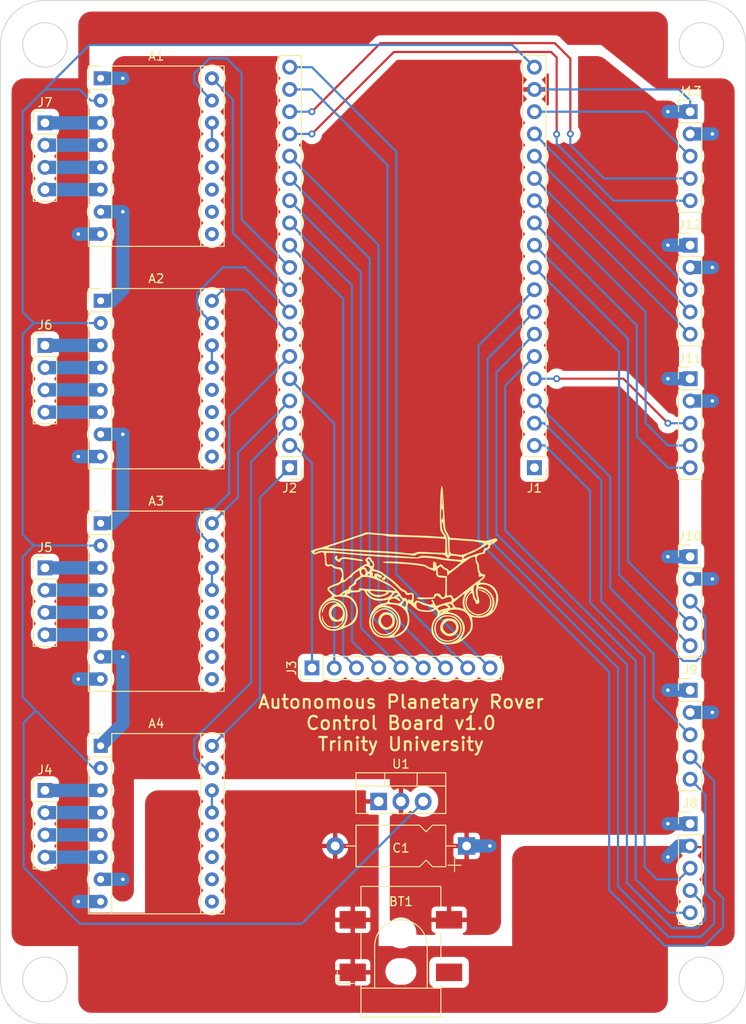
<source format=kicad_pcb>
(kicad_pcb (version 20211014) (generator pcbnew)
  (title_block (title "Autonomous Rover Control Board") (rev "1") (company "Trinity University") (comment 1 "Autonomous Rover Team"))
  (layers (0 "F.Cu" signal) (31 "B.Cu" signal) (34 "B.Paste" user) (35 "F.Paste" user) (36 "B.SilkS" user "B.Silkscreen") (37 "F.SilkS" user "F.Silkscreen") (38 "B.Mask" user) (39 "F.Mask" user) (44 "Edge.Cuts" user))
  (net 0 "")
  (net 1 "/VDD")
  (net 2 "Net-(A1-Pad3)")
  (net 3 "Net-(A1-Pad4)")
  (net 4 "Net-(A1-Pad5)")
  (net 5 "Net-(A1-Pad6)")
  (net 6 "/VCC")
  (net 11 "Net-(A1-Pad13)")
  (net 12 "Net-(A1-Pad15)")
  (net 13 "Net-(A1-Pad16)")
  (net 14 "Net-(A2-Pad3)")
  (net 15 "Net-(A2-Pad4)")
  (net 16 "Net-(A2-Pad5)")
  (net 17 "Net-(A2-Pad6)")
  (net 22 "Net-(A2-Pad13)")
  (net 23 "Net-(A2-Pad15)")
  (net 24 "Net-(A2-Pad16)")
  (net 25 "Net-(A3-Pad3)")
  (net 26 "Net-(A3-Pad4)")
  (net 27 "Net-(A3-Pad5)")
  (net 28 "Net-(A3-Pad6)")
  (net 33 "Net-(A3-Pad13)")
  (net 34 "Net-(A3-Pad15)")
  (net 35 "Net-(A3-Pad16)")
  (net 36 "Net-(A4-Pad3)")
  (net 37 "Net-(A4-Pad4)")
  (net 38 "Net-(A4-Pad5)")
  (net 39 "Net-(A4-Pad6)")
  (net 44 "Net-(A4-Pad13)")
  (net 45 "Net-(A4-Pad15)")
  (net 46 "Net-(A4-Pad16)")
  (net 48 "Net-(J1-Pad2)")
  (net 49 "Net-(J1-Pad3)")
  (net 50 "Net-(J1-Pad4)")
  (net 51 "Net-(J1-Pad5)")
  (net 52 "Net-(J1-Pad6)")
  (net 53 "Net-(J1-Pad7)")
  (net 54 "Net-(J1-Pad8)")
  (net 55 "Net-(J1-Pad9)")
  (net 56 "Net-(J1-Pad10)")
  (net 57 "Net-(J1-Pad11)")
  (net 58 "Net-(J1-Pad12)")
  (net 59 "Net-(J1-Pad13)")
  (net 60 "Net-(J1-Pad14)")
  (net 61 "Net-(J1-Pad15)")
  (net 62 "Net-(J1-Pad16)")
  (net 63 "Net-(J1-Pad17)")
  (net 64 "Net-(J2-Pad2)")
  (net 65 "Net-(J2-Pad5)")
  (net 66 "Net-(J2-Pad11)")
  (net 67 "Net-(J2-Pad12)")
  (net 68 "Net-(J2-Pad13)")
  (net 69 "Net-(J2-Pad14)")
  (net 70 "Net-(J2-Pad15)")
  (net 71 "Net-(J13-Pad5)")
  (net 72 "Net-(J13-Pad4)")
  (net 73 "Net-(J2-Pad18)")
  (net 74 "Net-(J2-Pad19)")
  (net 75 "GND")
  (footprint "Connector_PinHeader_2.54mm:PinHeader_1x04_P2.54mm_Vertical" (layer "F.Cu") (at 187.96 130.82)
    (fp_text reference "J4")
    (fp_text value "Conn_01x04")
  )
  (footprint "Connector_PinHeader_2.54mm:PinHeader_1x19_P2.54mm_Vertical" (layer "F.Cu") (at 243.84 93.98 180)
    (fp_text reference "J1")
    (fp_text value "Conn_01x19")
  )
  (footprint "Connector_PinHeader_2.54mm:PinHeader_1x05_P2.54mm_Vertical" (layer "F.Cu") (at 261.62 53.34)
    (fp_text reference "J13")
    (fp_text value "Conn_01x05")
  )
  (footprint "Module:Pololu_Breakout-16_15.2x20.3mm" (layer "F.Cu") (at 194.32 74.93)
    (fp_text reference "A2")
    (fp_text value "Pololu_Breakout_A4988")
  )
  (footprint "Module:Pololu_Breakout-16_15.2x20.3mm" (layer "F.Cu") (at 194.32 49.53)
    (fp_text reference "A1")
    (fp_text value "Pololu_Breakout_A4988")
  )
  (footprint "Connector_PinHeader_2.54mm:PinHeader_1x05_P2.54mm_Vertical" (layer "F.Cu") (at 261.62 83.825)
    (fp_text reference "J11")
    (fp_text value "Conn_01x05")
  )
  (footprint "Connector_PinHeader_2.54mm:PinHeader_1x19_P2.54mm_Vertical" (layer "F.Cu") (at 215.9 93.98 180)
    (fp_text reference "J2")
    (fp_text value "Conn_01x19")
  )
  (footprint "Capacitor_THT:CP_Axial_L10.0mm_D4.5mm_P15.00mm_Horizontal" (layer "F.Cu") (at 236.1 137.16 180)
    (fp_text reference "C1")
    (fp_text value "100uF")
  )
  (footprint "Connector_PinHeader_2.54mm:PinHeader_1x04_P2.54mm_Vertical" (layer "F.Cu") (at 187.96 105.42)
    (fp_text reference "J5")
    (fp_text value "Conn_01x04")
  )
  (footprint "Connector_BarrelJack:BarrelJack_CLIFF_FC681465S_SMT_Horizontal" (layer "F.Cu") (at 228.6 148.59 90)
    (fp_text reference "BT1")
    (fp_text value "12V")
  )
  (footprint "Connector_PinHeader_2.54mm:PinHeader_1x04_P2.54mm_Vertical" (layer "F.Cu") (at 187.96 80.02)
    (fp_text reference "J6")
    (fp_text value "Conn_01x04")
  )
  (footprint "Connector_PinHeader_2.54mm:PinHeader_1x05_P2.54mm_Vertical" (layer "F.Cu") (at 261.62 104.14)
    (fp_text reference "J10")
    (fp_text value "Conn_01x05")
  )
  (footprint "Module:Pololu_Breakout-16_15.2x20.3mm" (layer "F.Cu") (at 194.32 125.73)
    (fp_text reference "A4")
    (fp_text value "Pololu_Breakout_A4988")
  )
  (footprint "Package_TO_SOT_THT:TO-220-3_Vertical" (layer "F.Cu") (at 226.06 132.08)
    (fp_text reference "U1")
    (fp_text value "LM7805_TO220")
  )
  (footprint "Module:Pololu_Breakout-16_15.2x20.3mm" (layer "F.Cu") (at 194.32 100.33)
    (fp_text reference "A3")
    (fp_text value "Pololu_Breakout_A4988")
  )
  (footprint "Connector_PinHeader_2.54mm:PinHeader_1x05_P2.54mm_Vertical" (layer "F.Cu") (at 261.62 134.625)
    (fp_text reference "J8")
    (fp_text value "Conn_01x05")
  )
  (footprint "Connector_PinHeader_2.54mm:PinHeader_1x04_P2.54mm_Vertical" (layer "F.Cu") (at 187.96 54.62)
    (fp_text reference "J7")
    (fp_text value "Conn_01x04")
  )
  (footprint "Connector_PinHeader_2.54mm:PinHeader_1x09_P2.54mm_Vertical" (layer "F.Cu") (at 218.45 116.84 90)
    (fp_text reference "J3")
    (fp_text value "Conn_01x09")
  )
  (footprint "Connector_PinHeader_2.54mm:PinHeader_1x05_P2.54mm_Vertical" (layer "F.Cu") (at 261.62 119.385)
    (fp_text reference "J9")
    (fp_text value "Conn_01x05")
  )
  (footprint "Connector_PinHeader_2.54mm:PinHeader_1x05_P2.54mm_Vertical" (layer "F.Cu") (at 261.62 68.58)
    (fp_text reference "J12")
    (fp_text value "Conn_01x05")
  )
  (gr_poly (pts (xy 233.273343 96.114049) (xy 233.288835 96.138128) (xy 233.318514 96.242704) (xy 233.347574 96.434303) (xy 233.377357 96.727084) (xy 233.444467 97.672832) (xy 233.530595 99.193222) (xy 233.558586 99.711295) (xy 233.5842 100.129736) (xy 233.596665 100.3056) (xy 233.609194 100.461361) (xy 233.622008 100.598622) (xy 233.635325 100.718985) (xy 233.649366 100.824052) (xy 233.66435 100.915425) (xy 233.680497 100.994705) (xy 233.698026 101.063495) (xy 233.717157 101.123396) (xy 233.73811 101.176012) (xy 233.761103 101.222942) (xy 233.786358 101.265791) (xy 233.839223 101.352573) (xy 233.896739 101.450723) (xy 233.956116 101.555075) (xy 234.014562 101.660461) (xy 234.069287 101.761712) (xy 234.117501 101.853662) (xy 234.156413 101.931142) (xy 234.183232 101.988985) (xy 234.210414 101.994273) (xy 234.288239 102.003179) (xy 234.573494 102.029775) (xy 234.994347 102.064639) (xy 235.50615 102.103638) (xy 236.084926 102.143739) (xy 236.676931 102.192935) (xy 237.212713 102.243784) (xy 237.622817 102.288845) (xy 237.862596 102.314374) (xy 237.965742 102.323844) (xy 238.059379 102.331014) (xy 238.144749 102.335807) (xy 238.22309 102.338145) (xy 238.295644 102.337952) (xy 238.36365 102.335148) (xy 238.428349 102.329657) (xy 238.490981 102.321402) (xy 238.552786 102.310305) (xy 238.615005 102.296287) (xy 238.678877 102.279273) (xy 238.745643 102.259184) (xy 238.816543 102.235942) (xy 238.892818 102.209471) (xy 238.937544 102.193477) (xy 238.980777 102.178566) (xy 239.022521 102.164738) (xy 239.062781 102.15199) (xy 239.101562 102.14032) (xy 239.138868 102.129728) (xy 239.174705 102.120211) (xy 239.209077 102.111768) (xy 239.241989 102.104398) (xy 239.273446 102.098098) (xy 239.303453 102.092867) (xy 239.332015 102.088704) (xy 239.359136 102.085606) (xy 239.384821 102.083573) (xy 239.409076 102.082602) (xy 239.431905 102.082692) (xy 239.453313 102.083841) (xy 239.473304 102.086049) (xy 239.491884 102.089312) (xy 239.509057 102.09363) (xy 239.524829 102.099001) (xy 239.539204 102.105423) (xy 239.552187 102.112895) (xy 239.563782 102.121415) (xy 239.573996 102.130981) (xy 239.582831 102.141592) (xy 239.590295 102.153246) (xy 239.59639 102.165942) (xy 239.601122 102.179678) (xy 239.604497 102.194453) (xy 239.606518 102.210264) (xy 239.60719 102.22711) (xy 239.60401 102.244973) (xy 239.594564 102.265419) (xy 239.578994 102.288346) (xy 239.557443 102.313651) (xy 239.530053 102.341229) (xy 239.496965 102.370977) (xy 239.458322 102.402793) (xy 239.414265 102.436572) (xy 239.364938 102.472211) (xy 239.310482 102.509608) (xy 239.186752 102.589259) (xy 239.044211 102.674697) (xy 238.883996 102.765097) (xy 238.875833 102.769409) (xy 238.867884 102.774065) (xy 238.860158 102.779047) (xy 238.852663 102.784337) (xy 238.845407 102.789919) (xy 238.838398 102.795773) (xy 238.831645 102.801882) (xy 238.825154 102.808229) (xy 238.812995 102.821564) (xy 238.801986 102.835635) (xy 238.792191 102.8503) (xy 238.783675 102.865417) (xy 238.776503 102.880845) (xy 238.770739 102.89644) (xy 238.768405 102.904257) (xy 238.766447 102.912062) (xy 238.764874 102.919838) (xy 238.763693 102.927567) (xy 238.762913 102.935231) (xy 238.762541 102.942813) (xy 238.762586 102.950296) (xy 238.763056 102.95766) (xy 238.763958 102.964888) (xy 238.765302 102.971963) (xy 238.767094 102.978867) (xy 238.769343 102.985582) (xy 238.772289 102.994677) (xy 238.774511 103.003772) (xy 238.77601 103.012867) (xy 238.776785 103.021962) (xy 238.776837 103.031058) (xy 238.776165 103.040153) (xy 238.77477 103.049248) (xy 238.772651 103.058343) (xy 238.769809 103.067438) (xy 238.766243 103.076533) (xy 238.761954 103.085628) (xy 238.756942 103.094723) (xy 238.751206 103.103818) (xy 238.744746 103.112913) (xy 238.729657 103.131103) (xy 238.711673 103.149293) (xy 238.690796 103.167483) (xy 238.667025 103.185673) (xy 238.640359 103.203863) (xy 238.6108 103.222053) (xy 238.578348 103.240244) (xy 238.543001 103.258434) (xy 238.50476 103.276624) (xy 238.467865 103.295016) (xy 238.433257 103.313796) (xy 238.400949 103.332938) (xy 238.370953 103.352416) (xy 238.343282 103.372204) (xy 238.31795 103.392276) (xy 238.294969 103.412606) (xy 238.274353 103.433169) (xy 238.264935 103.44353) (xy 238.256113 103.453939) (xy 238.247889 103.464393) (xy 238.240263 103.474889) (xy 238.233239 103.485424) (xy 238.226817 103.495995) (xy 238.220999 103.506598) (xy 238.215786 103.517229) (xy 238.211181 103.527887) (xy 238.207184 103.538567) (xy 238.203798 103.549267) (xy 238.201024 103.559983) (xy 238.198864 103.570712) (xy 238.197318 103.58145) (xy 238.19639 103.592195) (xy 238.19608 103.602943) (xy 238.19512 103.626835) (xy 238.192118 103.64897) (xy 238.186895 103.669451) (xy 238.179268 103.688382) (xy 238.174497 103.697298) (xy 238.169058 103.705866) (xy 238.162927 103.714097) (xy 238.156083 103.722006) (xy 238.148502 103.729604) (xy 238.140162 103.736906) (xy 238.121115 103.750669) (xy 238.098761 103.763399) (xy 238.072918 103.775198) (xy 238.043407 103.786171) (xy 238.010045 103.79642) (xy 237.972653 103.806049) (xy 237.931049 103.815161) (xy 237.885053 103.82386) (xy 237.834483 103.832249) (xy 237.797836 103.839367) (xy 237.760827 103.847442) (xy 237.723714 103.856395) (xy 237.686757 103.866149) (xy 237.650213 103.876626) (xy 237.614341 103.88775) (xy 237.579399 103.899441) (xy 237.545646 103.911624) (xy 237.513339 103.92422) (xy 237.482738 103.937152) (xy 237.454101 103.950343) (xy 237.427686 103.963714) (xy 237.403751 103.977188) (xy 237.382555 103.990689) (xy 237.364357 104.004137) (xy 237.349414 104.017457) (xy 237.334221 104.033676) (xy 237.320059 104.050881) (xy 237.306928 104.069026) (xy 237.294826 104.088064) (xy 237.283751 104.107949) (xy 237.273701 104.128633) (xy 237.256672 104.172211) (xy 237.243724 104.218425) (xy 237.234847 104.266899) (xy 237.230026 104.31726) (xy 237.229249 104.369133) (xy 237.232502 104.422142) (xy 237.239773 104.475913) (xy 237.25105 104.530072) (xy 237.266318 104.584244) (xy 237.285565 104.638055) (xy 237.308779 104.691129) (xy 237.335946 104.743091) (xy 237.367053 104.793568) (xy 237.381718 104.818322) (xy 237.395905 104.846072) (xy 237.40955 104.876509) (xy 237.422587 104.909324) (xy 237.434953 104.944205) (xy 237.446582 104.980844) (xy 237.457411 105.018929) (xy 237.467373 105.058152) (xy 237.476406 105.098201) (xy 237.484443 105.138767) (xy 237.491422 105.17954) (xy 237.497276 105.220209) (xy 237.501942 105.260465) (xy 237.505355 105.299997) (xy 237.50745 105.338496) (xy 237.508163 105.375651) (xy 237.508003 105.4159) (xy 237.509155 105.455586) (xy 237.511591 105.494665) (xy 237.515277 105.533092) (xy 237.520185 105.570821) (xy 237.526282 105.607808) (xy 237.53354 105.644006) (xy 237.541925 105.679371) (xy 237.55141 105.713857) (xy 237.561961 105.74742) (xy 237.573549 105.780014) (xy 237.586144 105.811594) (xy 237.599713 105.842114) (xy 237.614228 105.87153) (xy 237.629656 105.899796) (xy 237.645968 105.926867) (xy 237.663132 105.952697) (xy 237.681119 105.977243) (xy 237.699896 106.000457) (xy 237.719435 106.022296) (xy 237.739703 106.042714) (xy 237.76067 106.061665) (xy 237.782306 106.079105) (xy 237.80458 106.094988) (xy 237.827461 106.109269) (xy 237.850919 106.121903) (xy 237.874922 106.132844) (xy 237.899441 106.142048) (xy 237.924444 106.149469) (xy 237.949901 106.155062) (xy 237.975781 106.158781) (xy 238.002053 106.160582) (xy 238.029133 106.161477) (xy 238.054154 106.164118) (xy 238.077124 106.168445) (xy 238.098051 106.174397) (xy 238.116943 106.181912) (xy 238.133808 106.190929) (xy 238.148655 106.201387) (xy 238.161492 106.213223) (xy 238.172326 106.226378) (xy 238.181165 106.240789) (xy 238.188019 106.256394) (xy 238.192894 106.273134) (xy 238.195799 106.290945) (xy 238.196742 106.309768) (xy 238.19573 106.32954) (xy 238.192773 106.3502) (xy 238.187878 106.371688) (xy 238.181053 106.39394) (xy 238.172307 106.416897) (xy 238.161647 106.440496) (xy 238.149081 106.464677) (xy 238.134618 106.489378) (xy 238.118265 106.514537) (xy 238.100031 106.540094) (xy 238.079924 106.565987) (xy 238.057951 106.592154) (xy 238.034121 106.618534) (xy 238.008443 106.645066) (xy 237.980923 106.671688) (xy 237.95157 106.69834) (xy 237.920393 106.724959) (xy 237.887399 106.751485) (xy 237.856318 106.776365) (xy 237.826025 106.801284) (xy 237.796688 106.826073) (xy 237.768475 106.850566) (xy 237.741554 106.874593) (xy 237.716092 106.897987) (xy 237.692259 106.920581) (xy 237.670221 106.942205) (xy 237.650147 106.962693) (xy 237.632204 106.981875) (xy 237.616561 106.999585) (xy 237.603386 107.015654) (xy 237.592846 107.029915) (xy 237.58511 107.042199) (xy 237.582345 107.047547) (xy 237.580345 107.052338) (xy 237.579129 107.056551) (xy 237.578719 107.060165) (xy 237.579206 107.064247) (xy 237.580653 107.068225) (xy 237.583036 107.072095) (xy 237.586333 107.075858) (xy 237.595579 107.083051) (xy 237.608209 107.089793) (xy 237.624044 107.09607) (xy 237.642902 107.101868) (xy 237.664601 107.107176) (xy 237.688963 107.111979) (xy 237.715804 107.116267) (xy 237.744945 107.120024) (xy 237.809403 107.125898) (xy 237.880889 107.129498) (xy 237.957955 107.130721) (xy 238.040431 107.133468) (xy 238.125387 107.141539) (xy 238.212203 107.154673) (xy 238.30026 107.172613) (xy 238.388936 107.195101) (xy 238.477613 107.221878) (xy 238.56567 107.252686) (xy 238.652486 107.287266) (xy 238.737442 107.32536) (xy 238.819918 107.36671) (xy 238.899293 107.411057) (xy 238.974947 107.458143) (xy 239.04626 107.507709) (xy 239.112613 107.559498) (xy 239.173384 107.61325) (xy 239.227954 107.668708) (xy 239.314202 107.770585) (xy 239.391151 107.877457) (xy 239.458955 107.988841) (xy 239.517773 108.104254) (xy 239.567761 108.223213) (xy 239.609075 108.345236) (xy 239.641872 108.46984) (xy 239.666309 108.596541) (xy 239.682542 108.724857) (xy 239.690728 108.854305) (xy 239.691024 108.984402) (xy 239.683586 109.114666) (xy 239.668571 109.244613) (xy 239.646136 109.373761) (xy 239.616437 109.501626) (xy 239.57963 109.627726) (xy 239.535874 109.751579) (xy 239.485323 109.872701) (xy 239.428135 109.990609) (xy 239.364467 110.10482) (xy 239.294475 110.214853) (xy 239.218315 110.320223) (xy 239.136145 110.420448) (xy 239.048121 110.515045) (xy 238.9544 110.603531) (xy 238.855137 110.685424) (xy 238.750491 110.760241) (xy 238.640618 110.827498) (xy 238.525673 110.886713) (xy 238.405815 110.937403) (xy 238.281199 110.979085) (xy 238.151982 111.011276) (xy 238.064832 111.02823) (xy 237.97568 111.04273) (xy 237.885003 111.054801) (xy 237.793279 111.064469) (xy 237.700988 111.071759) (xy 237.608605 111.076699) (xy 237.516611 111.079313) (xy 237.425481 111.079627) (xy 237.335696 111.077668) (xy 237.247732 111.07346) (xy 237.162067 111.067031) (xy 237.07918 111.058405) (xy 236.999549 111.047609) (xy 236.923651 111.034668) (xy 236.851965 111.019609) (xy 236.784968 111.002457) (xy 236.769151 110.99967) (xy 236.754755 110.997943) (xy 236.748082 110.997485) (xy 236.741754 110.997302) (xy 236.735769 110.997396) (xy 236.730123 110.997771) (xy 236.724813 110.998431) (xy 236.719835 110.999377) (xy 236.715187 111.000615) (xy 236.710865 111.002146) (xy 236.706866 111.003975) (xy 236.703187 111.006104) (xy 236.699824 111.008537) (xy 236.696775 111.011276) (xy 236.694035 111.014325) (xy 236.691603 111.017688) (xy 236.689474 111.021368) (xy 236.687645 111.025367) (xy 236.686114 111.029689) (xy 236.684876 111.034337) (xy 236.68393 111.039314) (xy 236.68327 111.044625) (xy 236.682895 111.050271) (xy 236.682801 111.056256) (xy 236.682985 111.062584) (xy 236.683443 111.069257) (xy 236.68517 111.083654) (xy 236.687957 111.099471) (xy 236.702312 111.156151) (xy 236.715569 111.219705) (xy 236.727663 111.289149) (xy 236.73853 111.363503) (xy 236.756324 111.523011) (xy 236.768433 111.690373) (xy 236.774341 111.857736) (xy 236.773532 112.017243) (xy 236.770446 112.091597) (xy 236.765487 112.161041) (xy 236.758591 112.224594) (xy 236.749692 112.281275) (xy 236.732863 112.353495) (xy 236.708902 112.427847) (xy 236.677913 112.504188) (xy 236.64 112.582377) (xy 236.595265 112.662271) (xy 236.543812 112.743728) (xy 236.485745 112.826607) (xy 236.421167 112.910764) (xy 236.35018 112.996058) (xy 236.27289 113.082347) (xy 236.189398 113.169489) (xy 236.099808 113.257341) (xy 236.004224 113.345761) (xy 235.902749 113.434608) (xy 235.795486 113.523739) (xy 235.682538 113.613012) (xy 235.538103 113.723548) (xy 235.472571 113.77058) (xy 235.410101 113.81269) (xy 235.349646 113.850304) (xy 235.29016 113.883848) (xy 235.230596 113.913749) (xy 235.169909 113.940434) (xy 235.107051 113.964328) (xy 235.040976 113.985858) (xy 234.970638 114.005449) (xy 234.89499 114.02353) (xy 234.812986 114.040525) (xy 234.72358 114.056861) (xy 234.518373 114.089262) (xy 234.393793 114.105794) (xy 234.274563 114.118993) (xy 234.160448 114.128833) (xy 234.051217 114.135288) (xy 233.946637 114.138333) (xy 233.846475 114.137941) (xy 233.750499 114.134087) (xy 233.658476 114.126745) (xy 233.570174 114.115888) (xy 233.48536 114.101492) (xy 233.403802 114.08353) (xy 233.325267 114.061977) (xy 233.249522 114.036806) (xy 233.176335 114.007992) (xy 233.105474 113.975509) (xy 233.036705 113.939331) (xy 232.98195 113.907223) (xy 232.924016 113.867673) (xy 232.863654 113.821509) (xy 232.801612 113.769557) (xy 232.73864 113.712645) (xy 232.675487 113.651598) (xy 232.612903 113.587243) (xy 232.551636 113.520409) (xy 232.492436 113.45192) (xy 232.436053 113.382605) (xy 232.383235 113.313289) (xy 232.334733 113.244801) (xy 232.291294 113.177966) (xy 232.25367 113.113611) (xy 232.222608 113.052564) (xy 232.198858 112.995651) (xy 232.177796 112.936219) (xy 232.159238 112.875419) (xy 232.143157 112.813383) (xy 232.129526 112.75024) (xy 232.109503 112.621158) (xy 232.098951 112.489222) (xy 232.097648 112.355477) (xy 232.09948 112.323598) (xy 232.260109 112.323598) (xy 232.265265 112.44855) (xy 232.28001 112.575644) (xy 232.304691 112.704609) (xy 232.33988 112.837637) (xy 232.383935 112.963822) (xy 232.436372 113.083088) (xy 232.496704 113.195363) (xy 232.564445 113.30057) (xy 232.639109 113.398636) (xy 232.72021 113.489487) (xy 232.807262 113.573048) (xy 232.899779 113.649246) (xy 232.997274 113.718005) (xy 233.099262 113.779252) (xy 233.205257 113.832912) (xy 233.314772 113.878911) (xy 233.427321 113.917175) (xy 233.542419 113.947629) (xy 233.659579 113.970199) (xy 233.778315 113.984811) (xy 233.898141 113.991391) (xy 234.018571 113.989864) (xy 234.139118 113.980155) (xy 234.259298 113.962192) (xy 234.378623 113.935899) (xy 234.496609 113.901202) (xy 234.612767 113.858027) (xy 234.726613 113.806299) (xy 234.837661 113.745945) (xy 234.945423 113.67689) (xy 235.049416 113.599059) (xy 235.149151 113.512379) (xy 235.244143 113.416775) (xy 235.333906 113.312172) (xy 235.417954 113.198498) (xy 235.466668 113.121606) (xy 235.510318 113.043184) (xy 235.548954 112.963406) (xy 235.58263 112.882445) (xy 235.611397 112.800476) (xy 235.635306 112.717675) (xy 235.654409 112.634214) (xy 235.668758 112.550269) (xy 235.678404 112.466014) (xy 235.6834 112.381623) (xy 235.683796 112.297271) (xy 235.679645 112.213132) (xy 235.670998 112.129381) (xy 235.657906 112.046192) (xy 235.640422 111.963739) (xy 235.618598 111.882196) (xy 235.592484 111.801739) (xy 235.562133 111.722542) (xy 235.527596 111.644779) (xy 235.488925 111.568624) (xy 235.446171 111.494252) (xy 235.399386 111.421837) (xy 235.348623 111.351554) (xy 235.293932 111.283577) (xy 235.235365 111.21808) (xy 235.172975 111.155238) (xy 235.106812 111.095226) (xy 235.036928 111.038217) (xy 234.963375 110.984386) (xy 234.886205 110.933908) (xy 234.805469 110.886957) (xy 234.721219 110.843707) (xy 234.599321 110.789247) (xy 234.476943 110.744749) (xy 234.354432 110.709943) (xy 234.232136 110.684561) (xy 234.110403 110.668331) (xy 233.989578 110.660985) (xy 233.87001 110.662253) (xy 233.752045 110.671865) (xy 233.636032 110.689552) (xy 233.522316 110.715043) (xy 233.411245 110.74807) (xy 233.303167 110.788361) (xy 233.198428 110.835649) (xy 233.097376 110.889662) (xy 233.000358 110.950132) (xy 232.907722 111.016788) (xy 232.819813 111.089362) (xy 232.73698 111.167582) (xy 232.659571 111.25118) (xy 232.587931 111.339886) (xy 232.522408 111.433431) (xy 232.463349 111.531543) (xy 232.411103 111.633955) (xy 232.366015 111.740396) (xy 232.328433 111.850596) (xy 232.298704 111.964286) (xy 232.277175 112.081196) (xy 232.264195 112.201057) (xy 232.260109 112.323598) (xy 232.09948 112.323598) (xy 232.105376 112.22097) (xy 232.121915 112.086747) (xy 232.147044 111.953854) (xy 232.180546 111.823339) (xy 232.222199 111.696247) (xy 232.271785 111.573626) (xy 232.329083 111.45652) (xy 232.393875 111.345978) (xy 232.429012 111.293495) (xy 232.46594 111.243045) (xy 232.504631 111.194759) (xy 232.545059 111.148768) (xy 232.587195 111.105203) (xy 232.631012 111.064194) (xy 232.649537 111.046474) (xy 232.667075 111.028063) (xy 232.683622 111.008993) (xy 232.699173 110.989297) (xy 232.713722 110.969006) (xy 232.727265 110.948154) (xy 232.739797 110.926771) (xy 232.751314 110.904892) (xy 232.77128 110.85977) (xy 232.787126 110.813045) (xy 232.798811 110.764978) (xy 232.806298 110.715825) (xy 232.809547 110.665845) (xy 232.80852 110.615297) (xy 232.803178 110.564439) (xy 232.795818 110.525794) (xy 233.110479 110.525794) (xy 233.110482 110.529394) (xy 233.110712 110.532896) (xy 233.111169 110.536294) (xy 233.111856 110.539579) (xy 233.112773 110.542743) (xy 233.113923 110.545778) (xy 233.115308 110.548675) (xy 233.116928 110.551427) (xy 233.118785 110.554026) (xy 233.120882 110.556463) (xy 233.123219 110.558731) (xy 233.125798 110.56082) (xy 233.128621 110.562725) (xy 233.13169 110.564435) (xy 233.135005 110.565944) (xy 233.13857 110.567242) (xy 233.142384 110.568323) (xy 233.146451 110.569177) (xy 233.150771 110.569798) (xy 233.155346 110.570176) (xy 233.160178 110.570304) (xy 233.164388 110.570176) (xy 233.168739 110.569798) (xy 233.17322 110.569177) (xy 233.177817 110.568323) (xy 233.187309 110.565944) (xy 233.19711 110.562725) (xy 233.207118 110.558731) (xy 233.217229 110.554026) (xy 233.22734 110.548675) (xy 233.237348 110.542743) (xy 233.247149 110.536294) (xy 233.25664 110.529394) (xy 233.265718 110.522105) (xy 233.274279 110.514494) (xy 233.28222 110.506624) (xy 233.289437 110.49856) (xy 233.295828 110.490367) (xy 233.298681 110.486243) (xy 233.301289 110.48211) (xy 233.303666 110.477201) (xy 233.305834 110.472399) (xy 233.307793 110.467707) (xy 233.30954 110.463127) (xy 233.311074 110.458664) (xy 233.312393 110.454321) (xy 233.313496 110.4501) (xy 233.31438 110.446005) (xy 233.315045 110.442039) (xy 233.315489 110.438206) (xy 233.31571 110.434508) (xy 233.315707 110.43095) (xy 233.315477 110.427533) (xy 233.31502 110.424262) (xy 233.314333 110.421139) (xy 233.313416 110.418168) (xy 233.312266 110.415353) (xy 233.310881 110.412695) (xy 233.309261 110.410199) (xy 233.307404 110.407868) (xy 233.305308 110.405704) (xy 233.302971 110.403712) (xy 233.300391 110.401894) (xy 233.297568 110.400254) (xy 233.2945 110.398795) (xy 233.291184 110.397519) (xy 233.28762 110.396432) (xy 233.283805 110.395534) (xy 233.279739 110.394831) (xy 233.275419 110.394324) (xy 233.270843 110.394018) (xy 233.266011 110.393915) (xy 233.261802 110.394018) (xy 233.25745 110.394324) (xy 233.248372 110.395534) (xy 233.238881 110.397519) (xy 233.22908 110.400254) (xy 233.219072 110.403712) (xy 233.208961 110.407868) (xy 233.198849 110.412695) (xy 233.188841 110.418168) (xy 233.17904 110.424262) (xy 233.169549 110.43095) (xy 233.160471 110.438206) (xy 233.15191 110.446005) (xy 233.147855 110.4501) (xy 233.143969 110.454321) (xy 233.140263 110.458664) (xy 233.136751 110.463127) (xy 233.133446 110.467707) (xy 233.13036 110.472399) (xy 233.127507 110.477201) (xy 233.1249 110.48211) (xy 233.122523 110.486243) (xy 233.120354 110.490367) (xy 233.118396 110.494476) (xy 233.116649 110.49856) (xy 233.115115 110.502612) (xy 233.113796 110.506624) (xy 233.112693 110.510587) (xy 233.111808 110.514494) (xy 233.111143 110.518336) (xy 233.1107 110.522105) (xy 233.110479 110.525794) (xy 232.795818 110.525794) (xy 232.793482 110.513529) (xy 232.779394 110.462826) (xy 232.760874 110.412588) (xy 232.750042 110.389258) (xy 233.946334 110.389258) (xy 233.948415 110.399428) (xy 233.953365 110.40952) (xy 233.96119 110.419549) (xy 233.9719 110.42953) (xy 233.985502 110.439477) (xy 234.002004 110.449404) (xy 234.021415 110.459327) (xy 234.068994 110.479216) (xy 234.128303 110.49926) (xy 234.199408 110.519575) (xy 234.282372 110.540278) (xy 234.377261 110.561484) (xy 234.471346 110.58528) (xy 234.563356 110.613561) (xy 234.653184 110.646164) (xy 234.740718 110.682924) (xy 234.82585 110.723676) (xy 234.908469 110.768255) (xy 234.988465 110.816497) (xy 235.065729 110.868236) (xy 235.14015 110.923309) (xy 235.21162 110.98155) (xy 235.280028 111.042794) (xy 235.345264 111.106878) (xy 235.407218 111.173636) (xy 235.465782 111.242903) (xy 235.520844 111.314515) (xy 235.572296 111.388308) (xy 235.620026 111.464116) (xy 235.663927 111.541774) (xy 235.703887 111.621118) (xy 235.739796 111.701984) (xy 235.771546 111.784206) (xy 235.799026 111.86762) (xy 235.822127 111.95206) (xy 235.840738 112.037364) (xy 235.85475 112.123365) (xy 235.864052 112.209898) (xy 235.868536 112.2968) (xy 235.868092 112.383906) (xy 235.862608 112.47105) (xy 235.851977 112.558068) (xy 235.836087 112.644795) (xy 235.81483 112.731068) (xy 235.802454 112.773078) (xy 235.788579 112.816213) (xy 235.77336 112.860149) (xy 235.756953 112.904562) (xy 235.739512 112.949131) (xy 235.721193 112.993532) (xy 235.70215 113.037442) (xy 235.682539 113.080538) (xy 235.662514 113.122497) (xy 235.642231 113.162996) (xy 235.621845 113.201713) (xy 235.60151 113.238323) (xy 235.581382 113.272505) (xy 235.561615 113.303935) (xy 235.542365 113.332291) (xy 235.523788 113.357248) (xy 235.507574 113.380274) (xy 235.492058 113.402965) (xy 235.477318 113.42519) (xy 235.46343 113.446821) (xy 235.450472 113.467728) (xy 235.438522 113.487783) (xy 235.427657 113.506856) (xy 235.417955 113.524818) (xy 235.409493 113.541539) (xy 235.402349 113.556891) (xy 235.3966 113.570745) (xy 235.392323 113.582971) (xy 235.390762 113.588433) (xy 235.389597 113.59344) (xy 235.38884 113.597975) (xy 235.388499 113.602022) (xy 235.388585 113.605566) (xy 235.389106 113.60859) (xy 235.390073 113.611077) (xy 235.391496 113.613012) (xy 235.401166 113.617811) (xy 235.41511 113.617504) (xy 235.433056 113.612358) (xy 235.454731 113.602642) (xy 235.508175 113.570573) (xy 235.57326 113.523439) (xy 235.647801 113.463387) (xy 235.729616 113.39256) (xy 235.81652 113.313103) (xy 235.906332 113.227161) (xy 235.996867 113.136878) (xy 236.085942 113.044399) (xy 236.171374 112.951868) (xy 236.250979 112.86143) (xy 236.322575 112.77523) (xy 236.383977 112.695412) (xy 236.433003 112.62412) (xy 236.467469 112.563499) (xy 236.497113 112.496477) (xy 236.523237 112.42781) (xy 236.545885 112.357664) (xy 236.565103 112.286203) (xy 236.580937 112.213593) (xy 236.59343 112.139997) (xy 236.60263 112.065582) (xy 236.60858 111.99051) (xy 236.611327 111.914948) (xy 236.610914 111.83906) (xy 236.607389 111.76301) (xy 236.600795 111.686963) (xy 236.591177 111.611084) (xy 236.578582 111.535538) (xy 236.563055 111.460489) (xy 236.54464 111.386103) (xy 236.523382 111.312543) (xy 236.499328 111.239975) (xy 236.472522 111.168563) (xy 236.44301 111.098472) (xy 236.410836 111.029866) (xy 236.376046 110.962912) (xy 236.338685 110.897772) (xy 236.298798 110.834612) (xy 236.256431 110.773597) (xy 236.211629 110.714891) (xy 236.164436 110.658659) (xy 236.114899 110.605065) (xy 236.063062 110.554275) (xy 236.008971 110.506454) (xy 235.95267 110.461765) (xy 235.894206 110.420374) (xy 235.818519 110.37585) (xy 235.734371 110.33497) (xy 235.642807 110.297862) (xy 235.544873 110.264655) (xy 235.441617 110.23548) (xy 235.334085 110.210464) (xy 235.223323 110.189737) (xy 235.110378 110.173429) (xy 234.996295 110.161668) (xy 234.882123 110.154584) (xy 234.768906 110.152306) (xy 234.657692 110.154963) (xy 234.549527 110.162685) (xy 234.445457 110.175599) (xy 234.346529 110.193837) (xy 234.253789 110.217526) (xy 234.176595 110.243384) (xy 234.110421 110.268118) (xy 234.055332 110.291844) (xy 234.011392 110.314678) (xy 233.993623 110.325798) (xy 233.978666 110.336738) (xy 233.966528 110.347513) (xy 233.957218 110.358138) (xy 233.950743 110.368628) (xy 233.947113 110.378996) (xy 233.946334 110.389258) (xy 232.750042 110.389258) (xy 232.737885 110.363073) (xy 232.710386 110.314541) (xy 232.692952 110.28653) (xy 232.676745 110.26202) (xy 232.661339 110.240998) (xy 232.646307 110.223452) (xy 232.638799 110.215978) (xy 232.631224 110.209368) (xy 232.62353 110.20362) (xy 232.615663 110.198733) (xy 232.60757 110.194706) (xy 232.599198 110.191535) (xy 232.590493 110.189221) (xy 232.581402 110.187761) (xy 232.571872 110.187153) (xy 232.561849 110.187397) (xy 232.551281 110.18849) (xy 232.540113 110.190431) (xy 232.528293 110.193218) (xy 232.515767 110.196849) (xy 232.488385 110.20664) (xy 232.45754 110.219789) (xy 232.422807 110.236285) (xy 232.383759 110.256114) (xy 232.33997 110.279262) (xy 232.281782 110.307478) (xy 232.219667 110.332592) (xy 232.153624 110.354607) (xy 232.083654 110.37352) (xy 232.009757 110.389333) (xy 231.931932 110.402045) (xy 231.85018 110.411657) (xy 231.764501 110.418169) (xy 231.674894 110.421579) (xy 231.58136 110.421889) (xy 231.483898 110.419099) (xy 231.382509 110.413208) (xy 231.277192 110.404216) (xy 231.167948 110.392124) (xy 231.054776 110.376931) (xy 230.937677 110.358638) (xy 230.875149 110.348139) (xy 230.816135 110.336245) (xy 230.760014 110.322593) (xy 230.706167 110.306823) (xy 230.653974 110.288573) (xy 230.602815 110.26748) (xy 230.552069 110.243184) (xy 230.501116 110.215322) (xy 230.449336 110.183532) (xy 230.396109 110.147453) (xy 230.340815 110.106723) (xy 230.282834 110.060981) (xy 230.221546 110.009864) (xy 230.15633 109.953012) (xy 230.086567 109.890061) (xy 230.011636 109.820651) (xy 229.960627 109.772008) (xy 229.910316 109.725446) (xy 229.860986 109.681183) (xy 229.818476 109.644262) (xy 230.346775 109.644262) (xy 230.349729 109.717475) (xy 230.358833 109.785132) (xy 230.374448 109.847467) (xy 230.38481 109.876711) (xy 230.396936 109.904712) (xy 230.41087 109.931498) (xy 230.426658 109.957099) (xy 230.444346 109.981543) (xy 230.463977 110.004861) (xy 230.485598 110.02708) (xy 230.509254 110.04823) (xy 230.53499 110.06834) (xy 230.562851 110.08744) (xy 230.62513 110.122722) (xy 230.696452 110.154309) (xy 230.777179 110.182434) (xy 230.867674 110.207329) (xy 230.968296 110.229227) (xy 231.079409 110.24836) (xy 231.201374 110.264961) (xy 231.334553 110.279262) (xy 231.415769 110.285242) (xy 231.491081 110.289891) (xy 231.560993 110.293118) (xy 231.626008 110.294834) (xy 231.686631 110.294948) (xy 231.743365 110.29337) (xy 231.796715 110.290009) (xy 231.847183 110.284774) (xy 231.895275 110.277576) (xy 231.941493 110.268324) (xy 231.986341 110.256927) (xy 232.030324 110.243295) (xy 232.073946 110.227338) (xy 232.117709 110.208965) (xy 232.162119 110.188085) (xy 232.207678 110.164609) (xy 232.387822 110.069239) (xy 232.805875 110.069239) (xy 232.807058 110.083971) (xy 232.80982 110.098899) (xy 232.814153 110.114036) (xy 232.820049 110.129392) (xy 232.8275 110.144979) (xy 232.836499 110.160808) (xy 232.847036 110.176892) (xy 232.859104 110.193239) (xy 232.872696 110.209863) (xy 232.887802 110.226775) (xy 232.904414 110.243985) (xy 232.907926 110.247965) (xy 232.911834 110.251637) (xy 232.916124 110.255007) (xy 232.920779 110.258075) (xy 232.925782 110.260847) (xy 232.931118 110.263325) (xy 232.942724 110.267412) (xy 232.955467 110.270361) (xy 232.969217 110.2722) (xy 232.983846 110.272954) (xy 232.999224 110.272648) (xy 233.015222 110.271309) (xy 233.031711 110.268961) (xy 233.048561 110.265633) (xy 233.065645 110.261348) (xy 233.082831 110.256133) (xy 233.099992 110.250013) (xy 233.116998 110.243015) (xy 233.133719 110.235165) (xy 233.176387 110.217509) (xy 233.23032 110.198095) (xy 233.293555 110.177649) (xy 233.364127 110.156892) (xy 233.440075 110.136549) (xy 233.519432 110.117343) (xy 233.600237 110.099997) (xy 233.680525 110.085235) (xy 233.718113 110.078323) (xy 233.754681 110.070869) (xy 233.790034 110.062949) (xy 233.823979 110.054642) (xy 233.856322 110.046025) (xy 233.886869 110.037175) (xy 233.915426 110.028171) (xy 233.941801 110.019089) (xy 233.965798 110.010006) (xy 233.987224 110.001002) (xy 234.005885 109.992152) (xy 234.021589 109.983535) (xy 234.02827 109.979338) (xy 234.034139 109.975228) (xy 234.039172 109.971215) (xy 234.043344 109.967309) (xy 234.046631 109.963519) (xy 234.049009 109.959854) (xy 234.050454 109.956326) (xy 234.050941 109.952943) (xy 234.050608 109.948681) (xy 234.049621 109.944173) (xy 234.045756 109.93446) (xy 234.039488 109.923894) (xy 234.030959 109.912566) (xy 234.020312 109.900567) (xy 234.007687 109.887986) (xy 233.993229 109.874914) (xy 233.977078 109.861441) (xy 233.959377 109.847658) (xy 233.940267 109.833656) (xy 233.919892 109.819525) (xy 233.898392 109.805355) (xy 233.875911 109.791236) (xy 233.85259 109.77726) (xy 233.828571 109.763516) (xy 233.803997 109.750095) (xy 233.762757 109.7315) (xy 233.724605 109.715438) (xy 233.688907 109.701959) (xy 233.655031 109.691115) (xy 233.622344 109.682959) (xy 233.590212 109.677542) (xy 233.558002 109.674915) (xy 233.525082 109.67513) (xy 233.490819 109.67824) (xy 233.454579 109.684294) (xy 233.415729 109.693347) (xy 233.373636 109.705448) (xy 233.327668 109.720649) (xy 233.277191 109.739003) (xy 233.221572 109.760561) (xy 233.160178 109.785375) (xy 233.094228 109.811744) (xy 233.063869 109.82488) (xy 233.035242 109.837998) (xy 233.008339 109.851109) (xy 232.983154 109.864226) (xy 232.959677 109.877358) (xy 232.9379 109.890518) (xy 232.917816 109.903717) (xy 232.899416 109.916965) (xy 232.882693 109.930275) (xy 232.867638 109.943658) (xy 232.854242 109.957125) (xy 232.842499 109.970687) (xy 232.8324 109.984356) (xy 232.823937 109.998142) (xy 232.817101 110.012058) (xy 232.811885 110.026114) (xy 232.808281 110.040322) (xy 232.80628 110.054694) (xy 232.805875 110.069239) (xy 232.387822 110.069239) (xy 232.507539 110.00586) (xy 232.137122 109.917665) (xy 232.061761 109.897081) (xy 231.988983 109.87536) (xy 231.954112 109.864234) (xy 231.920546 109.853018) (xy 231.888505 109.841776) (xy 231.858208 109.830573) (xy 231.829874 109.819474) (xy 231.803724 109.808542) (xy 231.779976 109.797843) (xy 231.758851 109.787441) (xy 231.740569 109.7774) (xy 231.725348 109.767786) (xy 231.713409 109.758663) (xy 231.708738 109.754306) (xy 231.70497 109.750095) (xy 231.697348 109.743588) (xy 231.687814 109.737314) (xy 231.676522 109.731298) (xy 231.663629 109.725566) (xy 231.649289 109.720145) (xy 231.633657 109.715059) (xy 231.616888 109.710335) (xy 231.599137 109.705999) (xy 231.580559 109.702076) (xy 231.56131 109.698592) (xy 231.541543 109.695573) (xy 231.521415 109.693045) (xy 231.501081 109.691034) (xy 231.480694 109.689566) (xy 231.460411 109.688666) (xy 231.440387 109.68836) (xy 231.41769 109.687445) (xy 231.392758 109.68476) (xy 231.365837 109.680395) (xy 231.337172 109.674442) (xy 231.307008 109.66699) (xy 231.275591 109.658129) (xy 231.243166 109.647951) (xy 231.209979 109.636546) (xy 231.176275 109.624003) (xy 231.1423 109.610415) (xy 231.108299 109.59587) (xy 231.074518 109.580459) (xy 231.041201 109.564274) (xy 231.008596 109.547403) (xy 230.976946 109.529939) (xy 230.946498 109.51197) (xy 230.867093 109.465785) (xy 230.794121 109.426498) (xy 230.759992 109.409466) (xy 230.727403 109.394187) (xy 230.696332 109.380672) (xy 230.666756 109.36893) (xy 230.638653 109.358972) (xy 230.612001 109.350805) (xy 230.586775 109.344441) (xy 230.562955 109.339888) (xy 230.540517 109.337158) (xy 230.519439 109.336258) (xy 230.499698 109.3372) (xy 230.481272 109.339992) (xy 230.464137 109.344644) (xy 230.448272 109.351167) (xy 230.433654 109.359569) (xy 230.420259 109.369861) (xy 230.408066 109.382052) (xy 230.397052 109.396151) (xy 230.387194 109.412169) (xy 230.37847 109.430116) (xy 230.370857 109.45) (xy 230.364332 109.471831) (xy 230.358873 109.49562) (xy 230.354458 109.521376) (xy 230.351063 109.549108) (xy 230.348666 109.578827) (xy 230.347244 109.610542) (xy 230.346775 109.644262) (xy 229.818476 109.644262) (xy 229.812923 109.639439) (xy 229.76641 109.600434) (xy 229.721731 109.564388) (xy 229.679172 109.531519) (xy 229.639015 109.502049) (xy 229.601545 109.476195) (xy 229.567047 109.454179) (xy 229.535804 109.436219) (xy 229.508101 109.422535) (xy 229.495666 109.417366) (xy 229.484222 109.413348) (xy 229.473805 109.410508) (xy 229.464451 109.408876) (xy 229.456195 109.408476) (xy 229.449073 109.409338) (xy 229.44312 109.411489) (xy 229.438372 109.414956) (xy 229.424704 109.430207) (xy 229.411817 109.447773) (xy 229.388401 109.489388) (xy 229.368163 109.538883) (xy 229.351142 109.595342) (xy 229.337377 109.657847) (xy 229.326906 109.72548) (xy 229.319769 109.797326) (xy 229.316003 109.872465) (xy 229.315648 109.949982) (xy 229.318742 110.028959) (xy 229.325324 110.108478) (xy 229.335433 110.187623) (xy 229.349108 110.265476) (xy 229.366388 110.341119) (xy 229.38731 110.413636) (xy 229.411915 110.48211) (xy 229.444368 110.572619) (xy 229.472273 110.668334) (xy 229.49563 110.768468) (xy 229.51444 110.872232) (xy 229.528703 110.978838) (xy 229.538418 111.087499) (xy 229.543586 111.197425) (xy 229.544206 111.30783) (xy 229.540279 111.417924) (xy 229.531804 111.526921) (xy 229.518781 111.634031) (xy 229.501211 111.738467) (xy 229.479094 111.83944) (xy 229.452429 111.936163) (xy 229.421216 112.027848) (xy 229.385456 112.113706) (xy 229.306688 112.269048) (xy 229.219161 112.414274) (xy 229.122798 112.549397) (xy 229.01752 112.67443) (xy 228.90325 112.789387) (xy 228.779912 112.894279) (xy 228.647426 112.98912) (xy 228.505717 113.073924) (xy 228.354705 113.148702) (xy 228.194314 113.213467) (xy 228.024467 113.268234) (xy 227.845085 113.313014) (xy 227.656091 113.34782) (xy 227.457409 113.372666) (xy 227.248959 113.387563) (xy 227.030664 113.392527) (xy 226.836322 113.389652) (xy 226.656217 113.380693) (xy 226.489496 113.365144) (xy 226.410888 113.354742) (xy 226.335307 113.342504) (xy 226.262645 113.328366) (xy 226.192796 113.312267) (xy 226.125654 113.294142) (xy 226.061112 113.273929) (xy 225.999063 113.251565) (xy 225.939401 113.226987) (xy 225.882019 113.200133) (xy 225.826811 113.170938) (xy 225.773669 113.13934) (xy 225.722489 113.105276) (xy 225.673162 113.068684) (xy 225.625582 113.029499) (xy 225.579644 112.98766) (xy 225.535239 112.943103) (xy 225.492262 112.895765) (xy 225.450606 112.845583) (xy 225.410164 112.792494) (xy 225.37083 112.736436) (xy 225.332498 112.677344) (xy 225.29506 112.615157) (xy 225.25841 112.549812) (xy 225.222441 112.481244) (xy 225.152123 112.334192) (xy 225.111815 112.239345) (xy 225.076882 112.146331) (xy 225.047323 112.054713) (xy 225.023138 111.964052) (xy 225.004328 111.873906) (xy 224.990892 111.783839) (xy 224.982831 111.693409) (xy 224.980144 111.602179) (xy 224.98205 111.536569) (xy 225.153867 111.536569) (xy 225.155289 111.624645) (xy 225.160667 111.711733) (xy 225.169946 111.797723) (xy 225.183073 111.882504) (xy 225.199991 111.965964) (xy 225.220646 112.047992) (xy 225.244983 112.128475) (xy 225.272947 112.207304) (xy 225.304483 112.284365) (xy 225.339536 112.359549) (xy 225.378052 112.432743) (xy 225.419975 112.503836) (xy 225.46525 112.572717) (xy 225.513823 112.639273) (xy 225.565639 112.703395) (xy 225.620643 112.76497) (xy 225.678779 112.823887) (xy 225.739994 112.880034) (xy 225.804231 112.9333) (xy 225.871437 112.983574) (xy 225.941556 113.030744) (xy 226.014533 113.074699) (xy 226.090314 113.115327) (xy 226.168844 113.152517) (xy 226.250066 113.186157) (xy 226.333928 113.216137) (xy 226.379081 113.230015) (xy 226.425191 113.2419) (xy 226.51998 113.259769) (xy 226.61769 113.269913) (xy 226.717712 113.272499) (xy 226.819439 113.267695) (xy 226.922264 113.255669) (xy 227.025581 113.23659) (xy 227.128781 113.210625) (xy 227.231257 113.177942) (xy 227.332403 113.138708) (xy 227.431611 113.093093) (xy 227.528274 113.041264) (xy 227.621785 112.983389) (xy 227.711536 112.919635) (xy 227.79692 112.850171) (xy 227.877331 112.775165) (xy 227.948908 112.699141) (xy 228.014833 112.620071) (xy 228.075138 112.538218) (xy 228.129856 112.453841) (xy 228.179019 112.367204) (xy 228.222659 112.278568) (xy 228.260808 112.188194) (xy 228.293498 112.096344) (xy 228.320763 112.003279) (xy 228.342634 111.909262) (xy 228.359144 111.814554) (xy 228.370324 111.719416) (xy 228.376208 111.62411) (xy 228.376827 111.528898) (xy 228.372213 111.434041) (xy 228.3624 111.339801) (xy 228.347419 111.246439) (xy 228.327303 111.154218) (xy 228.302084 111.063398) (xy 228.271794 110.974242) (xy 228.236466 110.88701) (xy 228.196131 110.801965) (xy 228.150823 110.719369) (xy 228.100573 110.639482) (xy 228.045414 110.562566) (xy 227.985378 110.488884) (xy 227.920497 110.418696) (xy 227.850804 110.352264) (xy 227.776331 110.28985) (xy 227.69711 110.231716) (xy 227.613173 110.178122) (xy 227.524553 110.129331) (xy 227.454883 110.095757) (xy 227.38184 110.064546) (xy 227.305981 110.035791) (xy 227.227862 110.00958) (xy 227.148037 109.986005) (xy 227.067062 109.965155) (xy 226.985493 109.947122) (xy 226.903885 109.931996) (xy 226.822794 109.919867) (xy 226.742775 109.910826) (xy 226.664384 109.904963) (xy 226.588176 109.902368) (xy 226.514708 109.903133) (xy 226.444533 109.907346) (xy 226.378209 109.9151) (xy 226.31629 109.926484) (xy 226.284768 109.934752) (xy 226.251494 109.94622) (xy 226.216628 109.960731) (xy 226.180329 109.978126) (xy 226.104074 110.020936) (xy 226.024007 110.073383) (xy 225.941409 110.134202) (xy 225.857558 110.202127) (xy 225.773732 110.275891) (xy 225.691211 110.354228) (xy 225.611274 110.435872) (xy 225.5352 110.519558) (xy 225.464268 110.604019) (xy 225.399756 110.687989) (xy 225.342945 110.770202) (xy 225.295112 110.849392) (xy 225.257536 110.924292) (xy 225.242995 110.959739) (xy 225.231498 110.993638) (xy 225.208028 111.085293) (xy 225.188843 111.17663) (xy 225.17389 111.267538) (xy 225.163113 111.357905) (xy 225.156457 111.447619) (xy 225.153867 111.536569) (xy 224.98205 111.536569) (xy 224.982831 111.509708) (xy 224.990892 111.415558) (xy 225.004328 111.31929) (xy 225.023138 111.220463) (xy 225.047323 111.118639) (xy 225.076882 111.013378) (xy 225.111815 110.904242) (xy 225.152123 110.79079) (xy 225.206719 110.654341) (xy 225.264777 110.526018) (xy 225.326453 110.405678) (xy 225.391901 110.293181) (xy 225.461277 110.188383) (xy 225.534735 110.091143) (xy 225.612431 110.001319) (xy 225.694519 109.918768) (xy 225.781154 109.843348) (xy 225.872492 109.774918) (xy 225.968688 109.713334) (xy 226.063542 109.661901) (xy 226.598512 109.661901) (xy 226.951289 109.723637) (xy 227.0432 109.744253) (xy 227.13364 109.769605) (xy 227.222481 109.799521) (xy 227.309596 109.833828) (xy 227.394857 109.872353) (xy 227.478137 109.914924) (xy 227.559307 109.961367) (xy 227.638241 110.011509) (xy 227.714811 110.065179) (xy 227.788889 110.122202) (xy 227.860347 110.182407) (xy 227.929059 110.245621) (xy 227.994896 110.31167) (xy 228.057731 110.380382) (xy 228.117437 110.451585) (xy 228.173885 110.525104) (xy 228.226948 110.600769) (xy 228.276499 110.678405) (xy 228.32241 110.75784) (xy 228.364554 110.838901) (xy 228.402802 110.921415) (xy 228.437028 111.005211) (xy 228.467103 111.090114) (xy 228.492901 111.175952) (xy 228.514293 111.262552) (xy 228.531152 111.349742) (xy 228.543351 111.437348) (xy 228.550761 111.525198) (xy 228.553256 111.613119) (xy 228.550707 111.700939) (xy 228.542988 111.788484) (xy 228.52997 111.875582) (xy 228.514818 111.95528) (xy 228.498878 112.029474) (xy 228.481775 112.098863) (xy 228.463135 112.164143) (xy 228.442583 112.226013) (xy 228.419744 112.285169) (xy 228.394244 112.342311) (xy 228.365708 112.398134) (xy 228.333761 112.453337) (xy 228.298029 112.508618) (xy 228.258137 112.564674) (xy 228.21371 112.622203) (xy 228.164374 112.681902) (xy 228.109755 112.744469) (xy 228.049476 112.810602) (xy 227.983165 112.880998) (xy 227.915443 112.955617) (xy 227.861002 113.020714) (xy 227.819686 113.076277) (xy 227.791342 113.122292) (xy 227.781985 113.141716) (xy 227.775813 113.158748) (xy 227.772806 113.173387) (xy 227.772945 113.18563) (xy 227.77621 113.195478) (xy 227.782582 113.202927) (xy 227.792042 113.207976) (xy 227.804571 113.210624) (xy 227.820148 113.21087) (xy 227.838755 113.20871) (xy 227.884979 113.197171) (xy 227.943089 113.175995) (xy 228.01293 113.145167) (xy 228.094346 113.104677) (xy 228.187182 113.05451) (xy 228.291285 112.994653) (xy 228.406497 112.925094) (xy 228.523592 112.852039) (xy 228.633426 112.775147) (xy 228.735973 112.694508) (xy 228.831209 112.610213) (xy 228.919106 112.522352) (xy 228.999639 112.431016) (xy 229.072783 112.336296) (xy 229.138511 112.238281) (xy 229.196798 112.137062) (xy 229.247618 112.032729) (xy 229.290944 111.925374) (xy 229.326751 111.815086) (xy 229.355014 111.701955) (xy 229.375706 111.586073) (xy 229.388802 111.46753) (xy 229.394275 111.346415) (xy 229.394019 111.275855) (xy 229.391611 111.2064) (xy 229.387069 111.138073) (xy 229.380409 111.070894) (xy 229.371649 111.004884) (xy 229.360808 110.940064) (xy 229.347904 110.876456) (xy 229.332953 110.814079) (xy 229.315974 110.752956) (xy 229.296984 110.693107) (xy 229.276001 110.634553) (xy 229.253044 110.577315) (xy 229.228129 110.521414) (xy 229.201275 110.466872) (xy 229.172499 110.413708) (xy 229.141819 110.361945) (xy 229.109253 110.311602) (xy 229.074818 110.262702) (xy 229.038533 110.215265) (xy 229.000415 110.169312) (xy 228.960482 110.124864) (xy 228.918751 110.081942) (xy 228.875241 110.040568) (xy 228.829969 110.000761) (xy 228.782953 109.962543) (xy 228.73421 109.925936) (xy 228.683759 109.890959) (xy 228.631617 109.857635) (xy 228.577802 109.825983) (xy 228.522332 109.796026) (xy 228.465224 109.767783) (xy 228.406497 109.741277) (xy 228.328993 109.712463) (xy 228.242872 109.685638) (xy 228.149439 109.660933) (xy 228.049999 109.638475) (xy 227.988537 109.626624) (xy 228.644623 109.626624) (xy 228.856289 109.785375) (xy 228.899394 109.815442) (xy 228.919795 109.828211) (xy 228.939437 109.839462) (xy 228.958322 109.849189) (xy 228.976456 109.857385) (xy 228.993845 109.864044) (xy 229.010492 109.869159) (xy 229.026403 109.872724) (xy 229.041582 109.874731) (xy 229.056034 109.875176) (xy 229.069765 109.874051) (xy 229.082778 109.87135) (xy 229.09508 109.867066) (xy 229.106674 109.861193) (xy 229.117566 109.853724) (xy 229.12776 109.844654) (xy 229.137261 109.833975) (xy 229.146074 109.821682) (xy 229.154204 109.807767) (xy 229.161656 109.792224) (xy 229.168435 109.775047) (xy 229.174544 109.756229) (xy 229.179991 109.735764) (xy 229.184778 109.713645) (xy 229.188911 109.689867) (xy 229.195235 109.637303) (xy 229.199001 109.578022) (xy 229.200248 109.51197) (xy 229.199887 109.474945) (xy 229.198807 109.439938) (xy 229.197014 109.406952) (xy 229.194512 109.375992) (xy 229.191305 109.347061) (xy 229.1874 109.32016) (xy 229.1828 109.295295) (xy 229.17751 109.272467) (xy 229.171536 109.251681) (xy 229.164882 109.232939) (xy 229.157552 109.216245) (xy 229.149553 109.201602) (xy 229.140888 109.189013) (xy 229.131563 109.178481) (xy 229.121582 109.17001) (xy 229.110951 109.163602) (xy 229.099673 109.159262) (xy 229.087754 109.156992) (xy 229.075199 109.156796) (xy 229.062013 109.158676) (xy 229.0482 109.162637) (xy 229.033765 109.16868) (xy 229.018714 109.17681) (xy 229.00305 109.18703) (xy 228.986779 109.199342) (xy 228.969906 109.213751) (xy 228.952435 109.230259) (xy 228.934372 109.248869) (xy 228.915721 109.269586) (xy 228.896487 109.292411) (xy 228.876674 109.317349) (xy 228.856289 109.344402) (xy 228.644623 109.626624) (xy 227.988537 109.626624) (xy 227.945856 109.618394) (xy 227.838315 109.60082) (xy 227.728681 109.585881) (xy 227.61826 109.573707) (xy 227.508355 109.564427) (xy 227.400271 109.558169) (xy 227.295314 109.555065) (xy 227.194788 109.555241) (xy 227.099999 109.558828) (xy 227.01225 109.565955) (xy 226.932847 109.576751) (xy 226.863094 109.591346) (xy 226.598512 109.661901) (xy 226.063542 109.661901) (xy 226.069896 109.658456) (xy 226.176272 109.610141) (xy 226.287971 109.568246) (xy 226.405147 109.53263) (xy 226.527956 109.503151) (xy 226.609682 109.485536) (xy 226.683192 109.46889) (xy 226.74895 109.452941) (xy 226.807422 109.437419) (xy 226.834071 109.429733) (xy 226.859073 109.422051) (xy 226.882486 109.414341) (xy 226.904367 109.406568) (xy 226.924776 109.398698) (xy 226.943771 109.390697) (xy 226.961408 109.382531) (xy 226.977748 109.374167) (xy 226.992847 109.36557) (xy 227.006764 109.356707) (xy 227.019557 109.347543) (xy 227.031285 109.338045) (xy 227.042004 109.328179) (xy 227.051774 109.317911) (xy 227.060653 109.307207) (xy 227.068698 109.296032) (xy 227.075969 109.284354) (xy 227.082522 109.272139) (xy 227.088416 109.259351) (xy 227.09371 109.245958) (xy 227.098461 109.231925) (xy 227.099372 109.228784) (xy 227.254131 109.228784) (xy 227.257172 109.250692) (xy 227.263852 109.271864) (xy 227.274263 109.292132) (xy 227.288495 109.311328) (xy 227.306643 109.329283) (xy 227.328797 109.345831) (xy 227.355049 109.360802) (xy 227.385492 109.374029) (xy 227.420218 109.385344) (xy 227.459319 109.394579) (xy 227.502886 109.401566) (xy 227.551012 109.406137) (xy 227.683028 109.415783) (xy 227.839848 109.43039) (xy 227.999976 109.448305) (xy 228.074563 109.457986) (xy 228.141914 109.467873) (xy 228.188061 109.475201) (xy 228.230798 109.480603) (xy 228.270434 109.484016) (xy 228.289186 109.484956) (xy 228.307279 109.485375) (xy 228.324752 109.485263) (xy 228.341644 109.484615) (xy 228.357993 109.48342) (xy 228.373838 109.481671) (xy 228.389218 109.479361) (xy 228.404172 109.47648) (xy 228.418739 109.473021) (xy 228.432956 109.468976) (xy 228.446863 109.464337) (xy 228.4605 109.459095) (xy 228.473903 109.453243) (xy 228.487113 109.446773) (xy 228.500168 109.439676) (xy 228.513106 109.431944) (xy 228.525967 109.423569) (xy 228.538789 109.414544) (xy 228.551612 109.40486) (xy 228.564473 109.394509) (xy 228.590466 109.371773) (xy 228.617079 109.346273) (xy 228.644623 109.317943) (xy 228.838651 109.115096) (xy 228.582887 108.832874) (xy 228.546369 108.792237) (xy 228.512745 108.756238) (xy 228.496953 108.739941) (xy 228.481808 108.72476) (xy 228.467282 108.710681) (xy 228.453351 108.697688) (xy 228.439988 108.685768) (xy 228.427168 108.674905) (xy 228.414865 108.665086) (xy 228.403053 108.656295) (xy 228.391705 108.648519) (xy 228.380797 108.641742) (xy 228.370303 108.63595) (xy 228.360195 108.631129) (xy 228.35045 108.627263) (xy 228.341041 108.62434) (xy 228.331941 108.622343) (xy 228.323126 108.621258) (xy 228.314569 108.621072) (xy 228.306245 108.621769) (xy 228.298128 108.623334) (xy 228.290191 108.625754) (xy 228.282409 108.629014) (xy 228.274757 108.633099) (xy 228.267208 108.637994) (xy 228.259736 108.643686) (xy 228.252316 108.650159) (xy 228.244922 108.6574) (xy 228.237528 108.665393) (xy 228.230108 108.674124) (xy 228.216369 108.691715) (xy 228.210364 108.700086) (xy 228.204942 108.708196) (xy 228.200108 108.71606) (xy 228.195866 108.723694) (xy 228.192222 108.731116) (xy 228.189181 108.73834) (xy 228.186746 108.745384) (xy 228.184924 108.752263) (xy 228.183718 108.758993) (xy 228.183135 108.765591) (xy 228.183177 108.772073) (xy 228.183852 108.778454) (xy 228.185162 108.784752) (xy 228.187114 108.790982) (xy 228.189711 108.79716) (xy 228.19296 108.803302) (xy 228.196864 108.809425) (xy 228.201428 108.815545) (xy 228.206658 108.821678) (xy 228.212558 108.82784) (xy 228.219133 108.834047) (xy 228.226388 108.840315) (xy 228.234328 108.846661) (xy 228.242957 108.853101) (xy 228.262303 108.866325) (xy 228.284466 108.880119) (xy 228.309484 108.894609) (xy 228.329004 108.90513) (xy 228.347827 108.916762) (xy 228.365875 108.929375) (xy 228.383071 108.942841) (xy 228.399336 108.957031) (xy 228.414593 108.971814) (xy 228.428766 108.987063) (xy 228.441775 109.002648) (xy 228.453544 109.01844) (xy 228.463996 109.034309) (xy 228.473052 109.050126) (xy 228.480636 109.065762) (xy 228.486669 109.081089) (xy 228.48908 109.088595) (xy 228.491075 109.095976) (xy 228.492643 109.103214) (xy 228.493775 109.110294) (xy 228.494461 109.1172) (xy 228.494692 109.123916) (xy 228.494151 109.143962) (xy 228.492435 109.161088) (xy 228.491092 109.168548) (xy 228.489402 109.175269) (xy 228.487346 109.181246) (xy 228.484908 109.186478) (xy 228.482069 109.19096) (xy 228.478812 109.19469) (xy 228.475119 109.197664) (xy 228.470973 109.199879) (xy 228.466354 109.201332) (xy 228.461247 109.20202) (xy 228.455632 109.201938) (xy 228.449492 109.201085) (xy 228.44281 109.199457) (xy 228.435568 109.19705) (xy 228.427747 109.193862) (xy 228.419331 109.189889) (xy 228.400639 109.179575) (xy 228.37935 109.166083) (xy 228.355323 109.149388) (xy 228.328415 109.129462) (xy 228.298483 109.106281) (xy 228.265387 109.079819) (xy 228.239794 109.060298) (xy 228.21278 109.041474) (xy 228.184578 109.023426) (xy 228.155419 109.006231) (xy 228.125537 108.989966) (xy 228.095164 108.974708) (xy 228.064533 108.960536) (xy 228.033876 108.947526) (xy 228.003426 108.935757) (xy 227.973415 108.925305) (xy 227.944075 108.916249) (xy 227.91564 108.908665) (xy 227.888342 108.902632) (xy 227.862414 108.898227) (xy 227.838087 108.895527) (xy 227.815595 108.894609) (xy 227.7652 108.895977) (xy 227.716602 108.899966) (xy 227.669894 108.906411) (xy 227.625167 108.915142) (xy 227.582514 108.925992) (xy 227.542026 108.938793) (xy 227.503796 108.953376) (xy 227.467916 108.969575) (xy 227.434477 108.98722) (xy 227.403572 109.006144) (xy 227.375293 109.02618) (xy 227.349732 109.047158) (xy 227.32698 109.068912) (xy 227.307131 109.091273) (xy 227.290276 109.114073) (xy 227.276506 109.137144) (xy 227.265915 109.160319) (xy 227.258594 109.183429) (xy 227.254635 109.206306) (xy 227.254131 109.228784) (xy 227.099372 109.228784) (xy 227.102727 109.217219) (xy 227.106568 109.201806) (xy 227.11004 109.185652) (xy 227.114471 109.15577) (xy 227.117791 109.128911) (xy 227.119923 109.104997) (xy 227.120518 109.094121) (xy 227.120788 109.083952) (xy 227.120722 109.074481) (xy 227.12031 109.065697) (xy 227.119543 109.057592) (xy 227.118411 109.050156) (xy 227.116904 109.043378) (xy 227.115013 109.037249) (xy 227.112728 109.03176) (xy 227.110039 109.026901) (xy 227.106937 109.022662) (xy 227.103412 109.019034) (xy 227.099454 109.016006) (xy 227.095053 109.013569) (xy 227.0902 109.011713) (xy 227.084886 109.010429) (xy 227.079099 109.009708) (xy 227.072832 109.009538) (xy 227.066074 109.009911) (xy 227.058815 109.010817) (xy 227.051046 109.012246) (xy 227.042756 109.014189) (xy 227.033937 109.016635) (xy 227.024579 109.019576) (xy 227.004206 109.026901) (xy 226.943014 109.048909) (xy 226.872689 109.068604) (xy 226.794432 109.085948) (xy 226.709443 109.100902) (xy 226.618926 109.113427) (xy 226.52408 109.123485) (xy 226.426108 109.131036) (xy 226.326211 109.136042) (xy 226.225591 109.138464) (xy 226.125448 109.138264) (xy 226.026985 109.135403) (xy 225.931404 109.129841) (xy 225.839904 109.121541) (xy 225.753688 109.110463) (xy 225.673958 109.096568) (xy 225.601915 109.079819) (xy 225.561108 109.067352) (xy 225.519786 109.053158) (xy 225.436016 109.019908) (xy 225.351446 108.980716) (xy 225.266914 108.936226) (xy 225.18326 108.887086) (xy 225.101325 108.833941) (xy 225.021948 108.777437) (xy 224.945969 108.71822) (xy 224.874227 108.656936) (xy 224.807562 108.594231) (xy 224.746814 108.530751) (xy 224.692823 108.467142) (xy 224.668624 108.43549) (xy 224.646428 108.404049) (xy 224.626342 108.372898) (xy 224.60847 108.342119) (xy 224.592916 108.311792) (xy 224.579787 108.281998) (xy 224.569187 108.252818) (xy 224.56122 108.224332) (xy 224.553818 108.19922) (xy 224.54489 108.175164) (xy 224.534516 108.152182) (xy 224.522773 108.130298) (xy 224.509831 108.10968) (xy 224.702331 108.10968) (xy 224.703651 108.125769) (xy 224.707516 108.144131) (xy 224.713784 108.16456) (xy 224.722313 108.18685) (xy 224.73296 108.210793) (xy 224.745584 108.236183) (xy 224.760043 108.262814) (xy 224.776194 108.290478) (xy 224.793896 108.318969) (xy 224.813005 108.34808) (xy 224.833381 108.377604) (xy 224.85488 108.407335) (xy 224.877362 108.437066) (xy 224.900683 108.46659) (xy 224.924702 108.495701) (xy 224.949276 108.524192) (xy 225.001915 108.576358) (xy 225.058778 108.625364) (xy 225.119595 108.671201) (xy 225.184094 108.713862) (xy 225.252003 108.753338) (xy 225.323052 108.789622) (xy 225.396968 108.822705) (xy 225.473482 108.852579) (xy 225.633213 108.902668) (xy 225.800077 108.939826) (xy 225.971901 108.963987) (xy 226.146515 108.975087) (xy 226.32175 108.973061) (xy 226.495435 108.957844) (xy 226.665398 108.929372) (xy 226.829471 108.887581) (xy 226.90862 108.861671) (xy 226.985482 108.832406) (xy 227.059786 108.799779) (xy 227.131261 108.763782) (xy 227.145289 108.755704) (xy 227.53668 108.755704) (xy 227.53801 108.763382) (xy 227.54076 108.769897) (xy 227.544928 108.775276) (xy 227.550512 108.779544) (xy 227.557511 108.782726) (xy 227.565922 108.784849) (xy 227.575745 108.785938) (xy 227.586978 108.78602) (xy 227.599619 108.78512) (xy 227.613667 108.783264) (xy 227.62912 108.780478) (xy 227.645976 108.776787) (xy 227.683891 108.766796) (xy 227.727401 108.753498) (xy 227.750896 108.745476) (xy 227.775008 108.736344) (xy 227.824656 108.715068) (xy 227.875492 108.690304) (xy 227.926665 108.662685) (xy 227.977321 108.632844) (xy 228.026607 108.601414) (xy 228.073671 108.569028) (xy 228.117661 108.536319) (xy 228.157723 108.50392) (xy 228.193005 108.472464) (xy 228.208587 108.457288) (xy 228.222654 108.442584) (xy 228.2351 108.428433) (xy 228.245818 108.414914) (xy 228.254702 108.402105) (xy 228.261644 108.390086) (xy 228.266539 108.378935) (xy 228.26928 108.368732) (xy 228.269759 108.359557) (xy 228.267871 108.351488) (xy 228.263509 108.344604) (xy 228.256567 108.338984) (xy 228.208762 108.314498) (xy 228.18615 108.303744) (xy 228.164342 108.293992) (xy 228.143296 108.285247) (xy 228.12297 108.277516) (xy 228.103323 108.270805) (xy 228.084312 108.265122) (xy 228.065895 108.260472) (xy 228.048031 108.256862) (xy 228.030677 108.254299) (xy 228.013791 108.252788) (xy 227.997332 108.252337) (xy 227.981256 108.252952) (xy 227.965524 108.254639) (xy 227.950091 108.257405) (xy 227.934917 108.261256) (xy 227.91996 108.266199) (xy 227.905176 108.272239) (xy 227.890526 108.279385) (xy 227.875965 108.287641) (xy 227.861453 108.297015) (xy 227.846948 108.307513) (xy 227.832407 108.319141) (xy 227.817788 108.331906) (xy 227.80305 108.345815) (xy 227.788151 108.360873) (xy 227.773048 108.377088) (xy 227.742064 108.413012) (xy 227.709762 108.453638) (xy 227.668005 108.511653) (xy 227.632023 108.563467) (xy 227.601803 108.609287) (xy 227.577332 108.649319) (xy 227.567249 108.667229) (xy 227.558597 108.68377) (xy 227.551377 108.698967) (xy 227.545586 108.712847) (xy 227.541222 108.725434) (xy 227.538284 108.736756) (xy 227.536771 108.746837) (xy 227.53668 108.755704) (xy 227.145289 108.755704) (xy 227.199635 108.724406) (xy 227.264638 108.681644) (xy 227.325997 108.635488) (xy 227.383442 108.585929) (xy 227.409875 108.561512) (xy 227.434604 108.53787) (xy 227.457631 108.515003) (xy 227.478957 108.492911) (xy 227.498585 108.471595) (xy 227.516516 108.451054) (xy 227.53275 108.431287) (xy 227.547291 108.412296) (xy 227.560139 108.39408) (xy 227.571297 108.37664) (xy 227.580765 108.359974) (xy 227.588546 108.344084) (xy 227.594641 108.328968) (xy 227.599052 108.314628) (xy 227.601779 108.301063) (xy 227.602826 108.288273) (xy 227.602193 108.276258) (xy 227.599883 108.265019) (xy 227.595896 108.254554) (xy 227.590234 108.244865) (xy 227.5829 108.235951) (xy 227.573894 108.227812) (xy 227.563218 108.220448) (xy 227.550874 108.213859) (xy 227.536864 108.208045) (xy 227.521188 108.203007) (xy 227.503849 108.198744) (xy 227.484849 108.195256) (xy 227.464188 108.192543) (xy 227.441869 108.190605) (xy 227.417893 108.189442) (xy 227.392262 108.189054) (xy 227.380766 108.189182) (xy 227.369438 108.18956) (xy 227.358291 108.190181) (xy 227.347337 108.191035) (xy 227.336591 108.192116) (xy 227.326064 108.193415) (xy 227.31577 108.194923) (xy 227.305721 108.196634) (xy 227.29593 108.198538) (xy 227.286411 108.200628) (xy 227.277176 108.202895) (xy 227.268238 108.205332) (xy 227.25961 108.207931) (xy 227.251305 108.210683) (xy 227.243336 108.21358) (xy 227.235716 108.216615) (xy 227.228458 108.219779) (xy 227.221574 108.223064) (xy 227.215078 108.226462) (xy 227.208982 108.229965) (xy 227.2033 108.233564) (xy 227.198044 108.237253) (xy 227.193227 108.241023) (xy 227.188863 108.244865) (xy 227.184963 108.248771) (xy 227.181542 108.252734) (xy 227.178611 108.256746) (xy 227.176185 108.260798) (xy 227.174275 108.264882) (xy 227.172895 108.268991) (xy 227.172057 108.273116) (xy 227.171775 108.277248) (xy 227.169662 108.29248) (xy 227.163453 108.308362) (xy 227.153339 108.324818) (xy 227.139512 108.341775) (xy 227.101489 108.376893) (xy 227.050921 108.413123) (xy 226.989347 108.449869) (xy 226.918302 108.486538) (xy 226.839326 108.522535) (xy 226.753954 108.557266) (xy 226.663725 108.590136) (xy 226.570176 108.620552) (xy 226.474844 108.647919) (xy 226.379266 108.671643) (xy 226.28498 108.691129) (xy 226.193523 108.705784) (xy 226.106434 108.715012) (xy 226.025248 108.718221) (xy 225.978763 108.7174) (xy 225.932006 108.714965) (xy 225.885121 108.710954) (xy 225.838248 108.705405) (xy 225.791531 108.698357) (xy 225.74511 108.68985) (xy 225.699129 108.679922) (xy 225.653729 108.668611) (xy 225.609053 108.655957) (xy 225.565242 108.641998) (xy 225.522438 108.626773) (xy 225.480785 108.61032) (xy 225.440423 108.592679) (xy 225.401496 108.573888) (xy 225.364145 108.553986) (xy 225.328511 108.533012) (xy 225.296715 108.514028) (xy 225.264312 108.493583) (xy 225.231521 108.471872) (xy 225.198563 108.449089) (xy 225.165656 108.425428) (xy 225.13302 108.401082) (xy 225.100875 108.376245) (xy 225.069441 108.351111) (xy 225.038937 108.325873) (xy 225.009582 108.300726) (xy 224.981597 108.275864) (xy 224.955201 108.251479) (xy 224.930614 108.227766) (xy 224.908055 108.204919) (xy 224.887744 108.183131) (xy 224.869901 108.162596) (xy 224.846315 108.13458) (xy 224.82508 108.110041) (xy 224.816012 108.099975) (xy 225.056732 108.099975) (xy 225.056768 108.112607) (xy 225.059967 108.126233) (xy 225.06633 108.140847) (xy 225.075861 108.156444) (xy 225.088565 108.17302) (xy 225.104443 108.19057) (xy 225.123499 108.209089) (xy 225.145737 108.228572) (xy 225.171159 108.249014) (xy 225.199769 108.27041) (xy 225.23157 108.292756) (xy 225.266565 108.316047) (xy 225.346151 108.365443) (xy 225.414411 108.402855) (xy 225.48957 108.435706) (xy 225.570672 108.463983) (xy 225.656761 108.487675) (xy 225.74688 108.506767) (xy 225.840074 108.521247) (xy 225.935387 108.531103) (xy 226.031863 108.53632) (xy 226.128545 108.536886) (xy 226.224478 108.532789) (xy 226.318706 108.524014) (xy 226.410272 108.510551) (xy 226.498221 108.492384) (xy 226.581597 108.469502) (xy 226.659443 108.441892) (xy 226.730804 108.40954) (xy 226.798297 108.372645) (xy 226.855275 108.338037) (xy 226.901762 108.305728) (xy 226.92108 108.290441) (xy 226.937785 108.275732) (xy 226.95188 108.261606) (xy 226.963369 108.248062) (xy 226.972254 108.235103) (xy 226.97854 108.22273) (xy 226.982229 108.210944) (xy 226.983324 108.199749) (xy 226.98183 108.189144) (xy 226.977748 108.179132) (xy 226.971082 108.169714) (xy 226.961836 108.160892) (xy 226.950012 108.152668) (xy 226.935614 108.145043) (xy 226.918646 108.138018) (xy 226.899109 108.131596) (xy 226.877008 108.125778) (xy 226.852346 108.120565) (xy 226.795351 108.111963) (xy 226.72815 108.105803) (xy 226.650769 108.102098) (xy 226.563233 108.10086) (xy 226.468011 108.099671) (xy 226.357079 108.096312) (xy 226.104623 108.084323) (xy 225.838937 108.067373) (xy 225.593095 108.047943) (xy 225.483545 108.036878) (xy 225.386424 108.030115) (xy 225.342531 108.028334) (xy 225.301756 108.027615) (xy 225.264101 108.027952) (xy 225.229568 108.02934) (xy 225.198163 108.031774) (xy 225.169887 108.03525) (xy 225.144743 108.039763) (xy 225.122736 108.045308) (xy 225.103868 108.05188) (xy 225.088143 108.059474) (xy 225.075564 108.068085) (xy 225.066133 108.077709) (xy 225.059855 108.08834) (xy 225.056732 108.099975) (xy 224.816012 108.099975) (xy 224.806067 108.088937) (xy 224.789148 108.071231) (xy 224.781432 108.063641) (xy 224.774192 108.056885) (xy 224.76741 108.050959) (xy 224.76107 108.045858) (xy 224.755157 108.041578) (xy 224.749654 108.038113) (xy 224.744545 108.035459) (xy 224.739814 108.033611) (xy 224.735444 108.032564) (xy 224.731421 108.032313) (xy 224.727726 108.032853) (xy 224.724345 108.03418) (xy 224.721261 108.036288) (xy 224.718458 108.039173) (xy 224.71592 108.04283) (xy 224.713631 108.047254) (xy 224.711574 108.05244) (xy 224.709734 108.058384) (xy 224.708093 108.06508) (xy 224.706637 108.072524) (xy 224.705349 108.080711) (xy 224.704213 108.089636) (xy 224.702331 108.10968) (xy 224.509831 108.10968) (xy 224.509738 108.109531) (xy 224.495488 108.089902) (xy 224.480101 108.071433) (xy 224.463655 108.054144) (xy 224.446227 108.038057) (xy 224.427895 108.023192) (xy 224.408736 108.009571) (xy 224.388828 107.997214) (xy 224.368248 107.986142) (xy 224.347073 107.976377) (xy 224.325382 107.96794) (xy 224.303252 107.960851) (xy 224.280759 107.955131) (xy 224.257983 107.950802) (xy 224.235 107.947884) (xy 224.211888 107.946399) (xy 224.188724 107.946367) (xy 224.165585 107.947809) (xy 224.142551 107.950747) (xy 224.119697 107.955201) (xy 224.097101 107.961192) (xy 224.074842 107.968742) (xy 224.052995 107.977872) (xy 224.03164 107.988601) (xy 224.010853 108.000952) (xy 223.990712 108.014945) (xy 223.971295 108.030602) (xy 223.952678 108.047943) (xy 223.933136 108.065515) (xy 223.910855 108.08186) (xy 223.885783 108.096991) (xy 223.857869 108.11092) (xy 223.827062 108.12366) (xy 223.793308 108.135225) (xy 223.756558 108.145627) (xy 223.716758 108.154879) (xy 223.673858 108.162994) (xy 223.627806 108.169986) (xy 223.57855 108.175866) (xy 223.526038 108.180648) (xy 223.470219 108.184345) (xy 223.41104 108.18697) (xy 223.282401 108.189054) (xy 223.228595 108.189463) (xy 223.176481 108.190674) (xy 223.126306 108.192659) (xy 223.078313 108.195393) (xy 223.03275 108.198851) (xy 222.989861 108.203007) (xy 222.949891 108.207834) (xy 222.913087 108.213308) (xy 222.879693 108.219401) (xy 222.849955 108.226089) (xy 222.824119 108.233345) (xy 222.812741 108.237178) (xy 222.80243 108.241144) (xy 222.793217 108.245239) (xy 222.785134 108.249459) (xy 222.778209 108.253803) (xy 222.772475 108.258266) (xy 222.767962 108.262845) (xy 222.7647 108.267537) (xy 222.76272 108.27234) (xy 222.762054 108.277248) (xy 222.761823 108.281381) (xy 222.761138 108.285506) (xy 222.760012 108.289614) (xy 222.758453 108.293699) (xy 222.756475 108.297751) (xy 222.754089 108.301763) (xy 222.748135 108.309633) (xy 222.740683 108.317244) (xy 222.731823 108.324533) (xy 222.721645 108.331434) (xy 222.710239 108.337882) (xy 222.697697 108.343814) (xy 222.684108 108.349165) (xy 222.669564 108.35387) (xy 222.654153 108.357864) (xy 222.637968 108.361083) (xy 222.621098 108.363462) (xy 222.603633 108.364937) (xy 222.585665 108.365443) (xy 222.561014 108.365878) (xy 222.538318 108.367168) (xy 222.517571 108.369287) (xy 222.498762 108.372213) (xy 222.481885 108.37592) (xy 222.466932 108.380384) (xy 222.453893 108.385582) (xy 222.442762 108.391488) (xy 222.43353 108.398079) (xy 222.426189 108.405331) (xy 222.420731 108.413219) (xy 222.417148 108.421719) (xy 222.415432 108.430806) (xy 222.415574 108.440458) (xy 222.417567 108.450648) (xy 222.421403 108.461354) (xy 222.427073 108.472551) (xy 222.434569 108.484215) (xy 222.443884 108.496321) (xy 222.45501 108.508845) (xy 222.467937 108.521763) (xy 222.482659 108.535051) (xy 222.499166 108.548685) (xy 222.517452 108.56264) (xy 222.559325 108.591418) (xy 222.608213 108.62119) (xy 222.664051 108.651763) (xy 222.726776 108.682943) (xy 222.805495 108.723548) (xy 222.881206 108.769144) (xy 222.95385 108.8195) (xy 223.023364 108.874387) (xy 223.089687 108.933576) (xy 223.152758 108.996839) (xy 223.212514 109.063944) (xy 223.268896 109.134664) (xy 223.321841 109.208768) (xy 223.371289 109.286028) (xy 223.417177 109.366215) (xy 223.459444 109.449098) (xy 223.532872 109.622037) (xy 223.591081 109.803012) (xy 223.633581 109.990189) (xy 223.65988 110.181732) (xy 223.669487 110.375807) (xy 223.661912 110.570579) (xy 223.651528 110.667654) (xy 223.636664 110.764215) (xy 223.617259 110.860034) (xy 223.593251 110.95488) (xy 223.56458 111.048525) (xy 223.531184 111.140738) (xy 223.493001 111.231292) (xy 223.44997 111.319957) (xy 223.411923 111.388469) (xy 223.373385 111.452162) (xy 223.333659 111.511592) (xy 223.292047 111.567315) (xy 223.247851 111.619885) (xy 223.200373 111.669858) (xy 223.148916 111.71779) (xy 223.092782 111.764236) (xy 223.031275 111.809752) (xy 222.963695 111.854894) (xy 222.889345 111.900216) (xy 222.807529 111.946275) (xy 222.717547 111.993626) (xy 222.618703 112.042824) (xy 222.391637 112.148985) (xy 222.245957 112.214002) (xy 222.106349 112.273491) (xy 221.972476 112.327501) (xy 221.844005 112.376085) (xy 221.720597 112.419296) (xy 221.601918 112.457183) (xy 221.487631 112.489799) (xy 221.377401 112.517197) (xy 221.270891 112.539426) (xy 221.167767 112.55654) (xy 221.067691 112.568589) (xy 220.970328 112.575626) (xy 220.875343 112.577701) (xy 220.782399 112.574868) (xy 220.691159 112.567177) (xy 220.60129 112.55468) (xy 220.50571 112.53718) (xy 220.412533 112.512972) (xy 220.321888 112.482325) (xy 220.233905 112.445505) (xy 220.148712 112.402781) (xy 220.066439 112.354421) (xy 219.987215 112.300693) (xy 219.911168 112.241865) (xy 219.838429 112.178205) (xy 219.769127 112.109982) (xy 219.70339 112.037464) (xy 219.641348 111.960917) (xy 219.583131 111.880612) (xy 219.528866 111.796815) (xy 219.478684 111.709794) (xy 219.432714 111.619818) (xy 219.391084 111.527156) (xy 219.353924 111.432074) (xy 219.321364 111.334841) (xy 219.293532 111.235725) (xy 219.270557 111.134994) (xy 219.252569 111.032916) (xy 219.239698 110.92976) (xy 219.232071 110.825793) (xy 219.230901 110.771515) (xy 219.379297 110.771515) (xy 219.385466 110.889586) (xy 219.399905 111.008798) (xy 219.422907 111.12884) (xy 219.454762 111.249401) (xy 219.513396 111.415716) (xy 219.581326 111.569129) (xy 219.657821 111.709763) (xy 219.742152 111.837737) (xy 219.833588 111.953173) (xy 219.9314 112.056193) (xy 220.034857 112.146916) (xy 220.14323 112.225465) (xy 220.255789 112.291961) (xy 220.371803 112.346524) (xy 220.490544 112.389275) (xy 220.611281 112.420337) (xy 220.733283 112.43983) (xy 220.855822 112.447874) (xy 220.978167 112.444592) (xy 221.099588 112.430104) (xy 221.219356 112.404531) (xy 221.33674 112.367995) (xy 221.451011 112.320617) (xy 221.561438 112.262517) (xy 221.667292 112.193818) (xy 221.767842 112.114639) (xy 221.862359 112.025102) (xy 221.950114 111.925329) (xy 222.030375 111.81544) (xy 222.102413 111.695556) (xy 222.165498 111.565799) (xy 222.2189 111.426289) (xy 222.261889 111.277149) (xy 222.293736 111.118498) (xy 222.31371 110.950459) (xy 222.321081 110.773151) (xy 222.320573 110.726083) (xy 222.319083 110.677722) (xy 222.313364 110.578572) (xy 222.304338 110.478596) (xy 222.292418 110.380686) (xy 222.278018 110.287737) (xy 222.26155 110.202644) (xy 222.252671 110.163947) (xy 222.243429 110.128299) (xy 222.233878 110.096061) (xy 222.224068 110.067596) (xy 222.19799 110.004112) (xy 222.166345 109.939645) (xy 222.129558 109.874662) (xy 222.088055 109.809627) (xy 222.042263 109.745006) (xy 221.992609 109.681263) (xy 221.939518 109.618864) (xy 221.883416 109.558273) (xy 221.824731 109.499956) (xy 221.763889 109.444378) (xy 221.701315 109.392004) (xy 221.637437 109.343299) (xy 221.57268 109.298728) (xy 221.50747 109.258756) (xy 221.442235 109.223848) (xy 221.377401 109.19447) (xy 221.270686 109.154033) (xy 221.164057 109.123465) (xy 221.057805 109.102453) (xy 220.952224 109.090687) (xy 220.847606 109.087854) (xy 220.744242 109.093643) (xy 220.642425 109.107743) (xy 220.542447 109.129841) (xy 220.444602 109.159625) (xy 220.34918 109.196785) (xy 220.256474 109.241009) (xy 220.166777 109.291984) (xy 220.080381 109.3494) (xy 219.997578 109.412944) (xy 219.91866 109.482305) (xy 219.84392 109.557171) (xy 219.77365 109.63723) (xy 219.708142 109.722171) (xy 219.647689 109.811683) (xy 219.592583 109.905453) (xy 219.543116 110.003169) (xy 219.499581 110.104521) (xy 219.462269 110.209196) (xy 219.431473 110.316883) (xy 219.407486 110.42727) (xy 219.390599 110.540045) (xy 219.381106 110.654898) (xy 219.379297 110.771515) (xy 219.230901 110.771515) (xy 219.229819 110.721283) (xy 219.23307 110.616499) (xy 219.241954 110.511708) (xy 219.2566 110.407179) (xy 219.277137 110.30318) (xy 219.303695 110.199978) (xy 219.336402 110.097843) (xy 219.375387 109.997041) (xy 219.409272 109.922543) (xy 219.450921 109.84506) (xy 219.499624 109.76533) (xy 219.55467 109.684088) (xy 219.615349 109.602071) (xy 219.68095 109.520015) (xy 219.750763 109.438657) (xy 219.824076 109.358733) (xy 219.900181 109.280979) (xy 219.978365 109.206132) (xy 220.057919 109.134929) (xy 220.138131 109.068105) (xy 220.218292 109.006397) (xy 220.297691 108.950541) (xy 220.375617 108.901275) (xy 220.451359 108.859333) (xy 220.522446 108.821188) (xy 220.884214 108.821188) (xy 220.884614 108.830669) (xy 220.887108 108.840201) (xy 220.891692 108.849776) (xy 220.898366 108.859383) (xy 220.907128 108.869013) (xy 220.917977 108.878655) (xy 220.93091 108.888301) (xy 220.945927 108.89794) (xy 220.963025 108.907563) (xy 220.982203 108.91716) (xy 221.003459 108.926722) (xy 221.026793 108.936239) (xy 221.052201 108.9457) (xy 221.109237 108.96442) (xy 221.174554 108.982804) (xy 221.270439 109.009734) (xy 221.359969 109.03784) (xy 221.443607 109.06747) (xy 221.521819 109.098973) (xy 221.595071 109.132698) (xy 221.663826 109.168994) (xy 221.728551 109.20821) (xy 221.78971 109.250695) (xy 221.847768 109.296797) (xy 221.903191 109.346865) (xy 221.956444 109.401248) (xy 222.007991 109.460294) (xy 222.058298 109.524354) (xy 222.10783 109.593774) (xy 222.157052 109.668905) (xy 222.206429 109.750095) (xy 222.265749 109.861309) (xy 222.318015 109.976283) (xy 222.363202 110.094435) (xy 222.401283 110.215183) (xy 222.432233 110.337947) (xy 222.456026 110.462145) (xy 222.472635 110.587196) (xy 222.482036 110.712518) (xy 222.484202 110.837529) (xy 222.479108 110.96165) (xy 222.466727 111.084297) (xy 222.447034 111.204891) (xy 222.420003 111.322849) (xy 222.385608 111.43759) (xy 222.343823 111.548533) (xy 222.294623 111.655096) (xy 222.074137 112.087248) (xy 222.303443 112.025513) (xy 222.356295 112.011551) (xy 222.408966 111.994535) (xy 222.461379 111.974564) (xy 222.513456 111.951736) (xy 222.616292 111.897904) (xy 222.716854 111.833827) (xy 222.814522 111.760294) (xy 222.908677 111.678092) (xy 222.998697 111.588009) (xy 223.083963 111.490833) (xy 223.163855 111.387353) (xy 223.237752 111.278357) (xy 223.305035 111.164632) (xy 223.365083 111.046967) (xy 223.417276 110.92615) (xy 223.460994 110.802969) (xy 223.495618 110.678211) (xy 223.520526 110.552666) (xy 223.528985 110.493516) (xy 223.53456 110.433553) (xy 223.537312 110.372897) (xy 223.537303 110.311664) (xy 223.534594 110.249972) (xy 223.529246 110.187939) (xy 223.521321 110.125684) (xy 223.510879 110.063324) (xy 223.497983 110.000976) (xy 223.482694 109.93876) (xy 223.465073 109.876792) (xy 223.445181 109.815191) (xy 223.423081 109.754074) (xy 223.398832 109.69356) (xy 223.372497 109.633765) (xy 223.344137 109.574809) (xy 223.313813 109.516809) (xy 223.281587 109.459883) (xy 223.24752 109.404149) (xy 223.211673 109.349724) (xy 223.174108 109.296727) (xy 223.134886 109.245275) (xy 223.094069 109.195487) (xy 223.051717 109.14748) (xy 223.007893 109.101372) (xy 222.962657 109.057281) (xy 222.916071 109.015325) (xy 222.868197 108.975621) (xy 222.819095 108.938288) (xy 222.768827 108.903444) (xy 222.717455 108.871206) (xy 222.66504 108.841693) (xy 222.609339 108.817433) (xy 222.539414 108.794374) (xy 222.457165 108.772685) (xy 222.364489 108.752534) (xy 222.263288 108.734087) (xy 222.155458 108.717514) (xy 221.927514 108.69066) (xy 221.695848 108.673313) (xy 221.583368 108.668626) (xy 221.475655 108.666819) (xy 221.374608 108.668062) (xy 221.282127 108.672521) (xy 221.20011 108.680365) (xy 221.130457 108.691762) (xy 221.0702 108.707045) (xy 221.043245 108.714973) (xy 221.018405 108.723078) (xy 220.995677 108.731351) (xy 220.975059 108.739783) (xy 220.956551 108.748363) (xy 220.940149 108.757081) (xy 220.925854 108.765929) (xy 220.913663 108.774897) (xy 220.903575 108.783974) (xy 220.895587 108.793152) (xy 220.889699 108.802419) (xy 220.885909 108.811768) (xy 220.884214 108.821188) (xy 220.522446 108.821188) (xy 220.522785 108.821006) (xy 220.58496 108.785056) (xy 220.612595 108.767811) (xy 220.637937 108.750967) (xy 220.660992 108.734458) (xy 220.681767 108.718221) (xy 220.700269 108.702191) (xy 220.716502 108.686302) (xy 220.730476 108.670491) (xy 220.742194 108.654693) (xy 220.751665 108.638844) (xy 220.758894 108.622878) (xy 220.763889 108.606731) (xy 220.766654 108.590339) (xy 220.767198 108.573637) (xy 220.765526 108.55656) (xy 220.761645 108.539044) (xy 220.755561 108.521024) (xy 220.747281 108.502435) (xy 220.736811 108.483214) (xy 220.724158 108.463295) (xy 220.709328 108.442614) (xy 220.692328 108.421106) (xy 220.673163 108.398706) (xy 220.651841 108.375351) (xy 220.628368 108.350974) (xy 220.574995 108.298902) (xy 220.513095 108.241972) (xy 220.43788 108.168417) (xy 220.374396 108.099603) (xy 220.347101 108.066841) (xy 220.322797 108.035104) (xy 220.301503 108.00434) (xy 220.283239 107.974494) (xy 220.268023 107.945514) (xy 220.255876 107.917346) (xy 220.246816 107.889938) (xy 220.244685 107.880374) (xy 220.380804 107.880374) (xy 220.380932 107.886961) (xy 220.381312 107.893487) (xy 220.381937 107.899941) (xy 220.382802 107.906315) (xy 220.383899 107.912599) (xy 220.385222 107.918782) (xy 220.386765 107.924856) (xy 220.388521 107.93081) (xy 220.390483 107.936635) (xy 220.392646 107.942321) (xy 220.395003 107.947858) (xy 220.397547 107.953237) (xy 220.400272 107.958449) (xy 220.403171 107.963482) (xy 220.406238 107.968328) (xy 220.409467 107.972978) (xy 220.412851 107.97742) (xy 220.416383 107.981647) (xy 220.420057 107.985647) (xy 220.423867 107.989411) (xy 220.427807 107.99293) (xy 220.431869 107.996194) (xy 220.436047 107.999192) (xy 220.440335 108.001917) (xy 220.444726 108.004357) (xy 220.449215 108.006503) (xy 220.453793 108.008346) (xy 220.458456 108.009875) (xy 220.463196 108.011081) (xy 220.468008 108.011955) (xy 220.472884 108.012486) (xy 220.477818 108.012666) (xy 220.483085 108.012999) (xy 220.488947 108.01399) (xy 220.502364 108.017885) (xy 220.517873 108.024235) (xy 220.535282 108.032923) (xy 220.554396 108.043833) (xy 220.575021 108.056849) (xy 220.596964 108.071854) (xy 220.620031 108.088733) (xy 220.644028 108.107369) (xy 220.668762 108.127645) (xy 220.694038 108.149446) (xy 220.719663 108.172655) (xy 220.745443 108.197156) (xy 220.771185 108.222833) (xy 220.796694 108.249569) (xy 220.821776 108.277248) (xy 220.847684 108.30386) (xy 220.874118 108.329118) (xy 220.901032 108.353014) (xy 220.928384 108.375537) (xy 220.956131 108.396677) (xy 220.984227 108.416426) (xy 221.012631 108.434773) (xy 221.041298 108.451708) (xy 221.070184 108.467222) (xy 221.099246 108.481306) (xy 221.128441 108.493949) (xy 221.157724 108.505141) (xy 221.187053 108.514874) (xy 221.216384 108.523138) (xy 221.245672 108.529922) (xy 221.274875 108.535217) (xy 221.303949 108.539014) (xy 221.332849 108.541302) (xy 221.361534 108.542072) (xy 221.389958 108.541315) (xy 221.418079 108.53902) (xy 221.445853 108.535179) (xy 221.473236 108.52978) (xy 221.500184 108.522815) (xy 221.526655 108.514274) (xy 221.552603 108.504147) (xy 221.577987 108.492424) (xy 221.602762 108.479097) (xy 221.608045 108.475824) (xy 221.887688 108.475824) (xy 221.887889 108.480067) (xy 221.888388 108.484211) (xy 221.889188 108.488248) (xy 221.890289 108.492171) (xy 221.891695 108.495971) (xy 221.893405 108.499641) (xy 221.895422 108.503171) (xy 221.897748 108.506554) (xy 221.906469 108.513459) (xy 221.916046 108.51931) (xy 221.926404 108.52414) (xy 221.93747 108.527983) (xy 221.949169 108.530869) (xy 221.961426 108.532832) (xy 221.974168 108.533903) (xy 221.98732 108.534115) (xy 222.000809 108.5335) (xy 222.014558 108.532091) (xy 222.028495 108.529919) (xy 222.042545 108.527018) (xy 222.056634 108.523419) (xy 222.070687 108.519154) (xy 222.084631 108.514257) (xy 222.09839 108.508759) (xy 222.111891 108.502692) (xy 222.12506 108.496089) (xy 222.137821 108.488983) (xy 222.150101 108.481404) (xy 222.161826 108.473387) (xy 222.172921 108.464963) (xy 222.183311 108.456164) (xy 222.192924 108.447022) (xy 222.201683 108.437571) (xy 222.209516 108.427842) (xy 222.216348 108.417867) (xy 222.222104 108.40768) (xy 222.22671 108.397311) (xy 222.230092 108.386794) (xy 222.232176 108.37616) (xy 222.232887 108.365443) (xy 222.232628 108.355806) (xy 222.231853 108.346743) (xy 222.230561 108.338257) (xy 222.228753 108.330355) (xy 222.226427 108.32304) (xy 222.223585 108.316318) (xy 222.220226 108.310193) (xy 222.21635 108.304671) (xy 222.211958 108.299756) (xy 222.207049 108.295454) (xy 222.201623 108.291768) (xy 222.19568 108.288703) (xy 222.18922 108.286266) (xy 222.182244 108.284459) (xy 222.174751 108.283289) (xy 222.166741 108.282761) (xy 222.158214 108.282878) (xy 222.149171 108.283646) (xy 222.139611 108.285069) (xy 222.129534 108.287153) (xy 222.10783 108.293322) (xy 222.084059 108.302191) (xy 222.058221 108.313799) (xy 222.030315 108.328184) (xy 222.000343 108.345386) (xy 221.968304 108.365443) (xy 221.961819 108.369628) (xy 221.955593 108.373907) (xy 221.94963 108.378274) (xy 221.94393 108.38272) (xy 221.938494 108.387237) (xy 221.933325 108.391817) (xy 221.928424 108.396452) (xy 221.923793 108.401134) (xy 221.919433 108.405855) (xy 221.915346 108.410606) (xy 221.911534 108.41538) (xy 221.907997 108.420168) (xy 221.904739 108.424963) (xy 221.901759 108.429756) (xy 221.899061 108.43454) (xy 221.896646 108.439306) (xy 221.894514 108.444046) (xy 221.892669 108.448752) (xy 221.891111 108.453416) (xy 221.889842 108.45803) (xy 221.888863 108.462586) (xy 221.888177 108.467075) (xy 221.887785 108.471491) (xy 221.887688 108.475824) (xy 221.608045 108.475824) (xy 221.626884 108.464154) (xy 221.650311 108.447587) (xy 221.672997 108.429385) (xy 221.694901 108.40954) (xy 221.750643 108.35806) (xy 221.811345 108.306514) (xy 221.875975 108.25546) (xy 221.943499 108.205453) (xy 222.012883 108.157047) (xy 222.083094 108.110799) (xy 222.153099 108.067263) (xy 222.221863 108.026997) (xy 222.288353 107.990554) (xy 222.351536 107.958491) (xy 222.410378 107.931363) (xy 222.463846 107.909726) (xy 222.510906 107.894135) (xy 222.550525 107.885145) (xy 222.56722 107.8833) (xy 222.581668 107.883313) (xy 222.593739 107.885254) (xy 222.603303 107.889193) (xy 222.615814 107.896536) (xy 222.626902 107.902044) (xy 222.631922 107.904118) (xy 222.636596 107.905743) (xy 222.640928 107.906922) (xy 222.64492 107.907659) (xy 222.648577 107.907957) (xy 222.651901 107.907819) (xy 222.654896 107.907247) (xy 222.657564 107.906247) (xy 222.659909 107.90482) (xy 222.661935 107.90297) (xy 222.663644 107.9007) (xy 222.66504 107.898013) (xy 222.666126 107.894913) (xy 222.666904 107.891403) (xy 222.66738 107.887485) (xy 222.667555 107.883164) (xy 222.667433 107.878443) (xy 222.667016 107.873324) (xy 222.665315 107.861908) (xy 222.662478 107.848942) (xy 222.658529 107.834451) (xy 222.653494 107.818462) (xy 222.650478 107.809818) (xy 222.850248 107.809818) (xy 222.850754 107.842617) (xy 222.852642 107.871709) (xy 222.856468 107.897312) (xy 222.862788 107.919647) (xy 222.867056 107.929658) (xy 222.872157 107.938933) (xy 222.878158 107.947502) (xy 222.88513 107.95539) (xy 222.893141 107.962626) (xy 222.902262 107.969238) (xy 222.912562 107.975251) (xy 222.924111 107.980695) (xy 222.95123 107.989981) (xy 222.984176 107.997317) (xy 223.023504 108.002922) (xy 223.069769 108.007015) (xy 223.123528 108.009817) (xy 223.185335 108.011546) (xy 223.335317 108.012666) (xy 223.403261 108.012343) (xy 223.465042 108.011322) (xy 223.520907 108.009526) (xy 223.546697 108.008313) (xy 223.5711 108.006878) (xy 223.594146 108.00521) (xy 223.615867 108.003299) (xy 223.636292 108.001137) (xy 223.655453 107.998713) (xy 223.67338 107.996018) (xy 223.690104 107.993041) (xy 223.705656 107.989774) (xy 223.720066 107.986207) (xy 223.733365 107.98233) (xy 223.745583 107.978133) (xy 223.756752 107.973606) (xy 223.766902 107.96874) (xy 223.776063 107.963526) (xy 223.784267 107.957953) (xy 223.791544 107.952012) (xy 223.797925 107.945693) (xy 223.80344 107.938986) (xy 223.80812 107.931882) (xy 223.811996 107.924371) (xy 223.815099 107.916444) (xy 223.817458 107.90809) (xy 223.819106 107.8993) (xy 223.820072 107.890065) (xy 223.820387 107.880374) (xy 223.821233 107.861456) (xy 223.823849 107.844372) (xy 223.825857 107.83651) (xy 223.828352 107.829097) (xy 223.831346 107.82213) (xy 223.834856 107.815605) (xy 223.838896 107.80952) (xy 223.84348 107.80387) (xy 223.848622 107.798654) (xy 223.854338 107.793867) (xy 223.860642 107.789506) (xy 223.867548 107.785568) (xy 223.875071 107.782051) (xy 223.883226 107.778949) (xy 223.901487 107.773984) (xy 223.922448 107.770647) (xy 223.946226 107.768912) (xy 223.972936 107.768752) (xy 224.002695 107.770143) (xy 224.035619 107.773059) (xy 224.071825 107.777473) (xy 224.111429 107.783359) (xy 224.200209 107.794849) (xy 224.348727 107.809129) (xy 224.79273 107.843993) (xy 225.378948 107.883818) (xy 226.042887 107.924471) (xy 226.694699 107.965123) (xy 227.248946 108.004948) (xy 227.471395 108.023259) (xy 227.64775 108.039812) (xy 227.770774 108.054092) (xy 227.810027 108.060218) (xy 227.833234 108.065582) (xy 227.85383 108.073005) (xy 227.872635 108.078768) (xy 227.889667 108.082916) (xy 227.904943 108.085495) (xy 227.918482 108.086549) (xy 227.930302 108.086124) (xy 227.940419 108.084264) (xy 227.948851 108.081016) (xy 227.955617 108.076425) (xy 227.960735 108.070535) (xy 227.964221 108.063391) (xy 227.966094 108.05504) (xy 227.966371 108.045526) (xy 227.965071 108.034895) (xy 227.962211 108.023191) (xy 227.957809 108.01046) (xy 227.951882 107.996748) (xy 227.944448 107.982099) (xy 227.925132 107.950171) (xy 227.900002 107.91504) (xy 227.869201 107.877066) (xy 227.83287 107.836612) (xy 227.791152 107.79404) (xy 227.744189 107.74971) (xy 227.692123 107.703985) (xy 227.615969 107.646734) (xy 227.518214 107.581667) (xy 227.268238 107.4332) (xy 226.962865 107.268817) (xy 226.622765 107.09875) (xy 226.268609 106.93323) (xy 225.921068 106.78249) (xy 225.600812 106.656762) (xy 225.457375 106.606474) (xy 225.328511 106.566276) (xy 225.20483 106.532275) (xy 225.08527 106.503042) (xy 224.970026 106.478588) (xy 224.859289 106.458927) (xy 224.753256 106.444072) (xy 224.652119 106.434036) (xy 224.556072 106.428832) (xy 224.465308 106.428473) (xy 224.380023 106.432971) (xy 224.300409 106.442339) (xy 224.262789 106.448854) (xy 224.22666 106.456591) (xy 224.192046 106.465553) (xy 224.158971 106.47574) (xy 224.127459 106.487154) (xy 224.097534 106.499797) (xy 224.069221 106.513671) (xy 224.042544 106.528777) (xy 224.017527 106.545117) (xy 223.994194 106.562692) (xy 223.97257 106.581504) (xy 223.952678 106.601555) (xy 223.935548 106.619728) (xy 223.917332 106.637797) (xy 223.898186 106.65566) (xy 223.878264 106.673212) (xy 223.857723 106.690352) (xy 223.836716 106.706974) (xy 223.8154 106.722977) (xy 223.793928 106.738256) (xy 223.772457 106.752708) (xy 223.75114 106.76623) (xy 223.730134 106.778718) (xy 223.709593 106.79007) (xy 223.689671 106.800181) (xy 223.670525 106.808949) (xy 223.652309 106.81627) (xy 223.635179 106.82204) (xy 223.615959 106.829269) (xy 223.598006 106.837699) (xy 223.589512 106.842352) (xy 223.581345 106.847291) (xy 223.573507 106.852511) (xy 223.566001 106.858007) (xy 223.558832 106.863775) (xy 223.552001 106.869809) (xy 223.545513 106.876105) (xy 223.539371 106.882657) (xy 223.533577 106.889461) (xy 223.528135 106.896513) (xy 223.523049 106.903806) (xy 223.518321 106.911338) (xy 223.513955 106.919101) (xy 223.509954 106.927092) (xy 223.506321 106.935306) (xy 223.503059 106.943739) (xy 223.500172 106.952384) (xy 223.497663 106.961237) (xy 223.495535 106.970295) (xy 223.493792 106.97955) (xy 223.492436 106.989) (xy 223.491471 106.998638) (xy 223.490726 107.018462) (xy 223.491583 107.038984) (xy 223.494068 107.060165) (xy 223.494671 107.086124) (xy 223.493103 107.111152) (xy 223.489262 107.135354) (xy 223.483043 107.158832) (xy 223.47901 107.170333) (xy 223.474344 107.181691) (xy 223.469032 107.19292) (xy 223.463062 107.204032) (xy 223.449092 107.22596) (xy 223.432331 107.247578) (xy 223.412677 107.268989) (xy 223.390025 107.290297) (xy 223.364273 107.311605) (xy 223.335317 107.333016) (xy 223.303054 107.354634) (xy 223.26738 107.376562) (xy 223.228192 107.398903) (xy 223.185387 107.421761) (xy 223.142381 107.446273) (xy 223.102618 107.470268) (xy 223.066034 107.49385) (xy 223.032562 107.517122) (xy 223.00214 107.540187) (xy 222.974702 107.563148) (xy 222.950184 107.58611) (xy 222.938999 107.597623) (xy 222.928521 107.609175) (xy 222.918739 107.620779) (xy 222.909648 107.632447) (xy 222.901238 107.644192) (xy 222.893501 107.656029) (xy 222.88643 107.667968) (xy 222.880016 107.680024) (xy 222.874251 107.692209) (xy 222.869127 107.704536) (xy 222.864636 107.717018) (xy 222.860771 107.729668) (xy 222.857522 107.742499) (xy 222.854882 107.755523) (xy 222.852842 107.768755) (xy 222.851396 107.782206) (xy 222.850533 107.795889) (xy 222.850248 107.809818) (xy 222.650478 107.809818) (xy 222.647401 107.801) (xy 222.64363 107.791075) (xy 222.640593 107.781138) (xy 222.638298 107.771175) (xy 222.636756 107.761174) (xy 222.635976 107.75112) (xy 222.635967 107.741002) (xy 222.636741 107.730807) (xy 222.638306 107.720521) (xy 222.640672 107.710132) (xy 222.643848 107.699627) (xy 222.647845 107.688992) (xy 222.652672 107.678215) (xy 222.664855 107.656184) (xy 222.680474 107.633429) (xy 222.699607 107.609847) (xy 222.722332 107.585335) (xy 222.748725 107.55979) (xy 222.778866 107.533108) (xy 222.81283 107.505185) (xy 222.850696 107.475919) (xy 222.892541 107.445206) (xy 222.938442 107.412943) (xy 222.974379 107.387552) (xy 223.009308 107.361128) (xy 223.043048 107.333878) (xy 223.075419 107.306007) (xy 223.10624 107.277723) (xy 223.13533 107.249232) (xy 223.162507 107.220741) (xy 223.187592 107.192457) (xy 223.210403 107.164586) (xy 223.230759 107.137335) (xy 223.24848 107.110911) (xy 223.263384 107.085521) (xy 223.275291 107.061371) (xy 223.280064 107.049826) (xy 223.28402 107.038668) (xy 223.287136 107.027923) (xy 223.28939 107.017618) (xy 223.290759 107.007778) (xy 223.29122 106.998429) (xy 223.291683 106.988329) (xy 223.293063 106.977879) (xy 223.298524 106.955985) (xy 223.307498 106.932852) (xy 223.319883 106.908581) (xy 223.335576 106.883277) (xy 223.354472 106.857042) (xy 223.376469 106.829981) (xy 223.401463 106.802197) (xy 223.429351 106.773792) (xy 223.46003 106.74487) (xy 223.493395 106.715535) (xy 223.529345 106.68589) (xy 223.567775 106.656039) (xy 223.608582 106.626083) (xy 223.651663 106.596128) (xy 223.696914 106.566276) (xy 223.747568 106.534024) (xy 223.793739 106.503386) (xy 223.835491 106.474325) (xy 223.87289 106.446801) (xy 223.889977 106.433603) (xy 223.906 106.420775) (xy 223.920966 106.408312) (xy 223.934885 106.396209) (xy 223.947763 106.384462) (xy 223.95961 106.373065) (xy 223.970432 106.362013) (xy 223.980239 106.351303) (xy 223.989039 106.340928) (xy 223.996838 106.330884) (xy 224.003646 106.321166) (xy 224.009471 106.31177) (xy 224.01432 106.30269) (xy 224.018202 106.293922) (xy 224.021125 106.285461) (xy 224.023096 106.277302) (xy 224.024125 106.26944) (xy 224.024218 106.26187) (xy 224.023384 106.254587) (xy 224.021632 106.247588) (xy 224.018969 106.240866) (xy 224.015403 106.234416) (xy 224.010942 106.228235) (xy 224.005595 106.222318) (xy 223.995785 106.211489) (xy 223.986233 106.198943) (xy 223.976992 106.18482) (xy 223.968112 106.169263) (xy 223.959646 106.152415) (xy 223.951645 106.134416) (xy 223.94416 106.11541) (xy 223.937244 106.095538) (xy 223.930948 106.074943) (xy 223.925324 106.053767) (xy 223.920424 106.032151) (xy 223.916298 106.010238) (xy 223.913 105.98817) (xy 223.910579 105.966089) (xy 223.909089 105.944137) (xy 223.908581 105.922457) (xy 223.908276 105.901284) (xy 223.907376 105.880823) (xy 223.905907 105.861162) (xy 223.903896 105.842393) (xy 223.901368 105.824605) (xy 223.898349 105.80789) (xy 223.898037 105.806495) (xy 224.030365 105.806495) (xy 224.031461 105.82732) (xy 224.033935 105.8485) (xy 224.037734 105.869951) (xy 224.042802 105.891589) (xy 224.049085 105.913331) (xy 224.056527 105.935092) (xy 224.065073 105.956788) (xy 224.074669 105.978336) (xy 224.08526 105.999652) (xy 224.096791 106.020651) (xy 224.109207 106.041249) (xy 224.122453 106.061363) (xy 224.136474 106.080909) (xy 224.151215 106.099802) (xy 224.166622 106.117958) (xy 224.182639 106.135295) (xy 224.199211 106.151727) (xy 224.216284 106.167171) (xy 224.233803 106.181542) (xy 224.251713 106.194757) (xy 224.269958 106.206732) (xy 224.288485 106.217383) (xy 224.307237 106.226625) (xy 224.326161 106.234376) (xy 224.345201 106.24055) (xy 224.364302 106.245064) (xy 224.38341 106.247834) (xy 224.40247 106.248776) (xy 224.417943 106.247582) (xy 224.432924 106.244082) (xy 224.447389 106.238399) (xy 224.461312 106.230655) (xy 224.474666 106.220973) (xy 224.487426 106.209476) (xy 224.499565 106.196287) (xy 224.511059 106.181528) (xy 224.521881 106.165322) (xy 224.530341 106.150675) (xy 224.804317 106.150675) (xy 224.804392 106.155948) (xy 224.80481 106.161344) (xy 224.805574 106.166858) (xy 224.806691 106.172485) (xy 224.808165 106.178221) (xy 224.813529 106.192715) (xy 224.819658 106.206425) (xy 224.826492 106.219345) (xy 224.833968 106.231465) (xy 224.842026 106.242777) (xy 224.850604 106.253274) (xy 224.85964 106.262948) (xy 224.869074 106.27179) (xy 224.878843 106.279792) (xy 224.888887 106.286946) (xy 224.899145 106.293244) (xy 224.909554 106.298679) (xy 224.920053 106.303241) (xy 224.930582 106.306923) (xy 224.941078 106.309717) (xy 224.951481 106.311615) (xy 224.961728 106.312608) (xy 224.971759 106.312689) (xy 224.981513 106.31185) (xy 224.990927 106.310082) (xy 224.999941 106.307377) (xy 225.008493 106.303728) (xy 225.016521 106.299126) (xy 225.023965 106.293563) (xy 225.030764 106.287031) (xy 225.036854 106.279522) (xy 225.042177 106.271028) (xy 225.046669 106.261541) (xy 225.050269 106.251052) (xy 225.052917 106.239555) (xy 225.054551 106.227039) (xy 225.055109 106.213499) (xy 225.05493 106.206111) (xy 225.054396 106.198834) (xy 225.053518 106.191676) (xy 225.052301 106.184646) (xy 225.050756 106.177752) (xy 225.048889 106.171001) (xy 225.046708 106.164403) (xy 225.044223 106.157964) (xy 225.04144 106.151693) (xy 225.038368 106.145598) (xy 225.035015 106.139687) (xy 225.03139 106.133969) (xy 225.027499 106.12845) (xy 225.023352 106.12314) (xy 225.018956 106.118047) (xy 225.014319 106.113178) (xy 225.00945 106.108541) (xy 225.004356 106.104145) (xy 224.999046 106.099998) (xy 224.993528 106.096107) (xy 224.987809 106.092481) (xy 224.981899 106.089129) (xy 224.975804 106.086057) (xy 224.969533 106.083274) (xy 224.963094 106.080789) (xy 224.956495 106.078608) (xy 224.949745 106.076741) (xy 224.94285 106.075195) (xy 224.935821 106.073979) (xy 224.928663 106.0731) (xy 224.921386 106.072567) (xy 224.913998 106.072388) (xy 224.90666 106.072516) (xy 224.899535 106.072898) (xy 224.892626 106.073528) (xy 224.885937 106.074403) (xy 224.879476 106.075516) (xy 224.873244 106.076864) (xy 224.867249 106.078441) (xy 224.861495 106.080242) (xy 224.855985 106.082263) (xy 224.850726 106.084499) (xy 224.845723 106.086945) (xy 224.840979 106.089596) (xy 224.8365 106.092447) (xy 224.832291 106.095493) (xy 224.828356 106.09873) (xy 224.824701 106.102153) (xy 224.82133 106.105757) (xy 224.818248 106.109536) (xy 224.81546 106.113487) (xy 224.81297 106.117604) (xy 224.810785 106.121883) (xy 224.808907 106.126318) (xy 224.807343 106.130905) (xy 224.806097 106.135639) (xy 224.805175 106.140515) (xy 224.804579 106.145529) (xy 224.804317 106.150675) (xy 224.530341 106.150675) (xy 224.532005 106.147792) (xy 224.550058 106.10925) (xy 224.565009 106.066884) (xy 224.576654 106.021676) (xy 224.584784 105.974607) (xy 224.589194 105.92666) (xy 224.589676 105.878816) (xy 224.586025 105.832058) (xy 224.582584 105.809393) (xy 224.578032 105.787367) (xy 224.572343 105.766103) (xy 224.565492 105.745724) (xy 224.557452 105.726353) (xy 224.548198 105.708112) (xy 224.537703 105.691125) (xy 224.525942 105.675513) (xy 224.510759 105.657993) (xy 224.495012 105.641807) (xy 224.478758 105.626945) (xy 224.462053 105.613398) (xy 224.444955 105.601155) (xy 224.427518 105.590208) (xy 224.409801 105.580546) (xy 224.391859 105.57216) (xy 224.37375 105.56504) (xy 224.355529 105.559176) (xy 224.337253 105.554559) (xy 224.318978 105.551179) (xy 224.300762 105.549026) (xy 224.282661 105.548091) (xy 224.26473 105.548364) (xy 224.247028 105.549835) (xy 224.229609 105.552495) (xy 224.212531 105.556334) (xy 224.195851 105.561342) (xy 224.179624 105.567509) (xy 224.163908 105.574826) (xy 224.148758 105.583283) (xy 224.134232 105.592871) (xy 224.120386 105.603579) (xy 224.107276 105.615399) (xy 224.094959 105.628319) (xy 224.083491 105.642332) (xy 224.072929 105.657426) (xy 224.06333 105.673593) (xy 224.05475 105.690822) (xy 224.047245 105.709104) (xy 224.040873 105.72843) (xy 224.035903 105.746993) (xy 224.032531 105.766248) (xy 224.030704 105.78611) (xy 224.030365 105.806495) (xy 223.898037 105.806495) (xy 223.894866 105.792338) (xy 223.892957 105.785026) (xy 223.890942 105.778039) (xy 223.888824 105.771387) (xy 223.886606 105.765083) (xy 223.884291 105.759137) (xy 223.881882 105.753561) (xy 223.879383 105.748367) (xy 223.876796 105.743564) (xy 223.874126 105.739165) (xy 223.871374 105.735182) (xy 223.868546 105.731625) (xy 223.865643 105.728505) (xy 223.862668 105.725834) (xy 223.859627 105.723624) (xy 223.85652 105.721885) (xy 223.853352 105.720629) (xy 223.850126 105.719867) (xy 223.846845 105.71961) (xy 223.831803 105.720654) (xy 223.814872 105.723723) (xy 223.796182 105.728723) (xy 223.775859 105.735561) (xy 223.730825 105.754375) (xy 223.680791 105.779417) (xy 223.626779 105.809936) (xy 223.569808 105.845184) (xy 223.510899 105.884411) (xy 223.451073 105.926867) (xy 223.39135 105.971804) (xy 223.332751 106.018472) (xy 223.276296 106.066122) (xy 223.223007 106.114005) (xy 223.173904 106.16137) (xy 223.130007 106.20747) (xy 223.092337 106.251555) (xy 223.061915 106.292874) (xy 223.046743 106.315698) (xy 223.031081 106.337798) (xy 223.015057 106.359072) (xy 222.9988 106.379415) (xy 222.982441 106.398725) (xy 222.966106 106.416898) (xy 222.949927 106.43383) (xy 222.934033 106.449419) (xy 222.918551 106.463561) (xy 222.903612 106.476153) (xy 222.889345 106.487091) (xy 222.875879 106.496272) (xy 222.863343 106.503593) (xy 222.857465 106.506524) (xy 222.851867 106.50895) (xy 222.846566 106.51086) (xy 222.841579 106.51224) (xy 222.836921 106.513078) (xy 222.832609 106.51336) (xy 222.821272 106.514684) (xy 222.807236 106.518579) (xy 222.790693 106.524929) (xy 222.771837 106.533617) (xy 222.750863 106.544527) (xy 222.727964 106.557543) (xy 222.703334 106.572549) (xy 222.677166 106.589428) (xy 222.649655 106.608063) (xy 222.620994 106.62834) (xy 222.560998 106.67335) (xy 222.498727 106.723528) (xy 222.467224 106.750264) (xy 222.435734 106.777943) (xy 222.405495 106.804169) (xy 222.37448 106.829826) (xy 222.342949 106.85476) (xy 222.311159 106.878815) (xy 222.27937 106.901837) (xy 222.247839 106.923671) (xy 222.216824 106.94416) (xy 222.186585 106.963151) (xy 222.157379 106.980489) (xy 222.129465 106.996017) (xy 222.103102 107.009582) (xy 222.078547 107.021029) (xy 222.056059 107.030201) (xy 222.035896 107.036945) (xy 222.018318 107.041105) (xy 222.010578 107.042168) (xy 222.003582 107.042526) (xy 221.987797 107.043441) (xy 221.970319 107.046126) (xy 221.951317 107.050491) (xy 221.930959 107.056444) (xy 221.909412 107.063897) (xy 221.886844 107.072757) (xy 221.863424 107.082935) (xy 221.839319 107.094341) (xy 221.814698 107.106883) (xy 221.789727 107.120472) (xy 221.764576 107.135017) (xy 221.739411 107.150427) (xy 221.714402 107.166613) (xy 221.689716 107.183483) (xy 221.665521 107.200947) (xy 221.641984 107.218916) (xy 221.618349 107.236884) (xy 221.593873 107.254349) (xy 221.568752 107.271219) (xy 221.543179 107.287405) (xy 221.517347 107.302815) (xy 221.491451 107.31736) (xy 221.465684 107.330948) (xy 221.440239 107.343491) (xy 221.415312 107.354896) (xy 221.391095 107.365074) (xy 221.367783 107.373934) (xy 221.345568 107.381386) (xy 221.324646 107.38734) (xy 221.305209 107.391704) (xy 221.287452 107.394389) (xy 221.271568 107.395305) (xy 221.245734 107.397072) (xy 221.217962 107.400655) (xy 221.188433 107.40596) (xy 221.157328 107.412892) (xy 221.091114 107.431252) (xy 221.020765 107.454974) (xy 220.947729 107.483294) (xy 220.873452 107.515452) (xy 220.799383 107.550685) (xy 220.726967 107.58823) (xy 220.657652 107.627325) (xy 220.592884 107.667209) (xy 220.53411 107.707118) (xy 220.482778 107.746291) (xy 220.440335 107.783965) (xy 220.422898 107.802002) (xy 220.408227 107.819378) (xy 220.3965 107.835999) (xy 220.387901 107.851769) (xy 220.382608 107.866592) (xy 220.380804 107.880374) (xy 220.244685 107.880374) (xy 220.240864 107.863235) (xy 220.238038 107.837184) (xy 220.238358 107.811733) (xy 220.241843 107.786827) (xy 220.248512 107.762414) (xy 220.258386 107.73844) (xy 220.271482 107.714852) (xy 220.287822 107.691597) (xy 220.307423 107.668621) (xy 220.330306 107.645871) (xy 220.35649 107.623294) (xy 220.385994 107.600837) (xy 220.418838 107.578446) (xy 220.45504 107.556067) (xy 220.494621 107.533649) (xy 220.583995 107.488477) (xy 220.687116 107.442504) (xy 220.804137 107.395305) (xy 220.946512 107.340217) (xy 221.073319 107.290298) (xy 221.185528 107.244926) (xy 221.284108 107.203482) (xy 221.370026 107.165344) (xy 221.40854 107.147322) (xy 221.444253 107.129894) (xy 221.477285 107.112983) (xy 221.507757 107.096511) (xy 221.53579 107.080401) (xy 221.561507 107.064575) (xy 221.585027 107.048956) (xy 221.606472 107.033466) (xy 221.625963 107.018027) (xy 221.643621 107.002563) (xy 221.659567 106.986996) (xy 221.673922 106.971247) (xy 221.686808 106.95524) (xy 221.698346 106.938898) (xy 221.708656 106.922141) (xy 221.71786 106.904894) (xy 221.726079 106.887079) (xy 221.733434 106.868618) (xy 221.740047 106.849433) (xy 221.746037 106.829447) (xy 221.756637 106.786762) (xy 221.76773 106.738272) (xy 221.780891 106.686579) (xy 221.795704 106.633438) (xy 221.811759 106.580608) (xy 221.828639 106.529844) (xy 221.845934 106.482905) (xy 221.854607 106.461418) (xy 221.863228 106.441546) (xy 221.871746 106.423509) (xy 221.880109 106.407526) (xy 221.889305 106.388513) (xy 221.897042 106.367873) (xy 221.903305 106.345631) (xy 221.908083 106.321812) (xy 221.911363 106.296443) (xy 221.91313 106.26955) (xy 221.913374 106.241158) (xy 221.91208 106.211294) (xy 221.909235 106.179982) (xy 221.904828 106.147249) (xy 221.898844 106.113121) (xy 221.891271 106.077624) (xy 221.882097 106.040783) (xy 221.871307 106.002624) (xy 221.85889 105.963173) (xy 221.844832 105.922457) (xy 221.825627 105.869168) (xy 221.807366 105.821498) (xy 221.789544 105.779074) (xy 221.771658 105.741521) (xy 221.753203 105.708463) (xy 221.743605 105.693503) (xy 221.733676 105.679526) (xy 221.723352 105.666486) (xy 221.712572 105.654336) (xy 221.701272 105.643029) (xy 221.689389 105.632518) (xy 221.67686 105.622756) (xy 221.663622 105.613697) (xy 221.649612 105.605293) (xy 221.634767 105.597499) (xy 221.619024 105.590266) (xy 221.60232 105.583548) (xy 221.584593 105.577299) (xy 221.565779 105.571471) (xy 221.524638 105.560892) (xy 221.478394 105.551438) (xy 221.426543 105.542732) (xy 221.368581 105.534402) (xy 221.329977 105.528532) (xy 221.290429 105.520931) (xy 221.250236 105.511729) (xy 221.209694 105.501053) (xy 221.1691 105.489034) (xy 221.128751 105.4758) (xy 221.088945 105.461482) (xy 221.049979 105.446207) (xy 221.01215 105.430106) (xy 220.975754 105.413306) (xy 220.94109 105.395939) (xy 220.908454 105.378132) (xy 220.878144 105.360015) (xy 220.850456 105.341717) (xy 220.825688 105.323368) (xy 220.804137 105.305096) (xy 220.776727 105.279974) (xy 220.750635 105.257502) (xy 220.725731 105.237639) (xy 220.701887 105.220347) (xy 220.690321 105.212652) (xy 220.678972 105.205586) (xy 220.667824 105.199144) (xy 220.656859 105.19332) (xy 220.646063 105.188109) (xy 220.635418 105.183508) (xy 220.624909 105.17951) (xy 220.614519 105.176112) (xy 220.604233 105.173307) (xy 220.594034 105.171093) (xy 220.583906 105.169462) (xy 220.573832 105.168412) (xy 220.563798 105.167936) (xy 220.553786 105.168031) (xy 220.543781 105.16869) (xy 220.533766 105.16991) (xy 220.523725 105.171686) (xy 220.513642 105.174012) (xy 220.503501 105.176884) (xy 220.493286 105.180297) (xy 220.48298 105.184246) (xy 220.472568 105.188727) (xy 220.451359 105.199262) (xy 220.431511 105.210016) (xy 220.411637 105.219141) (xy 220.391712 105.226664) (xy 220.371709 105.232611) (xy 220.351602 105.237008) (xy 220.331367 105.23988) (xy 220.310976 105.241254) (xy 220.290404 105.241155) (xy 220.269626 105.239609) (xy 220.248615 105.236642) (xy 220.227346 105.232279) (xy 220.205793 105.226548) (xy 220.183929 105.219472) (xy 220.16173 105.211079) (xy 220.139169 105.201394) (xy 220.11622 105.190443) (xy 220.089532 105.175177) (xy 220.065595 105.158852) (xy 220.044267 105.141028) (xy 220.025408 105.121266) (xy 220.008873 105.099127) (xy 219.994522 105.074172) (xy 219.982213 105.045961) (xy 219.971802 105.014055) (xy 219.963148 104.978015) (xy 219.95611 104.937401) (xy 219.950544 104.891775) (xy 219.946308 104.840697) (xy 219.943262 104.783728) (xy 219.941261 104.720429) (xy 219.939832 104.573082) (xy 219.939326 104.519511) (xy 219.937851 104.464906) (xy 219.932252 104.35425) (xy 219.923553 104.24442) (xy 219.912271 104.138725) (xy 219.898921 104.040471) (xy 219.884021 103.952965) (xy 219.876151 103.914277) (xy 219.868087 103.879516) (xy 219.859894 103.849096) (xy 219.851637 103.823429) (xy 219.832241 103.776815) (xy 219.810158 103.736182) (xy 219.79798 103.718105) (xy 219.784974 103.701518) (xy 219.775429 103.691138) (xy 220.036846 103.691138) (xy 220.054484 104.28204) (xy 220.059906 104.409158) (xy 220.066439 104.523008) (xy 220.074367 104.624171) (xy 220.078943 104.670176) (xy 220.083974 104.713228) (xy 220.089497 104.7534) (xy 220.095546 104.790762) (xy 220.102156 104.82539) (xy 220.109365 104.857354) (xy 220.117206 104.886728) (xy 220.125716 104.913584) (xy 220.13493 104.937996) (xy 220.144884 104.960035) (xy 220.155612 104.979775) (xy 220.167152 104.997287) (xy 220.179538 105.012646) (xy 220.192805 105.025922) (xy 220.20699 105.03719) (xy 220.222127 105.046522) (xy 220.238253 105.05399) (xy 220.255402 105.059667) (xy 220.273611 105.063626) (xy 220.292915 105.06594) (xy 220.313349 105.06668) (xy 220.33495 105.06592) (xy 220.357751 105.063733) (xy 220.38179 105.060191) (xy 220.407101 105.055366) (xy 220.43372 105.049333) (xy 220.463292 105.042098) (xy 220.492528 105.03693) (xy 220.521506 105.03383) (xy 220.550302 105.032796) (xy 220.578996 105.03383) (xy 220.607663 105.03693) (xy 220.636382 105.042098) (xy 220.665231 105.049333) (xy 220.694286 105.058634) (xy 220.723625 105.070003) (xy 220.753326 105.083439) (xy 220.783466 105.098942) (xy 220.814123 105.116512) (xy 220.845375 105.136149) (xy 220.877298 105.157853) (xy 220.90997 105.181624) (xy 220.939079 105.201145) (xy 220.970036 105.219968) (xy 221.00262 105.238016) (xy 221.036612 105.255211) (xy 221.071793 105.271477) (xy 221.107943 105.286734) (xy 221.144842 105.300906) (xy 221.182271 105.313916) (xy 221.22001 105.325685) (xy 221.257839 105.336137) (xy 221.295539 105.345193) (xy 221.33289 105.352777) (xy 221.369673 105.35881) (xy 221.405668 105.363215) (xy 221.440655 105.365915) (xy 221.474415 105.366833) (xy 221.547214 105.369582) (xy 221.613631 105.378081) (xy 221.644519 105.384603) (xy 221.673899 105.392703) (xy 221.701799 105.402428) (xy 221.728249 105.413824) (xy 221.753278 105.426938) (xy 221.776916 105.441817) (xy 221.79919 105.458508) (xy 221.82013 105.477058) (xy 221.839765 105.497514) (xy 221.858125 105.519922) (xy 221.875238 105.544329) (xy 221.891133 105.570782) (xy 221.90584 105.599328) (xy 221.919388 105.630014) (xy 221.94312 105.697992) (xy 221.962563 105.775091) (xy 221.97795 105.861686) (xy 221.989513 105.95815) (xy 221.997484 106.06486) (xy 222.002096 106.182189) (xy 222.003582 106.310512) (xy 222.003887 106.367621) (xy 222.004787 106.423012) (xy 222.006256 106.476413) (xy 222.008267 106.527553) (xy 222.010795 106.576162) (xy 222.013813 106.621966) (xy 222.017297 106.664696) (xy 222.02122 106.70408) (xy 222.025557 106.739847) (xy 222.030281 106.771725) (xy 222.035367 106.799443) (xy 222.040789 106.822729) (xy 222.04652 106.841313) (xy 222.049494 106.848757) (xy 222.052536 106.854924) (xy 222.055643 106.859779) (xy 222.058811 106.863289) (xy 222.062037 106.86542) (xy 222.065318 106.866137) (xy 222.083734 106.862582) (xy 222.108881 106.852168) (xy 222.140255 106.835267) (xy 222.177352 106.812256) (xy 222.219669 106.783509) (xy 222.266701 106.7494) (xy 222.372896 106.666597) (xy 222.491907 106.566845) (xy 222.619702 106.453139) (xy 222.752252 106.328479) (xy 222.885526 106.19586) (xy 222.95899 106.127264) (xy 223.045774 106.051407) (xy 223.251395 105.883597) (xy 223.486574 105.703797) (xy 223.7355 105.523377) (xy 223.982358 105.353706) (xy 224.06456 105.300735) (xy 224.393692 105.300735) (xy 224.393788 105.305372) (xy 224.394207 105.310034) (xy 224.394945 105.314712) (xy 224.395995 105.319397) (xy 224.397354 105.324079) (xy 224.399017 105.328747) (xy 224.400978 105.333393) (xy 224.403233 105.338007) (xy 224.405777 105.342579) (xy 224.408606 105.347099) (xy 224.411714 105.351558) (xy 224.415096 105.355945) (xy 224.418748 105.360252) (xy 224.422665 105.364469) (xy 224.426842 105.368585) (xy 224.431274 105.372591) (xy 224.435956 105.376478) (xy 224.440884 105.380236) (xy 224.446053 105.383855) (xy 224.451457 105.387326) (xy 224.457092 105.390638) (xy 224.462953 105.393782) (xy 224.469036 105.396748) (xy 224.475335 105.399528) (xy 224.481845 105.40211) (xy 224.496917 105.408186) (xy 224.5123 105.416407) (xy 224.527889 105.426643) (xy 224.543581 105.438765) (xy 224.559274 105.452645) (xy 224.574863 105.468152) (xy 224.590245 105.485158) (xy 224.605317 105.503533) (xy 224.619976 105.523149) (xy 224.634118 105.543875) (xy 224.64764 105.565584) (xy 224.660439 105.588145) (xy 224.67241 105.611429) (xy 224.683452 105.635308) (xy 224.69346 105.659652) (xy 224.702331 105.684332) (xy 224.711554 105.705984) (xy 224.721029 105.726289) (xy 224.73075 105.745244) (xy 224.74071 105.762845) (xy 224.750902 105.779091) (xy 224.76132 105.793976) (xy 224.771958 105.807499) (xy 224.782809 105.819655) (xy 224.793866 105.830442) (xy 224.805124 105.839856) (xy 224.816576 105.847895) (xy 224.828215 105.854554) (xy 224.840035 105.859831) (xy 224.852029 105.863722) (xy 224.864192 105.866225) (xy 224.876515 105.867336) (xy 224.888994 105.867051) (xy 224.901621 105.865368) (xy 224.914391 105.862283) (xy 224.927296 105.857793) (xy 224.94033 105.851895) (xy 224.947305 105.84802) (xy 225.26524 105.84802) (xy 225.265486 105.852698) (xy 225.265994 105.857383) (xy 225.266758 105.862064) (xy 225.267775 105.866733) (xy 225.269039 105.871379) (xy 225.270544 105.875993) (xy 225.272288 105.880565) (xy 225.274263 105.885085) (xy 225.276467 105.889543) (xy 225.278893 105.893931) (xy 225.281538 105.898238) (xy 225.284395 105.902454) (xy 225.287461 105.906571) (xy 225.29073 105.910577) (xy 225.294198 105.914464) (xy 225.29786 105.918222) (xy 225.301711 105.921841) (xy 225.305745 105.925311) (xy 225.30996 105.928624) (xy 225.314348 105.931768) (xy 225.318906 105.934734) (xy 225.323629 105.937514) (xy 225.328511 105.940096) (xy 225.333369 105.943659) (xy 225.338018 105.94772) (xy 225.346684 105.95727) (xy 225.354498 105.968602) (xy 225.361447 105.981575) (xy 225.367517 105.996046) (xy 225.372695 106.011875) (xy 225.376969 106.028917) (xy 225.380326 106.047032) (xy 225.382753 106.066077) (xy 225.384236 106.085909) (xy 225.384764 106.106388) (xy 225.384322 106.127371) (xy 225.382899 106.148716) (xy 225.380481 106.17028) (xy 225.377055 106.191922) (xy 225.372609 106.213499) (xy 225.368681 106.227297) (xy 225.365167 106.240584) (xy 225.362067 106.253363) (xy 225.35938 106.26564) (xy 225.357106 106.27742) (xy 225.355245 106.288707) (xy 225.353798 106.299507) (xy 225.352765 106.309823) (xy 225.352145 106.319662) (xy 225.351938 106.329028) (xy 225.352145 106.337925) (xy 225.352765 106.346359) (xy 225.353798 106.354334) (xy 225.355245 106.361855) (xy 225.357106 106.368927) (xy 225.35938 106.375556) (xy 225.362067 106.381745) (xy 225.365167 106.387499) (xy 225.368681 106.392825) (xy 225.372609 106.397725) (xy 225.37695 106.402205) (xy 225.381704 106.406271) (xy 225.386872 106.409926) (xy 225.392453 106.413176) (xy 225.398447 106.416026) (xy 225.404855 106.418479) (xy 225.411676 106.420542) (xy 225.418911 106.42222) (xy 225.426559 106.423515) (xy 225.434621 106.424435) (xy 225.443096 106.424983) (xy 225.451984 106.425165) (xy 225.458571 106.424934) (xy 225.465097 106.42425) (xy 225.471552 106.423123) (xy 225.477926 106.421565) (xy 225.484209 106.419587) (xy 225.490393 106.4172) (xy 225.496466 106.414417) (xy 225.50242 106.411247) (xy 225.508245 106.407703) (xy 225.513931 106.403795) (xy 225.519469 106.399535) (xy 225.524848 106.394935) (xy 225.535093 106.384756) (xy 225.544588 106.373351) (xy 225.553257 106.360809) (xy 225.561021 106.34722) (xy 225.567804 106.332675) (xy 225.573527 106.317265) (xy 225.578113 106.30108) (xy 225.581485 106.284209) (xy 225.583565 106.266745) (xy 225.584096 106.257818) (xy 225.584275 106.248776) (xy 225.584764 106.231828) (xy 225.58622 106.215712) (xy 225.588628 106.200436) (xy 225.591975 106.186007) (xy 225.596246 106.17243) (xy 225.601425 106.159712) (xy 225.6075 106.14786) (xy 225.614454 106.13688) (xy 225.622274 106.126778) (xy 225.630946 106.117561) (xy 225.640453 106.109236) (xy 225.650783 106.101809) (xy 225.66192 106.095286) (xy 225.67385 106.089673) (xy 225.686558 106.084978) (xy 225.700031 106.081207) (xy 225.714252 106.078366) (xy 225.729209 106.076461) (xy 225.744885 106.0755) (xy 225.761267 106.075488) (xy 225.778341 106.076432) (xy 225.796091 106.078339) (xy 225.833563 106.085066) (xy 225.873567 106.09572) (xy 225.915987 106.110353) (xy 225.960706 106.129017) (xy 226.007609 106.151763) (xy 226.040062 106.169023) (xy 226.077062 106.187316) (xy 226.11737 106.206023) (xy 226.159744 106.224523) (xy 226.202946 106.242196) (xy 226.245734 106.258423) (xy 226.286868 106.272582) (xy 226.325109 106.284055) (xy 226.348473 106.292239) (xy 226.368982 106.300333) (xy 226.378178 106.304382) (xy 226.386675 106.308452) (xy 226.394477 106.312558) (xy 226.40159 106.316714) (xy 226.408018 106.320934) (xy 226.413766 106.325234) (xy 226.418839 106.329627) (xy 226.423242 106.334129) (xy 226.42698 106.338753) (xy 226.430057 106.343515) (xy 226.432479 106.348428) (xy 226.434249 106.353507) (xy 226.435374 106.358768) (xy 226.435858 106.364224) (xy 226.435705 106.36989) (xy 226.434921 106.37578) (xy 226.433511 106.381909) (xy 226.431478 106.388292) (xy 226.428829 106.394943) (xy 226.425568 106.401877) (xy 226.421699 106.409107) (xy 226.417228 106.41665) (xy 226.41216 106.424518) (xy 226.406499 106.432728) (xy 226.393418 106.450227) (xy 226.378025 106.469263) (xy 226.360522 106.490969) (xy 226.344246 106.509795) (xy 226.3365 106.518131) (xy 226.328978 106.525752) (xy 226.321653 106.532659) (xy 226.314498 106.538854) (xy 226.307485 106.544338) (xy 226.300586 106.549114) (xy 226.293775 106.553182) (xy 226.287023 106.556544) (xy 226.280304 106.559203) (xy 226.273589 106.561159) (xy 226.266852 106.562414) (xy 226.260065 106.562969) (xy 226.253201 106.562828) (xy 226.246231 106.56199) (xy 226.239129 106.560457) (xy 226.231867 106.558232) (xy 226.224418 106.555316) (xy 226.216754 106.55171) (xy 226.208847 106.547417) (xy 226.200672 106.542436) (xy 226.192198 106.536772) (xy 226.183401 106.530424) (xy 226.164722 106.515685) (xy 226.144415 106.498233) (xy 226.122261 106.478082) (xy 226.105531 106.463823) (xy 226.088465 106.450831) (xy 226.07114 106.439131) (xy 226.053635 106.428748) (xy 226.036026 106.419709) (xy 226.018392 106.41204) (xy 226.000809 106.405765) (xy 225.983355 106.400912) (xy 225.966108 106.397506) (xy 225.957587 106.396353) (xy 225.949146 106.395572) (xy 225.940795 106.395166) (xy 225.932545 106.395137) (xy 225.924404 106.39549) (xy 225.916383 106.396227) (xy 225.908491 106.397351) (xy 225.900738 106.398867) (xy 225.893133 106.400776) (xy 225.885687 106.403083) (xy 225.878409 106.40579) (xy 225.871308 106.408901) (xy 225.864395 106.412418) (xy 225.857678 106.416346) (xy 225.850316 106.421592) (xy 225.844772 106.427412) (xy 225.841056 106.433809) (xy 225.839178 106.440789) (xy 225.839147 106.448357) (xy 225.840974 106.456518) (xy 225.850237 106.474637) (xy 225.867044 106.495185) (xy 225.891474 106.5182) (xy 225.923604 106.543722) (xy 225.963511 106.571789) (xy 226.011273 106.602439) (xy 226.066968 106.635712) (xy 226.202463 106.710281) (xy 226.370619 106.795805) (xy 226.572054 106.892595) (xy 226.744429 106.979521) (xy 226.913807 107.071241) (xy 227.079465 107.167172) (xy 227.240678 107.266733) (xy 227.396724 107.369343) (xy 227.546878 107.474421) (xy 227.690418 107.581384) (xy 227.82662 107.689653) (xy 227.95476 107.798645) (xy 228.074115 107.907779) (xy 228.183962 108.016474) (xy 228.283577 108.124149) (xy 228.372236 108.230221) (xy 228.449217 108.33411) (xy 228.513795 108.435234) (xy 228.541207 108.484578) (xy 228.565248 108.533012) (xy 228.587931 108.57883) (xy 228.609879 108.620501) (xy 228.631387 108.658218) (xy 228.652753 108.692176) (xy 228.674274 108.722568) (xy 228.696247 108.749589) (xy 228.707496 108.761895) (xy 228.71897 108.773431) (xy 228.730705 108.784221) (xy 228.742739 108.794289) (xy 228.755108 108.803659) (xy 228.767851 108.812356) (xy 228.781004 108.820404) (xy 228.794605 108.827827) (xy 228.808689 108.834649) (xy 228.823296 108.840895) (xy 228.838461 108.846588) (xy 228.854222 108.851753) (xy 228.88768 108.860596) (xy 228.923968 108.867618) (xy 228.963382 108.873012) (xy 229.00622 108.876971) (xy 229.022549 108.878753) (xy 229.038457 108.880789) (xy 229.05394 108.883073) (xy 229.068989 108.885601) (xy 229.0836 108.888368) (xy 229.097765 108.891369) (xy 229.111477 108.8946) (xy 229.124731 108.898055) (xy 229.13752 108.901729) (xy 229.149837 108.905619) (xy 229.161676 108.909718) (xy 229.173031 108.914023) (xy 229.183895 108.918527) (xy 229.194262 108.923228) (xy 229.204124 108.928118) (xy 229.213477 108.933195) (xy 229.222312 108.938452) (xy 229.230625 108.943885) (xy 229.238407 108.94949) (xy 229.245654 108.955261) (xy 229.252358 108.961193) (xy 229.258513 108.967282) (xy 229.264112 108.973523) (xy 229.269149 108.97991) (xy 229.273618 108.98644) (xy 229.277512 108.993107) (xy 229.280825 108.999907) (xy 229.28355 109.006834) (xy 229.28568 109.013884) (xy 229.28721 109.021052) (xy 229.288133 109.028333) (xy 229.288442 109.035722) (xy 229.28857 109.042283) (xy 229.288948 109.048735) (xy 229.289568 109.055071) (xy 229.290423 109.061284) (xy 229.291503 109.067367) (xy 229.292802 109.073316) (xy 229.29431 109.079122) (xy 229.296021 109.084779) (xy 229.297925 109.090281) (xy 229.300015 109.095622) (xy 229.302283 109.100795) (xy 229.30472 109.105794) (xy 229.307318 109.110612) (xy 229.31007 109.115242) (xy 229.312968 109.119679) (xy 229.316002 109.123915) (xy 229.319166 109.127945) (xy 229.322451 109.131761) (xy 229.325849 109.135358) (xy 229.329352 109.138729) (xy 229.332952 109.141867) (xy 229.336641 109.144766) (xy 229.34041 109.14742) (xy 229.344252 109.149822) (xy 229.348159 109.151966) (xy 229.352122 109.153844) (xy 229.356134 109.155452) (xy 229.360186 109.156781) (xy 229.36427 109.157827) (xy 229.368379 109.158581) (xy 229.372504 109.159039) (xy 229.376637 109.159193) (xy 229.381545 109.159065) (xy 229.386347 109.158685) (xy 229.39104 109.158059) (xy 229.395619 109.157195) (xy 229.400082 109.156098) (xy 229.404425 109.154775) (xy 229.408646 109.153232) (xy 229.412741 109.151476) (xy 229.416707 109.149513) (xy 229.42054 109.14735) (xy 229.424237 109.144994) (xy 229.427796 109.14245) (xy 229.431213 109.139725) (xy 229.434484 109.136826) (xy 229.437606 109.133758) (xy 229.440577 109.13053) (xy 229.443393 109.127146) (xy 229.446051 109.123614) (xy 229.448547 109.119939) (xy 229.450878 109.116129) (xy 229.453041 109.11219) (xy 229.455034 109.108128) (xy 229.456851 109.10395) (xy 229.458492 109.099662) (xy 229.459951 109.09527) (xy 229.461226 109.090782) (xy 229.462314 109.086203) (xy 229.463211 109.08154) (xy 229.463915 109.0768) (xy 229.464421 109.071989) (xy 229.464728 109.067113) (xy 229.46483 109.062178) (xy 229.465349 109.049877) (xy 229.466 109.044421) (xy 229.466915 109.039424) (xy 229.468094 109.034886) (xy 229.46954 109.030805) (xy 229.471253 109.027179) (xy 229.473237 109.024007) (xy 229.475491 109.021287) (xy 229.478019 109.019018) (xy 229.480821 109.017198) (xy 229.483899 109.015825) (xy 229.487255 109.014898) (xy 229.490891 109.014415) (xy 229.494807 109.014374) (xy 229.499006 109.014774) (xy 229.503489 109.015614) (xy 229.508259 109.016891) (xy 229.513315 109.018604) (xy 229.518661 109.020752) (xy 229.530226 109.026344) (xy 229.542966 109.033654) (xy 229.556895 109.042669) (xy 229.572026 109.053377) (xy 229.588371 109.065765) (xy 229.605943 109.079819) (xy 229.621546 109.092172) (xy 229.636925 109.102789) (xy 229.652061 109.111687) (xy 229.666938 109.118886) (xy 229.681537 109.124405) (xy 229.69584 109.128265) (xy 229.70983 109.130484) (xy 229.723489 109.131081) (xy 229.736799 109.130077) (xy 229.749742 109.12749) (xy 229.762302 109.123339) (xy 229.774459 109.117645) (xy 229.786196 109.110426) (xy 229.797496 109.101703) (xy 229.80834 109.091493) (xy 229.818711 109.079818) (xy 229.828591 109.066695) (xy 229.837962 109.052145) (xy 229.846807 109.036187) (xy 229.855108 109.018839) (xy 229.862847 109.000123) (xy 229.870006 108.980056) (xy 229.882514 108.93595) (xy 229.89249 108.886677) (xy 229.899791 108.832391) (xy 229.904276 108.773247) (xy 229.905803 108.709401) (xy 229.905047 108.656047) (xy 229.902651 108.608339) (xy 229.89842 108.566135) (xy 229.895556 108.547052) (xy 229.89216 108.529292) (xy 229.888209 108.512836) (xy 229.883679 108.497668) (xy 229.878544 108.483769) (xy 229.872782 108.471121) (xy 229.866366 108.459707) (xy 229.859275 108.44951) (xy 229.851482 108.44051) (xy 229.842964 108.432691) (xy 229.833697 108.426035) (xy 229.823657 108.420524) (xy 229.812818 108.41614) (xy 229.801158 108.412865) (xy 229.788652 108.410682) (xy 229.775275 108.409573) (xy 229.761003 108.40952) (xy 229.745813 108.410505) (xy 229.729679 108.412511) (xy 229.712579 108.41552) (xy 229.694486 108.419514) (xy 229.675378 108.424475) (xy 229.634018 108.437228) (xy 229.588304 108.453638) (xy 229.563733 108.463044) (xy 229.539637 108.471421) (xy 229.516026 108.478774) (xy 229.492909 108.485109) (xy 229.470296 108.490429) (xy 229.448196 108.49474) (xy 229.426619 108.498046) (xy 229.405576 108.500353) (xy 229.385075 108.501665) (xy 229.365126 108.501987) (xy 229.345739 108.501324) (xy 229.326924 108.499681) (xy 229.30869 108.497063) (xy 229.291048 108.493473) (xy 229.274006 108.488919) (xy 229.257574 108.483403) (xy 229.241763 108.476931) (xy 229.226581 108.469508) (xy 229.212039 108.461139) (xy 229.198146 108.451828) (xy 229.184912 108.441581) (xy 229.172347 108.430402) (xy 229.16046 108.418296) (xy 229.14926 108.405268) (xy 229.138759 108.391322) (xy 229.128965 108.376465) (xy 229.119887 108.360699) (xy 229.111537 108.344031) (xy 229.103923 108.326465) (xy 229.097054 108.308006) (xy 229.090942 108.288659) (xy 229.085595 108.268429) (xy 229.08291 108.259412) (xy 229.07982 108.250559) (xy 229.076337 108.241877) (xy 229.072469 108.233375) (xy 229.06362 108.216939) (xy 229.053349 108.201318) (xy 229.041735 108.186575) (xy 229.028854 108.172775) (xy 229.014785 108.159983) (xy 228.999605 108.148264) (xy 228.983392 108.137681) (xy 228.966222 108.128299) (xy 228.948174 108.120184) (xy 228.929325 108.1134) (xy 228.909753 108.10801) (xy 228.889534 108.104081) (xy 228.868747 108.101676) (xy 228.847469 108.10086) (xy 228.82434 108.0985) (xy 228.798033 108.091489) (xy 228.768676 108.079931) (xy 228.7364 108.063928) (xy 228.701333 108.043585) (xy 228.663605 108.019004) (xy 228.623345 107.990289) (xy 228.580682 107.957543) (xy 228.535745 107.92087) (xy 228.488664 107.880373) (xy 228.439567 107.836155) (xy 228.388584 107.78832) (xy 228.335844 107.736971) (xy 228.281476 107.682211) (xy 228.225609 107.624144) (xy 228.168373 107.562873) (xy 228.082694 107.474056) (xy 227.991846 107.383573) (xy 227.897072 107.292444) (xy 227.79961 107.201689) (xy 227.700701 107.11233) (xy 227.601586 107.025387) (xy 227.503504 106.94188) (xy 227.407696 106.86283) (xy 227.315402 106.789258) (xy 227.227862 106.722184) (xy 227.146316 106.662629) (xy 227.072005 106.611614) (xy 227.006169 106.570159) (xy 226.950049 106.539284) (xy 226.904884 106.520011) (xy 226.886797 106.515044) (xy 226.871914 106.51336) (xy 226.869434 106.513539) (xy 226.86696 106.51407) (xy 226.864494 106.514944) (xy 226.862044 106.51615) (xy 226.859613 106.51768) (xy 226.857206 106.519522) (xy 226.852484 106.524109) (xy 226.847917 106.529832) (xy 226.843544 106.536614) (xy 226.839403 106.544379) (xy 226.835534 106.553047) (xy 226.831975 106.562543) (xy 226.828764 106.572788) (xy 226.825942 106.583704) (xy 226.823545 106.595215) (xy 226.821614 106.607243) (xy 226.820186 106.61971) (xy 226.819301 106.632539) (xy 226.818997 106.645652) (xy 226.818767 106.652239) (xy 226.818082 106.658764) (xy 226.816955 106.665219) (xy 226.815397 106.671593) (xy 226.813419 106.677877) (xy 226.811033 106.68406) (xy 226.808249 106.690133) (xy 226.805079 106.696088) (xy 226.801535 106.701912) (xy 226.797627 106.707598) (xy 226.793367 106.713136) (xy 226.788767 106.718515) (xy 226.778589 106.72876) (xy 226.767183 106.738256) (xy 226.754641 106.746924) (xy 226.741052 106.754689) (xy 226.726507 106.761471) (xy 226.711097 106.767195) (xy 226.694912 106.771781) (xy 226.678041 106.775153) (xy 226.660577 106.777233) (xy 226.65165 106.777764) (xy 226.642609 106.777943) (xy 226.633567 106.777764) (xy 226.62464 106.777233) (xy 226.61584 106.776359) (xy 226.607176 106.775153) (xy 226.598661 106.773624) (xy 226.590306 106.771781) (xy 226.582122 106.769635) (xy 226.57412 106.767195) (xy 226.566313 106.76447) (xy 226.55871 106.761471) (xy 226.551324 106.758208) (xy 226.544165 106.754689) (xy 226.537246 106.750925) (xy 226.530577 106.746924) (xy 226.524169 106.742698) (xy 226.518034 106.738256) (xy 226.512184 106.733606) (xy 226.506629 106.72876) (xy 226.501381 106.723726) (xy 226.496451 106.718515) (xy 226.49185 106.713136) (xy 226.48759 106.707598) (xy 226.483683 106.701912) (xy 226.480138 106.696088) (xy 226.476968 106.690133) (xy 226.474185 106.68406) (xy 226.471798 106.677877) (xy 226.46982 106.671593) (xy 226.468262 106.665219) (xy 226.467135 106.658764) (xy 226.466451 106.652239) (xy 226.46622 106.645652) (xy 226.466399 106.639065) (xy 226.466931 106.632539) (xy 226.467804 106.626084) (xy 226.46901 106.61971) (xy 226.47054 106.613427) (xy 226.472382 106.607243) (xy 226.474529 106.60117) (xy 226.476969 106.595215) (xy 226.479693 106.589391) (xy 226.482692 106.583704) (xy 226.485956 106.578167) (xy 226.489474 106.572788) (xy 226.493239 106.567577) (xy 226.497239 106.562543) (xy 226.501465 106.557697) (xy 226.505907 106.553047) (xy 226.510557 106.548605) (xy 226.515403 106.544379) (xy 226.520437 106.540379) (xy 226.525648 106.536614) (xy 226.531027 106.533095) (xy 226.536565 106.529832) (xy 226.542251 106.526833) (xy 226.548075 106.524109) (xy 226.55403 106.521669) (xy 226.560103 106.519522) (xy 226.566287 106.51768) (xy 226.57257 106.51615) (xy 226.578944 106.514944) (xy 226.585399 106.51407) (xy 226.591925 106.513539) (xy 226.598512 106.51336) (xy 226.619081 106.512872) (xy 226.637803 106.511424) (xy 226.65469 106.509036) (xy 226.669756 106.505729) (xy 226.683013 106.501524) (xy 226.694475 106.496442) (xy 226.704153 106.490505) (xy 226.712062 106.483732) (xy 226.718214 106.476146) (xy 226.722621 106.467766) (xy 226.725297 106.458615) (xy 226.726256 106.448713) (xy 226.725508 106.438081) (xy 226.723069 106.42674) (xy 226.71895 106.41471) (xy 226.713164 106.402015) (xy 226.705725 106.388673) (xy 226.696645 106.374706) (xy 226.685937 106.360135) (xy 226.673614 106.344981) (xy 226.644176 106.313008) (xy 226.608433 106.278956) (xy 226.566489 106.242991) (xy 226.518447 106.205282) (xy 226.464411 106.165997) (xy 226.404484 106.125304) (xy 226.332992 106.081237) (xy 226.255053 106.038591) (xy 226.172076 105.997754) (xy 226.085468 105.959113) (xy 225.996639 105.923056) (xy 225.906995 105.88997) (xy 225.817946 105.860243) (xy 225.730899 105.834263) (xy 225.647263 105.812416) (xy 225.568445 105.795092) (xy 225.495855 105.782676) (xy 225.4309 105.775558) (xy 225.374988 105.774124) (xy 225.350864 105.77566) (xy 225.329528 105.778762) (xy 225.311157 105.783479) (xy 225.295927 105.789859) (xy 225.284015 105.797952) (xy 225.275595 105.807804) (xy 225.273269 105.811988) (xy 225.271248 105.816266) (xy 225.269527 105.820628) (xy 225.268102 105.825064) (xy 225.266967 105.829565) (xy 225.266119 105.83412) (xy 225.265551 105.838721) (xy 225.26526 105.843358) (xy 225.26524 105.84802) (xy 224.947305 105.84802) (xy 224.953487 105.844585) (xy 224.966761 105.835861) (xy 224.980144 105.825719) (xy 224.99363 105.814156) (xy 225.007214 105.801168) (xy 225.020888 105.786753) (xy 225.034645 105.770907) (xy 225.048481 105.753627) (xy 225.062387 105.73491) (xy 225.076358 105.714753) (xy 225.090387 105.693151) (xy 225.102481 105.673598) (xy 225.10768 105.664018) (xy 225.112315 105.654549) (xy 225.116388 105.645177) (xy 225.119901 105.635888) (xy 225.122855 105.626666) (xy 225.125251 105.617497) (xy 225.127093 105.608367) (xy 225.12838 105.599262) (xy 225.129115 105.590166) (xy 225.129299 105.581065) (xy 225.128935 105.571945) (xy 225.128022 105.562791) (xy 225.126564 105.553589) (xy 225.124562 105.544323) (xy 225.122017 105.53498) (xy 225.118932 105.525545) (xy 225.115306 105.516004) (xy 225.111143 105.506341) (xy 225.101211 105.486594) (xy 225.089146 105.466188) (xy 225.074963 105.445008) (xy 225.058674 105.422935) (xy 225.040293 105.399855) (xy 225.019831 105.375651) (xy 225.003567 105.358652) (xy 224.986252 105.342391) (xy 224.967971 105.326882) (xy 224.94881 105.312141) (xy 224.928855 105.298181) (xy 224.908191 105.285017) (xy 224.886903 105.272664) (xy 224.865077 105.261136) (xy 224.8428 105.250448) (xy 224.820156 105.240614) (xy 224.77411 105.223568) (xy 224.727625 105.210112) (xy 224.681385 105.200365) (xy 224.658571 105.196918) (xy 224.636076 105.194441) (xy 224.613984 105.19295) (xy 224.592381 105.192458) (xy 224.571353 105.192981) (xy 224.550986 105.194532) (xy 224.531365 105.197126) (xy 224.512575 105.200778) (xy 224.494703 105.205503) (xy 224.477834 105.211314) (xy 224.462053 105.218226) (xy 224.447446 105.226255) (xy 224.434098 105.235414) (xy 224.422096 105.245718) (xy 224.411525 105.257181) (xy 224.40247 105.269818) (xy 224.400169 105.274002) (xy 224.398226 105.27828) (xy 224.396634 105.282642) (xy 224.39539 105.287078) (xy 224.394488 105.291579) (xy 224.393924 105.296135) (xy 224.393692 105.300735) (xy 224.06456 105.300735) (xy 224.211336 105.206153) (xy 224.314179 105.144223) (xy 224.406621 105.092086) (xy 224.486688 105.051162) (xy 224.552401 105.022874) (xy 224.594284 105.007102) (xy 224.630742 104.992609) (xy 224.661929 104.97902) (xy 224.675594 104.972447) (xy 224.688 104.965961) (xy 224.699165 104.959513) (xy 224.709109 104.953057) (xy 224.717852 104.946546) (xy 224.725413 104.939933) (xy 224.731811 104.933172) (xy 224.737066 104.926215) (xy 224.741197 104.919016) (xy 224.744223 104.911528) (xy 224.746165 104.903704) (xy 224.74704 104.895498) (xy 224.746869 104.886862) (xy 224.74567 104.877749) (xy 224.743464 104.868113) (xy 224.74027 104.857908) (xy 224.736107 104.847085) (xy 224.730994 104.835598) (xy 224.724951 104.823401) (xy 224.717998 104.810447) (xy 224.701435 104.782079) (xy 224.681462 104.750119) (xy 224.658234 104.714193) (xy 224.63653 104.67971) (xy 224.617719 104.648754) (xy 224.601803 104.620924) (xy 224.59493 104.608056) (xy 224.588781 104.59582) (xy 224.583355 104.584165) (xy 224.578652 104.573041) (xy 224.574673 104.562399) (xy 224.571417 104.552188) (xy 224.568885 104.542358) (xy 224.568018 104.537804) (xy 224.790525 104.537804) (xy 224.790705 104.544443) (xy 224.791236 104.551122) (xy 224.79211 104.55783) (xy 224.793316 104.564556) (xy 224.794845 104.571288) (xy 224.796688 104.578015) (xy 224.798834 104.584726) (xy 224.801274 104.59141) (xy 224.803999 104.598055) (xy 224.806997 104.60465) (xy 224.81378 104.617644) (xy 224.821544 104.630303) (xy 224.830213 104.642535) (xy 224.839709 104.654251) (xy 224.849954 104.665359) (xy 224.86087 104.67577) (xy 224.872381 104.685392) (xy 224.884409 104.694136) (xy 224.890592 104.698151) (xy 224.896876 104.701911) (xy 224.90325 104.705407) (xy 224.909704 104.708627) (xy 224.91623 104.71156) (xy 224.922817 104.714193) (xy 224.937179 104.721318) (xy 224.950481 104.729438) (xy 224.962699 104.738514) (xy 224.968392 104.743398) (xy 224.973805 104.748507) (xy 224.978933 104.753835) (xy 224.983774 104.759378) (xy 224.988324 104.765131) (xy 224.992581 104.771089) (xy 224.99654 104.777248) (xy 225.000199 104.783601) (xy 225.003554 104.790146) (xy 225.006602 104.796876) (xy 225.009341 104.803787) (xy 225.011766 104.810874) (xy 225.015663 104.825556) (xy 225.018268 104.840885) (xy 225.019556 104.85682) (xy 225.0195 104.873325) (xy 225.018074 104.890358) (xy 225.015254 104.907883) (xy 225.011012 104.92586) (xy 225.006841 104.941739) (xy 225.004208 104.95791) (xy 225.003047 104.974304) (xy 225.003295 104.990852) (xy 225.004886 105.007483) (xy 225.007756 105.024129) (xy 225.011841 105.04072) (xy 225.017075 105.057187) (xy 225.023395 105.07346) (xy 225.030735 105.08947) (xy 225.039031 105.105147) (xy 225.048219 105.120422) (xy 225.058233 105.135225) (xy 225.06901 105.149488) (xy 225.080484 105.16314) (xy 225.092592 105.176112) (xy 225.105267 105.188335) (xy 225.118447 105.199739) (xy 225.132066 105.210254) (xy 225.14606 105.219813) (xy 225.160363 105.228344) (xy 225.174912 105.235779) (xy 225.189642 105.242047) (xy 225.204488 105.247081) (xy 225.219386 105.250809) (xy 225.234271 105.253164) (xy 225.249079 105.254074) (xy 225.263744 105.253471) (xy 225.278203 105.251286) (xy 225.29239 105.247449) (xy 225.306241 105.24189) (xy 225.319692 105.234541) (xy 225.33163 105.226516) (xy 225.342643 105.217367) (xy 225.352735 105.207159) (xy 225.361912 105.195956) (xy 225.370178 105.183822) (xy 225.377538 105.170824) (xy 225.383996 105.157024) (xy 225.389559 105.142488) (xy 225.39423 105.12728) (xy 225.398014 105.111465) (xy 225.400917 105.095107) (xy 225.402943 105.078271) (xy 225.404097 105.061022) (xy 225.404384 105.043424) (xy 225.403808 105.025542) (xy 225.402375 105.00744) (xy 225.396955 104.970836) (xy 225.388164 104.934128) (xy 225.382516 104.915898) (xy 225.376039 104.897834) (xy 225.368739 104.880004) (xy 225.36062 104.862471) (xy 225.351687 104.845299) (xy 225.341946 104.828554) (xy 225.331399 104.812299) (xy 225.320054 104.7966) (xy 225.307914 104.781522) (xy 225.294985 104.767128) (xy 225.28127 104.753483) (xy 225.266776 104.740652) (xy 225.251805 104.728379) (xy 225.236717 104.714813) (xy 225.221604 104.700111) (xy 225.206555 104.684427) (xy 225.191662 104.667917) (xy 225.177014 104.650734) (xy 225.162701 104.633035) (xy 225.148815 104.614974) (xy 225.135446 104.596707) (xy 225.122684 104.578387) (xy 225.11062 104.560171) (xy 225.099344 104.542214) (xy 225.088946 104.52467) (xy 225.079517 104.507694) (xy 225.071148 104.491442) (xy 225.063928 104.476068) (xy 225.057712 104.460977) (xy 225.050684 104.447112) (xy 225.04291 104.434462) (xy 225.034456 104.423014) (xy 225.025388 104.412754) (xy 225.015772 104.40367) (xy 225.005676 104.395748) (xy 224.995164 104.388976) (xy 224.984304 104.383342) (xy 224.973161 104.378831) (xy 224.961802 104.375431) (xy 224.950292 104.373129) (xy 224.938698 104.371913) (xy 224.927087 104.371768) (xy 224.915524 104.372683) (xy 224.904076 104.374645) (xy 224.892809 104.37764) (xy 224.881788 104.381656) (xy 224.871081 104.386679) (xy 224.860754 104.392697) (xy 224.850872 104.399697) (xy 224.841502 104.407666) (xy 224.83271 104.416591) (xy 224.824563 104.426459) (xy 224.817126 104.437257) (xy 224.810466 104.448973) (xy 224.804649 104.461593) (xy 224.799741 104.475104) (xy 224.795809 104.489493) (xy 224.792918 104.504749) (xy 224.791135 104.520857) (xy 224.790525 104.537804) (xy 224.568018 104.537804) (xy 224.567076 104.532859) (xy 224.565991 104.523641) (xy 224.56563 104.514653) (xy 224.565991 104.505847) (xy 224.567076 104.497172) (xy 224.568885 104.488577) (xy 224.571417 104.480013) (xy 224.574673 104.47143) (xy 224.578652 104.462777) (xy 224.583355 104.454005) (xy 224.588781 104.445063) (xy 224.59493 104.435901) (xy 224.601803 104.42647) (xy 224.609399 104.416719) (xy 224.617719 104.406598) (xy 224.63653 104.385047) (xy 224.658234 104.361416) (xy 224.678226 104.342294) (xy 224.698488 104.324613) (xy 224.718979 104.308367) (xy 224.739659 104.293547) (xy 224.760487 104.280149) (xy 224.781424 104.268165) (xy 224.802429 104.25759) (xy 224.823461 104.248416) (xy 224.84448 104.240638) (xy 224.865446 104.234249) (xy 224.886318 104.229241) (xy 224.907056 104.22561) (xy 224.92762 104.223348) (xy 224.947969 104.222449) (xy 224.968062 104.222907) (xy 224.987861 104.224714) (xy 225.007323 104.227865) (xy 225.026409 104.232354) (xy 225.045079 104.238173) (xy 225.063291 104.245316) (xy 225.081006 104.253777) (xy 225.098183 104.263549) (xy 225.114783 104.274626) (xy 225.130763 104.287002) (xy 225.146085 104.300669) (xy 225.160708 104.315622) (xy 225.17459 104.331854) (xy 225.187693 104.349358) (xy 225.199976 104.368128) (xy 225.211398 104.388158) (xy 225.221919 104.409442) (xy 225.231498 104.431971) (xy 225.240065 104.453346) (xy 225.249188 104.474398) (xy 225.258802 104.49501) (xy 225.268843 104.515067) (xy 225.279245 104.534452) (xy 225.289944 104.553049) (xy 225.300876 104.570742) (xy 225.311975 104.587414) (xy 225.323178 104.602949) (xy 225.33442 104.617231) (xy 225.345636 104.630144) (xy 225.351214 104.63605) (xy 225.356762 104.641571) (xy 225.36227 104.646691) (xy 225.367732 104.651396) (xy 225.373139 104.655671) (xy 225.378483 104.659503) (xy 225.383756 104.662875) (xy 225.38895 104.665775) (xy 225.394056 104.668187) (xy 225.399067 104.670096) (xy 225.410434 104.675523) (xy 225.421372 104.683437) (xy 225.431868 104.69369) (xy 225.441907 104.706132) (xy 225.451475 104.720615) (xy 225.460556 104.736991) (xy 225.477202 104.774827) (xy 225.49173 104.818451) (xy 225.504022 104.866673) (xy 225.513963 104.918307) (xy 225.521437 104.972162) (xy 225.526327 105.027051) (xy 225.528517 105.081785) (xy 225.52789 105.135175) (xy 225.524331 105.186034) (xy 225.517723 105.233171) (xy 225.50795 105.275399) (xy 225.50184 105.294301) (xy 225.494895 105.31153) (xy 225.4871 105.326937) (xy 225.478442 105.340374) (xy 225.45645 105.370889) (xy 225.440167 105.399698) (xy 225.434208 105.413512) (xy 225.429724 105.426958) (xy 225.426733 105.440054) (xy 225.42525 105.452822) (xy 225.425292 105.465279) (xy 225.426874 105.477446) (xy 225.430012 105.489341) (xy 225.434724 105.500984) (xy 225.441025 105.512395) (xy 225.448931 105.523593) (xy 225.458458 105.534596) (xy 225.469623 105.545426) (xy 225.482441 105.5561) (xy 225.49693 105.566639) (xy 225.53098 105.587387) (xy 225.571903 105.607825) (xy 225.619829 105.628108) (xy 225.674886 105.648391) (xy 225.737203 105.668829) (xy 225.80691 105.689577) (xy 225.884136 105.710791) (xy 225.924698 105.721619) (xy 225.966784 105.734165) (xy 226.010059 105.748288) (xy 226.054186 105.763845) (xy 226.098831 105.780694) (xy 226.143656 105.798692) (xy 226.188326 105.817698) (xy 226.232505 105.83757) (xy 226.275857 105.858165) (xy 226.318046 105.879342) (xy 226.358737 105.900958) (xy 226.397594 105.922871) (xy 226.43428 105.944938) (xy 226.468459 105.967019) (xy 226.499797 105.988971) (xy 226.527956 106.010651) (xy 226.588538 106.060691) (xy 226.668654 106.123237) (xy 226.873017 106.276337) (xy 227.112106 106.450935) (xy 227.356983 106.628013) (xy 227.419428 106.67124) (xy 227.484056 106.717929) (xy 227.617846 106.819835) (xy 227.754324 106.930009) (xy 227.889458 107.044731) (xy 228.019217 107.16028) (xy 228.139572 107.272934) (xy 228.24649 107.378974) (xy 228.293652 107.428351) (xy 228.335942 107.474679) (xy 228.377953 107.519177) (xy 228.421088 107.563184) (xy 228.465023 107.606415) (xy 228.509437 107.648588) (xy 228.554006 107.689416) (xy 228.598407 107.728617) (xy 228.642317 107.765906) (xy 228.685413 107.800999) (xy 228.727372 107.833611) (xy 228.767871 107.863458) (xy 228.806588 107.890257) (xy 228.843198 107.913722) (xy 228.87738 107.93357) (xy 228.90881 107.949517) (xy 228.937165 107.961277) (xy 228.950089 107.965499) (xy 228.962123 107.968568) (xy 228.986803 107.975886) (xy 229.011147 107.984536) (xy 229.035025 107.994399) (xy 229.05831 108.005361) (xy 229.080871 108.017305) (xy 229.102579 108.030114) (xy 229.123306 108.043673) (xy 229.142921 108.057864) (xy 229.161296 108.072573) (xy 229.178302 108.087682) (xy 229.193809 108.103075) (xy 229.207689 108.118636) (xy 229.213978 108.126443) (xy 229.219811 108.134249) (xy 229.225173 108.142038) (xy 229.230048 108.149797) (xy 229.234418 108.15751) (xy 229.238268 108.165164) (xy 229.241583 108.172743) (xy 229.244345 108.180234) (xy 229.251603 108.200706) (xy 229.260244 108.219164) (xy 229.270409 108.235657) (xy 229.282241 108.250239) (xy 229.288826 108.256829) (xy 229.295882 108.26296) (xy 229.303425 108.268639) (xy 229.311473 108.273872) (xy 229.329157 108.283028) (xy 229.349076 108.290478) (xy 229.371373 108.296274) (xy 229.396188 108.300469) (xy 229.423665 108.303113) (xy 229.453945 108.304258) (xy 229.487171 108.303957) (xy 229.523484 108.30226) (xy 229.563028 108.29922) (xy 229.605943 108.294887) (xy 229.681237 108.287218) (xy 229.748587 108.28438) (xy 229.808314 108.286865) (xy 229.83542 108.290257) (xy 229.860742 108.295164) (xy 229.884319 108.301646) (xy 229.906193 108.309766) (xy 229.926404 108.319586) (xy 229.944991 108.331165) (xy 229.961996 108.344566) (xy 229.977459 108.35985) (xy 229.99142 108.377078) (xy 230.00392 108.396312) (xy 230.014998 108.417612) (xy 230.024696 108.441042) (xy 230.033053 108.466661) (xy 230.04011 108.494531) (xy 230.045908 108.524714) (xy 230.050486 108.55727) (xy 230.056147 108.629751) (xy 230.057415 108.712463) (xy 230.054614 108.805898) (xy 230.048066 108.910547) (xy 230.038095 109.026901) (xy 229.985179 109.556068) (xy 230.161568 109.353221) (xy 230.198376 109.311356) (xy 230.233208 109.275034) (xy 230.266774 109.244216) (xy 230.299784 109.218862) (xy 230.316303 109.208222) (xy 230.33295 109.198934) (xy 230.349812 109.190993) (xy 230.366981 109.184394) (xy 230.384543 109.179132) (xy 230.402588 109.175202) (xy 230.421204 109.1726) (xy 230.440482 109.17132) (xy 230.460508 109.171358) (xy 230.481373 109.172709) (xy 230.503164 109.175368) (xy 230.525972 109.17933) (xy 230.574989 109.191144) (xy 230.629135 109.208113) (xy 230.689121 109.230198) (xy 230.755657 109.257361) (xy 230.829453 109.289562) (xy 230.911221 109.326762) (xy 230.989407 109.360093) (xy 231.070383 109.393321) (xy 231.15198 109.425516) (xy 231.232027 109.455746) (xy 231.308353 109.483083) (xy 231.378788 109.506596) (xy 231.441161 109.525355) (xy 231.468646 109.532661) (xy 231.493302 109.538429) (xy 231.541017 109.546198) (xy 231.590592 109.55593) (xy 231.640581 109.56711) (xy 231.689536 109.579219) (xy 231.73601 109.591742) (xy 231.778557 109.604162) (xy 231.81573 109.615961) (xy 231.846081 109.626624) (xy 231.852898 109.629726) (xy 231.860107 109.63242) (xy 231.867683 109.634714) (xy 231.875605 109.636615) (xy 231.892396 109.639259) (xy 231.910298 109.640404) (xy 231.929129 109.640103) (xy 231.94871 109.638406) (xy 231.96886 109.635366) (xy 231.989397 109.631034) (xy 232.010141 109.625461) (xy 232.030911 109.6187) (xy 232.051525 109.610802) (xy 232.071804 109.601819) (xy 232.091566 109.591803) (xy 232.11063 109.580804) (xy 232.128816 109.568875) (xy 232.145943 109.556068) (xy 232.170861 109.536825) (xy 232.182178 109.527633) (xy 232.192744 109.518706) (xy 232.202567 109.510032) (xy 232.211655 109.501595) (xy 232.220017 109.493381) (xy 232.22766 109.485375) (xy 232.234592 109.477563) (xy 232.240822 109.46993) (xy 232.246358 109.462462) (xy 232.251207 109.455144) (xy 232.255378 109.447962) (xy 232.258879 109.440901) (xy 232.261717 109.433946) (xy 232.263902 109.427084) (xy 232.265441 109.420299) (xy 232.266342 109.413577) (xy 232.266613 109.406903) (xy 232.266262 109.400264) (xy 232.265297 109.393643) (xy 232.263727 109.387028) (xy 232.26156 109.380403) (xy 232.258803 109.373754) (xy 232.255465 109.367066) (xy 232.251553 109.360324) (xy 232.247076 109.353515) (xy 232.242042 109.346624) (xy 232.236459 109.339635) (xy 232.230335 109.332535) (xy 232.223678 109.32531) (xy 232.216497 109.317943) (xy 232.205232 109.306372) (xy 232.194592 109.294822) (xy 232.184583 109.283318) (xy 232.175207 109.271882) (xy 232.166472 109.260537) (xy 232.15838 109.249304) (xy 232.150938 109.238207) (xy 232.14415 109.227268) (xy 232.138021 109.21651) (xy 232.132555 109.205956) (xy 232.127758 109.195628) (xy 232.123635 109.185548) (xy 232.12019 109.17574) (xy 232.117427 109.166225) (xy 232.115353 109.157028) (xy 232.113972 109.148169) (xy 232.113288 109.139672) (xy 232.113306 109.131559) (xy 232.114032 109.123854) (xy 232.11547 109.116577) (xy 232.117626 109.109753) (xy 232.120502 109.103404) (xy 232.124106 109.097552) (xy 232.128441 109.092221) (xy 232.133513 109.087431) (xy 232.139326 109.083208) (xy 232.145885 109.079571) (xy 232.153194 109.076546) (xy 232.16126 109.074153) (xy 232.170086 109.072416) (xy 232.179678 109.071357) (xy 232.19004 109.070999) (xy 232.194327 109.07146) (xy 232.198911 109.072829) (xy 232.208919 109.078199) (xy 232.21996 109.086928) (xy 232.231932 109.098835) (xy 232.24473 109.11374) (xy 232.258252 109.13146) (xy 232.272394 109.151817) (xy 232.287053 109.174627) (xy 232.302125 109.199712) (xy 232.317508 109.226889) (xy 232.333097 109.255979) (xy 232.348789 109.2868) (xy 232.380071 109.352911) (xy 232.410525 109.423777) (xy 232.425395 109.459713) (xy 232.440188 109.494642) (xy 232.454825 109.528382) (xy 232.46923 109.560753) (xy 232.483325 109.591574) (xy 232.497032 109.620663) (xy 232.510274 109.647841) (xy 232.522973 109.672925) (xy 232.535053 109.695736) (xy 232.546434 109.716092) (xy 232.557041 109.733813) (xy 232.566795 109.748718) (xy 232.575619 109.760625) (xy 232.579657 109.765398) (xy 232.583435 109.769354) (xy 232.586941 109.77247) (xy 232.590166 109.774724) (xy 232.5931 109.776093) (xy 232.595734 109.776554) (xy 232.616301 109.772144) (xy 232.662706 109.759466) (xy 232.82063 109.712613) (xy 233.044699 109.642609) (xy 233.310109 109.556068) (xy 233.418754 109.520791) (xy 233.830455 109.520791) (xy 234.033303 109.661901) (xy 234.052923 109.675723) (xy 234.072026 109.690616) (xy 234.090509 109.706414) (xy 234.108268 109.722948) (xy 234.125201 109.740051) (xy 234.141203 109.757554) (xy 234.156172 109.77529) (xy 234.170004 109.79309) (xy 234.182596 109.810787) (xy 234.193844 109.828213) (xy 234.203645 109.8452) (xy 234.211896 109.861579) (xy 234.218494 109.877183) (xy 234.223334 109.891844) (xy 234.225063 109.898769) (xy 234.226314 109.905394) (xy 234.227074 109.9117) (xy 234.22733 109.917665) (xy 234.227563 109.930507) (xy 234.228263 109.942578) (xy 234.22943 109.953879) (xy 234.231068 109.964415) (xy 234.233178 109.974189) (xy 234.23576 109.983204) (xy 234.238817 109.991463) (xy 234.242351 109.998969) (xy 234.246363 110.005727) (xy 234.250854 110.011738) (xy 234.255827 110.017006) (xy 234.261282 110.021535) (xy 234.267222 110.025327) (xy 234.273648 110.028386) (xy 234.280561 110.030716) (xy 234.287964 110.032318) (xy 234.295858 110.033197) (xy 234.304245 110.033356) (xy 234.313125 110.032798) (xy 234.322502 110.031526) (xy 234.332375 110.029543) (xy 234.342748 110.026854) (xy 234.353621 110.02346) (xy 234.364997 110.019365) (xy 234.389261 110.009086) (xy 234.415553 109.996042) (xy 234.443887 109.980259) (xy 234.474275 109.961763) (xy 234.49288 109.950362) (xy 234.509018 109.93918) (xy 234.522702 109.928025) (xy 234.528627 109.922396) (xy 234.533944 109.916701) (xy 234.538653 109.910915) (xy 234.542757 109.905015) (xy 234.546256 109.898976) (xy 234.549154 109.892774) (xy 234.55145 109.886385) (xy 234.553148 109.879784) (xy 234.554248 109.872947) (xy 234.554752 109.865851) (xy 234.554662 109.85847) (xy 234.553979 109.850781) (xy 234.552705 109.842759) (xy 234.550842 109.83438) (xy 234.548391 109.82562) (xy 234.545353 109.816455) (xy 234.537527 109.796811) (xy 234.527374 109.775256) (xy 234.51491 109.751595) (xy 234.500145 109.725634) (xy 234.483094 109.69718) (xy 234.467594 109.674754) (xy 234.450866 109.653788) (xy 234.432923 109.634295) (xy 234.413779 109.616288) (xy 234.393447 109.59978) (xy 234.371939 109.584783) (xy 234.349268 109.57131) (xy 234.325447 109.559375) (xy 234.30049 109.54899) (xy 234.274408 109.540169) (xy 234.247215 109.532923) (xy 234.218925 109.527267) (xy 234.189549 109.523213) (xy 234.1591 109.520773) (xy 234.127593 109.519962) (xy 234.095038 109.520791) (xy 233.830455 109.520791) (xy 233.418754 109.520791) (xy 233.448464 109.511144) (xy 233.583511 109.469527) (xy 233.711944 109.432045) (xy 233.742074 109.423777) (xy 234.500733 109.423777) (xy 234.650664 109.68836) (xy 234.667702 109.717493) (xy 234.685684 109.745307) (xy 234.704517 109.771727) (xy 234.724114 109.796674) (xy 234.744381 109.82007) (xy 234.765231 109.841839) (xy 234.786571 109.861902) (xy 234.808312 109.880183) (xy 234.830362 109.896603) (xy 234.852633 109.911085) (xy 234.875032 109.923552) (xy 234.897471 109.933926) (xy 234.908676 109.938304) (xy 234.919857 109.942129) (xy 234.931003 109.945393) (xy 234.942102 109.948085) (xy 234.953142 109.950196) (xy 234.964114 109.951715) (xy 234.975004 109.952634) (xy 234.985803 109.952943) (xy 235.006749 109.953451) (xy 235.029762 109.954941) (xy 235.081163 109.96066) (xy 235.138352 109.969686) (xy 235.199675 109.981606) (xy 235.263478 109.996007) (xy 235.328108 110.012475) (xy 235.391912 110.030596) (xy 235.453235 110.049957) (xy 235.482768 110.059565) (xy 235.511732 110.068526) (xy 235.539973 110.076816) (xy 235.567336 110.084408) (xy 235.593665 110.091277) (xy 235.618805 110.097396) (xy 235.642602 110.10274) (xy 235.6649 110.107283) (xy 235.685545 110.111) (xy 235.704381 110.113863) (xy 235.721254 110.115849) (xy 235.736007 110.116929) (xy 235.748487 110.11708) (xy 235.758538 110.116275) (xy 235.762604 110.115506) (xy 235.766005 110.114488) (xy 235.768722 110.113218) (xy 235.770734 110.111693) (xy 235.773528 110.106664) (xy 235.775315 110.098326) (xy 235.776121 110.086889) (xy 235.77597 110.072557) (xy 235.774889 110.055538) (xy 235.772904 110.036039) (xy 235.766323 109.990426) (xy 235.756436 109.937371) (xy 235.743448 109.878529) (xy 235.727566 109.815552) (xy 235.708997 109.750095) (xy 235.692562 109.688848) (xy 235.679628 109.624332) (xy 235.670182 109.556794) (xy 235.664211 109.486477) (xy 235.661703 109.413628) (xy 235.662644 109.338493) (xy 235.663246 109.327868) (xy 235.843499 109.327868) (xy 235.845322 109.421188) (xy 235.852316 109.514244) (xy 235.86444 109.60678) (xy 235.881655 109.69854) (xy 235.903919 109.789271) (xy 235.931192 109.878716) (xy 235.963435 109.96662) (xy 236.000606 110.052729) (xy 236.042666 110.136786) (xy 236.089573 110.218538) (xy 236.141288 110.297728) (xy 236.19777 110.374102) (xy 236.258979 110.447405) (xy 236.324874 110.51738) (xy 236.395415 110.583774) (xy 236.470562 110.646331) (xy 236.550274 110.704796) (xy 236.634512 110.758914) (xy 236.723233 110.808429) (xy 236.802875 110.843775) (xy 236.88908 110.873748) (xy 236.98097 110.898346) (xy 237.077665 110.917569) (xy 237.178288 110.931419) (xy 237.281959 110.939894) (xy 237.387801 110.942994) (xy 237.494935 110.94072) (xy 237.602482 110.933072) (xy 237.709564 110.92005) (xy 237.815303 110.901653) (xy 237.918819 110.877882) (xy 238.019235 110.848737) (xy 238.115672 110.814217) (xy 238.207251 110.774323) (xy 238.293094 110.729054) (xy 238.384534 110.673529) (xy 238.470333 110.613) (xy 238.550484 110.547784) (xy 238.624977 110.478199) (xy 238.693806 110.404565) (xy 238.756961 110.327199) (xy 238.814435 110.246418) (xy 238.86622 110.162542) (xy 238.912308 110.075889) (xy 238.95269 109.986776) (xy 238.987359 109.895521) (xy 239.016306 109.802444) (xy 239.039523 109.707861) (xy 239.057003 109.612091) (xy 239.068737 109.515453) (xy 239.074718 109.418264) (xy 239.074936 109.320842) (xy 239.069384 109.223506) (xy 239.058054 109.126574) (xy 239.040939 109.030363) (xy 239.018029 108.935193) (xy 238.989316 108.84138) (xy 238.954793 108.749244) (xy 238.914452 108.659103) (xy 238.868284 108.571273) (xy 238.816282 108.486075) (xy 238.758437 108.403825) (xy 238.694741 108.324842) (xy 238.625187 108.249445) (xy 238.549765 108.17795) (xy 238.468469 108.110677) (xy 238.38129 108.047943) (xy 238.343624 108.024816) (xy 238.30362 108.00183) (xy 238.261626 107.979129) (xy 238.217992 107.956855) (xy 238.173065 107.935149) (xy 238.127196 107.914153) (xy 238.080732 107.89401) (xy 238.034023 107.874862) (xy 237.987418 107.85685) (xy 237.941264 107.840118) (xy 237.895912 107.824806) (xy 237.851709 107.811058) (xy 237.809005 107.799015) (xy 237.768148 107.78882) (xy 237.729487 107.780613) (xy 237.693372 107.774539) (xy 237.635828 107.766947) (xy 237.585248 107.760931) (xy 237.541153 107.756827) (xy 237.503065 107.754971) (xy 237.486125 107.754991) (xy 237.470507 107.755699) (xy 237.456152 107.757137) (xy 237.443 107.759347) (xy 237.430991 107.76237) (xy 237.420066 107.76625) (xy 237.410165 107.771027) (xy 237.401228 107.776744) (xy 237.393196 107.783444) (xy 237.386007 107.791167) (xy 237.379604 107.799955) (xy 237.373926 107.809852) (xy 237.368913 107.820898) (xy 237.364506 107.833137) (xy 237.360644 107.846609) (xy 237.357269 107.861356) (xy 237.351737 107.894847) (xy 237.347433 107.933945) (xy 237.343878 107.978985) (xy 237.340594 108.030304) (xy 237.338101 108.062477) (xy 237.337184 108.099171) (xy 237.337765 108.139949) (xy 237.339767 108.184369) (xy 237.347725 108.282382) (xy 237.360437 108.389697) (xy 237.377284 108.502799) (xy 237.397644 108.618175) (xy 237.420899 108.732311) (xy 237.446427 108.841693) (xy 237.466588 108.917513) (xy 237.484099 108.986473) (xy 237.499002 109.048948) (xy 237.511333 109.105312) (xy 237.516547 109.131319) (xy 237.521132 109.155939) (xy 237.525094 109.179219) (xy 237.528438 109.201206) (xy 237.531168 109.221946) (xy 237.533289 109.241485) (xy 237.534806 109.259872) (xy 237.535724 109.277153) (xy 237.536048 109.293374) (xy 237.535782 109.308583) (xy 237.534932 109.322826) (xy 237.533502 109.33615) (xy 237.531497 109.348602) (xy 237.528922 109.360229) (xy 237.525782 109.371078) (xy 237.522082 109.381195) (xy 237.517826 109.390627) (xy 237.513019 109.399422) (xy 237.507667 109.407625) (xy 237.501773 109.415284) (xy 237.495343 109.422446) (xy 237.488383 109.429157) (xy 237.480895 109.435464) (xy 237.472886 109.441415) (xy 237.45563 109.451725) (xy 237.438601 109.461162) (xy 237.421821 109.46973) (xy 237.40531 109.477433) (xy 237.389091 109.484278) (xy 237.373182 109.490269) (xy 237.357607 109.49541) (xy 237.342385 109.499706) (xy 237.327538 109.503163) (xy 237.313087 109.505785) (xy 237.299052 109.507577) (xy 237.285455 109.508543) (xy 237.272316 109.508689) (xy 237.259657 109.50802) (xy 237.247499 109.50654) (xy 237.235863 109.504254) (xy 237.224768 109.501167) (xy 237.214238 109.497284) (xy 237.204292 109.49261) (xy 237.194952 109.487149) (xy 237.186238 109.480907) (xy 237.178172 109.473888) (xy 237.170775 109.466097) (xy 237.164067 109.457539) (xy 237.158069 109.448218) (xy 237.152803 109.438141) (xy 237.14829 109.42731) (xy 237.14455 109.415732) (xy 237.141605 109.403412) (xy 237.139475 109.390353) (xy 237.138182 109.376561) (xy 237.137746 109.36204) (xy 237.137033 109.346561) (xy 237.134938 109.329984) (xy 237.131525 109.31245) (xy 237.12686 109.294103) (xy 237.121005 109.275084) (xy 237.114027 109.255535) (xy 237.105989 109.235599) (xy 237.096957 109.215417) (xy 237.086994 109.195132) (xy 237.076166 109.174885) (xy 237.064536 109.15482) (xy 237.052171 109.135077) (xy 237.039133 109.115799) (xy 237.025489 109.097129) (xy 237.011302 109.079208) (xy 236.996636 109.062178) (xy 236.983321 109.045989) (xy 236.969902 109.027332) (xy 236.956483 109.006426) (xy 236.943168 108.983493) (xy 236.930059 108.958751) (xy 236.917261 108.932419) (xy 236.904876 108.904719) (xy 236.893007 108.875868) (xy 236.881759 108.846088) (xy 236.871234 108.815596) (xy 236.861536 108.784614) (xy 236.852769 108.753361) (xy 236.845034 108.722056) (xy 236.838437 108.690919) (xy 236.83308 108.660169) (xy 236.829066 108.630027) (xy 236.820662 108.56581) (xy 236.811858 108.508621) (xy 236.802459 108.458254) (xy 236.797476 108.435563) (xy 236.792272 108.414501) (xy 236.786823 108.39504) (xy 236.781104 108.377156) (xy 236.775091 108.360822) (xy 236.76876 108.346012) (xy 236.762086 108.332701) (xy 236.755046 108.320863) (xy 236.747615 108.310472) (xy 236.739769 108.301502) (xy 236.731484 108.293927) (xy 236.722735 108.287721) (xy 236.713499 108.282859) (xy 236.703751 108.279315) (xy 236.693466 108.277063) (xy 236.682622 108.276077) (xy 236.671192 108.276331) (xy 236.659154 108.277799) (xy 236.646483 108.280457) (xy 236.633154 108.284276) (xy 236.619144 108.289233) (xy 236.604429 108.295301) (xy 236.588983 108.302454) (xy 236.572783 108.310666) (xy 236.538024 108.330166) (xy 236.493632 108.360945) (xy 236.44995 108.399877) (xy 236.407276 108.446224) (xy 236.365907 108.499251) (xy 236.32614 108.55822) (xy 236.288272 108.622396) (xy 236.2526 108.691041) (xy 236.219422 108.763421) (xy 236.189034 108.838797) (xy 236.161734 108.916435) (xy 236.137819 108.995596) (xy 236.117585 109.075546) (xy 236.101331 109.155548) (xy 236.089353 109.234865) (xy 236.081948 109.312761) (xy 236.079413 109.388499) (xy 236.081738 109.456223) (xy 236.088601 109.523698) (xy 236.099841 109.590778) (xy 236.115294 109.65732) (xy 236.134797 109.723177) (xy 236.158188 109.788203) (xy 236.185302 109.852255) (xy 236.215977 109.915185) (xy 236.25005 109.97685) (xy 236.287357 110.037103) (xy 236.327736 110.095799) (xy 236.371024 110.152793) (xy 236.417057 110.20794) (xy 236.465671 110.261094) (xy 236.516705 110.31211) (xy 236.569995 110.360843) (xy 236.625378 110.407147) (xy 236.682691 110.450876) (xy 236.74177 110.491886) (xy 236.802453 110.530032) (xy 236.864577 110.565167) (xy 236.927978 110.597146) (xy 236.992493 110.625825) (xy 237.057959 110.651058) (xy 237.124213 110.672699) (xy 237.191093 110.690603) (xy 237.258434 110.704625) (xy 237.326073 110.71462) (xy 237.393849 110.720442) (xy 237.461597 110.721945) (xy 237.529155 110.718985) (xy 237.596358 110.711416) (xy 237.726876 110.686211) (xy 237.850468 110.653642) (xy 237.909636 110.63462) (xy 237.967033 110.613786) (xy 238.022648 110.59115) (xy 238.076467 110.566722) (xy 238.128477 110.54051) (xy 238.178665 110.512526) (xy 238.22702 110.482778) (xy 238.273526 110.451276) (xy 238.318172 110.41803) (xy 238.360945 110.38305) (xy 238.401832 110.346345) (xy 238.44082 110.307925) (xy 238.477896 110.2678) (xy 238.513046 110.225979) (xy 238.546259 110.182473) (xy 238.577521 110.13729) (xy 238.60682 110.09044) (xy 238.634142 110.041934) (xy 238.659474 109.99178) (xy 238.682803 109.939989) (xy 238.704118 109.88657) (xy 238.723404 109.831533) (xy 238.740649 109.774888) (xy 238.755839 109.716644) (xy 238.768963 109.65681) (xy 238.780007 109.595398) (xy 238.788957 109.532416) (xy 238.795802 109.467873) (xy 238.803304 109.334587) (xy 238.802486 109.208975) (xy 238.798876 109.148925) (xy 238.79309 109.090648) (xy 238.785094 109.034097) (xy 238.774856 108.979221) (xy 238.762345 108.925973) (xy 238.747528 108.874305) (xy 238.730373 108.824167) (xy 238.710847 108.775512) (xy 238.688918 108.728291) (xy 238.664553 108.682456) (xy 238.637721 108.637958) (xy 238.608389 108.594748) (xy 238.576526 108.552779) (xy 238.542097 108.512001) (xy 238.505072 108.472367) (xy 238.465418 108.433827) (xy 238.423102 108.396334) (xy 238.378093 108.35984) (xy 238.330358 108.324294) (xy 238.279865 108.28965) (xy 238.170474 108.222871) (xy 238.049663 108.159115) (xy 237.917173 108.097995) (xy 237.772746 108.039122) (xy 237.446427 107.915651) (xy 237.755107 107.968568) (xy 237.847098 107.986633) (xy 237.936132 108.010876) (xy 238.022095 108.041012) (xy 238.104871 108.076761) (xy 238.184346 108.117839) (xy 238.260407 108.163963) (xy 238.332936 108.214851) (xy 238.401821 108.27022) (xy 238.466947 108.329788) (xy 238.528199 108.393273) (xy 238.585461 108.46039) (xy 238.63862 108.530859) (xy 238.687562 108.604396) (xy 238.73217 108.680719) (xy 238.772331 108.759544) (xy 238.80793 108.84059) (xy 238.838852 108.923575) (xy 238.864983 109.008214) (xy 238.886208 109.094226) (xy 238.902412 109.181328) (xy 238.91348 109.269237) (xy 238.919299 109.357671) (xy 238.919753 109.446348) (xy 238.914728 109.534984) (xy 238.904108 109.623297) (xy 238.88778 109.711005) (xy 238.865629 109.797824) (xy 238.83754 109.883473) (xy 238.803398 109.967668) (xy 238.763089 110.050127) (xy 238.716498 110.130567) (xy 238.66351 110.208707) (xy 238.618836 110.263701) (xy 238.564912 110.319174) (xy 238.502823 110.374569) (xy 238.433654 110.429331) (xy 238.358491 110.482904) (xy 238.278418 110.534733) (xy 238.194521 110.584263) (xy 238.107886 110.630938) (xy 238.019596 110.674202) (xy 237.930739 110.713499) (xy 237.842398 110.748275) (xy 237.755659 110.777974) (xy 237.671607 110.802041) (xy 237.591328 110.819918) (xy 237.515906 110.831053) (xy 237.446427 110.834887) (xy 237.370172 110.830086) (xy 237.290726 110.819212) (xy 237.208826 110.802602) (xy 237.125207 110.780593) (xy 237.040606 110.753518) (xy 236.95576 110.721716) (xy 236.871404 110.685521) (xy 236.788277 110.645269) (xy 236.707112 110.601297) (xy 236.628648 110.55394) (xy 236.553621 110.503534) (xy 236.482766 110.450414) (xy 236.41682 110.394918) (xy 236.35652 110.337381) (xy 236.302603 110.278138) (xy 236.278267 110.247983) (xy 236.255803 110.217526) (xy 236.217281 110.157915) (xy 236.1812 110.092039) (xy 236.147728 110.020659) (xy 236.117035 109.944537) (xy 236.089287 109.864437) (xy 236.064652 109.781119) (xy 236.043299 109.695347) (xy 236.025395 109.607882) (xy 236.011109 109.519488) (xy 236.000607 109.430925) (xy 235.99406 109.342957) (xy 235.991633 109.256345) (xy 235.993496 109.171852) (xy 235.999815 109.09024) (xy 236.01076 109.012271) (xy 236.026498 108.938707) (xy 236.034632 108.913954) (xy 236.045687 108.886204) (xy 236.05948 108.855767) (xy 236.075831 108.822952) (xy 236.094559 108.788071) (xy 236.115484 108.751432) (xy 236.138424 108.713347) (xy 236.163198 108.674124) (xy 236.189626 108.634075) (xy 236.217527 108.593509) (xy 236.24672 108.552736) (xy 236.277024 108.512067) (xy 236.308258 108.471811) (xy 236.340241 108.432278) (xy 236.372793 108.393779) (xy 236.405732 108.356624) (xy 236.4746 108.279169) (xy 236.532512 108.209105) (xy 236.579675 108.146791) (xy 236.599291 108.118655) (xy 236.616297 108.092591) (xy 236.630719 108.068647) (xy 236.642583 108.046866) (xy 236.651915 108.027295) (xy 236.65874 108.009978) (xy 236.663086 107.994961) (xy 236.664976 107.982288) (xy 236.664438 107.972005) (xy 236.661497 107.964158) (xy 236.656178 107.958791) (xy 236.648509 107.95595) (xy 236.638514 107.95568) (xy 236.626219 107.958026) (xy 236.611651 107.963033) (xy 236.594834 107.970747) (xy 236.575796 107.981212) (xy 236.554561 107.994475) (xy 236.531156 108.01058) (xy 236.505606 108.029572) (xy 236.448176 108.076399) (xy 236.382478 108.135319) (xy 236.308719 108.206693) (xy 236.239647 108.280237) (xy 236.17627 108.356834) (xy 236.118549 108.436228) (xy 236.066443 108.518164) (xy 236.019911 108.602386) (xy 235.978914 108.68864) (xy 235.94341 108.77667) (xy 235.91336 108.866222) (xy 235.888723 108.95704) (xy 235.869459 109.048868) (xy 235.855527 109.141452) (xy 235.846887 109.234537) (xy 235.843499 109.327868) (xy 235.663246 109.327868) (xy 235.667021 109.261317) (xy 235.674822 109.182344) (xy 235.686034 109.101822) (xy 235.700643 109.019994) (xy 235.718637 108.937107) (xy 235.740003 108.853406) (xy 235.764728 108.769137) (xy 235.792799 108.684545) (xy 235.824204 108.599875) (xy 235.858928 108.515373) (xy 235.8729 108.479923) (xy 235.877984 108.464136) (xy 235.88182 108.449641) (xy 235.884423 108.436437) (xy 235.885806 108.424526) (xy 235.885984 108.413906) (xy 235.884972 108.404579) (xy 235.882785 108.396543) (xy 235.879437 108.389799) (xy 235.874941 108.384348) (xy 235.869314 108.380188) (xy 235.86257 108.37732) (xy 235.854722 108.375744) (xy 235.845786 108.375459) (xy 235.835776 108.376467) (xy 235.824707 108.378767) (xy 235.812593 108.382358) (xy 235.799449 108.387242) (xy 235.785289 108.393417) (xy 235.753979 108.409643) (xy 235.718781 108.431037) (xy 235.679811 108.457599) (xy 235.637185 108.489328) (xy 235.591018 108.526225) (xy 235.541429 108.56829) (xy 234.906426 109.097457) (xy 234.500733 109.423777) (xy 233.742074 109.423777) (xy 233.830455 109.399523) (xy 233.935737 109.372789) (xy 234.024483 109.352669) (xy 234.061621 109.345349) (xy 234.093385 109.339991) (xy 234.119361 109.336701) (xy 234.139136 109.335582) (xy 234.160295 109.335043) (xy 234.180766 109.333446) (xy 234.200533 109.330815) (xy 234.219579 109.327176) (xy 234.237889 109.322555) (xy 234.255447 109.316978) (xy 234.272236 109.310471) (xy 234.28824 109.30306) (xy 234.303443 109.29477) (xy 234.317829 109.285628) (xy 234.331382 109.275659) (xy 234.344085 109.264888) (xy 234.355923 109.253343) (xy 234.366878 109.241048) (xy 234.376937 109.22803) (xy 234.386081 109.214314) (xy 234.394294 109.199927) (xy 234.401562 109.184893) (xy 234.407867 109.16924) (xy 234.413193 109.152992) (xy 234.417525 109.136175) (xy 234.420846 109.118816) (xy 234.42314 109.100941) (xy 234.42439 109.082574) (xy 234.424581 109.063742) (xy 234.423697 109.044471) (xy 234.421721 109.024787) (xy 234.418637 109.004715) (xy 234.414429 108.984281) (xy 234.409081 108.963512) (xy 234.402577 108.942432) (xy 234.3949 108.921068) (xy 234.376992 108.878999) (xy 234.356229 108.842072) (xy 234.344725 108.825529) (xy 234.332443 108.810261) (xy 234.319364 108.796266) (xy 234.305466 108.78354) (xy 234.290728 108.77208) (xy 234.27513 108.761883) (xy 234.258649 108.752946) (xy 234.241266 108.745265) (xy 234.22296 108.738837) (xy 234.203708 108.733659) (xy 234.183491 108.729728) (xy 234.162287 108.72704) (xy 234.140076 108.725593) (xy 234.116836 108.725382) (xy 234.067185 108.728659) (xy 234.013168 108.736846) (xy 233.954617 108.749916) (xy 233.891363 108.767843) (xy 233.823238 108.790602) (xy 233.750075 108.818167) (xy 233.671705 108.850512) (xy 233.542394 108.905686) (xy 233.490612 108.927271) (xy 233.445845 108.944632) (xy 233.425725 108.951676) (xy 233.406917 108.957601) (xy 233.389276 108.962386) (xy 233.372654 108.966009) (xy 233.356904 108.968451) (xy 233.341878 108.969689) (xy 233.327431 108.969703) (xy 233.313415 108.968472) (xy 233.299684 108.965975) (xy 233.286089 108.962192) (xy 233.272485 108.9571) (xy 233.258725 108.950679) (xy 233.24466 108.942907) (xy 233.230146 108.933765) (xy 233.215033 108.923231) (xy 233.199176 108.911284) (xy 233.164642 108.883067) (xy 233.125365 108.848945) (xy 233.027886 108.762319) (xy 232.970883 108.714253) (xy 232.944214 108.692611) (xy 232.918711 108.672556) (xy 232.894332 108.654084) (xy 232.871035 108.63719) (xy 232.848779 108.621869) (xy 232.82752 108.608115) (xy 232.807217 108.595925) (xy 232.787828 108.585294) (xy 232.769311 108.576215) (xy 232.751624 108.568686) (xy 232.734725 108.5627) (xy 232.718573 108.558254) (xy 232.703124 108.555341) (xy 232.688338 108.553958) (xy 232.674171 108.554099) (xy 232.660583 108.55576) (xy 232.647531 108.558936) (xy 232.634973 108.563622) (xy 232.622867 108.569812) (xy 232.611172 108.577503) (xy 232.599844 108.58669) (xy 232.588843 108.597366) (xy 232.578126 108.609529) (xy 232.567651 108.623172) (xy 232.557377 108.638292) (xy 232.547261 108.654882) (xy 232.537261 108.672939) (xy 232.527335 108.692458) (xy 232.517442 108.713433) (xy 232.507539 108.73586) (xy 232.492549 108.770119) (xy 232.476499 108.800334) (xy 232.458124 108.826804) (xy 232.436157 108.849823) (xy 232.409333 108.869691) (xy 232.376385 108.886703) (xy 232.336047 108.901157) (xy 232.287053 108.913351) (xy 232.228138 108.923581) (xy 232.158034 108.932144) (xy 232.075477 108.939338) (xy 231.9792 108.94546) (xy 231.74042 108.955675) (xy 231.431567 108.965166) (xy 231.30701 108.967959) (xy 231.191237 108.96973) (xy 231.084147 108.970495) (xy 230.985634 108.970264) (xy 230.895596 108.969052) (xy 230.81393 108.966871) (xy 230.740533 108.963733) (xy 230.6753 108.959653) (xy 230.618128 108.954643) (xy 230.568915 108.948715) (xy 230.527557 108.941883) (xy 230.509791 108.938131) (xy 230.49395 108.934159) (xy 230.480021 108.929967) (xy 230.467991 108.925557) (xy 230.457848 108.920931) (xy 230.449577 108.91609) (xy 230.443167 108.911035) (xy 230.438605 108.905769) (xy 230.435876 108.900293) (xy 230.43497 108.894609) (xy 230.435485 108.8889) (xy 230.437022 108.883348) (xy 230.43957 108.877958) (xy 230.443118 108.872733) (xy 230.453167 108.86279) (xy 230.467078 108.853544) (xy 230.484762 108.845022) (xy 230.506128 108.837249) (xy 230.531086 108.830251) (xy 230.559545 108.824054) (xy 230.591414 108.818684) (xy 230.626603 108.814167) (xy 230.665022 108.810528) (xy 230.706581 108.807793) (xy 230.751189 108.805989) (xy 230.798754 108.80514) (xy 230.849188 108.805274) (xy 230.9024 108.806415) (xy 231.003014 108.81222) (xy 231.116961 108.816475) (xy 231.240209 108.819282) (xy 231.368729 108.820747) (xy 231.625457 108.820058) (xy 231.8549 108.815235) (xy 231.936136 108.813435) (xy 232.008276 108.81117) (xy 232.071941 108.808181) (xy 232.127752 108.804211) (xy 232.152905 108.801776) (xy 232.176328 108.799) (xy 232.198096 108.795849) (xy 232.218289 108.79229) (xy 232.236983 108.788293) (xy 232.254256 108.783824) (xy 232.270185 108.778851) (xy 232.284848 108.773342) (xy 232.298323 108.767265) (xy 232.310686 108.760587) (xy 232.322016 108.753276) (xy 232.332391 108.745299) (xy 232.341886 108.736625) (xy 232.350581 108.727221) (xy 232.358552 108.717055) (xy 232.365877 108.706094) (xy 232.372634 108.694306) (xy 232.378899 108.68166) (xy 232.384752 108.668121) (xy 232.390268 108.653659) (xy 232.395526 108.638242) (xy 232.400604 108.621835) (xy 232.410525 108.585929) (xy 232.419138 108.554385) (xy 232.428578 108.525812) (xy 232.439051 108.500081) (xy 232.450764 108.477064) (xy 232.457151 108.466532) (xy 232.463924 108.45663) (xy 232.471112 108.447342) (xy 232.478738 108.438651) (xy 232.48683 108.430542) (xy 232.495413 108.422998) (xy 232.504512 108.416002) (xy 232.514154 108.40954) (xy 232.524364 108.403595) (xy 232.535169 108.39815) (xy 232.546594 108.393189) (xy 232.558664 108.388697) (xy 232.584847 108.381054) (xy 232.613924 108.375089) (xy 232.646101 108.370675) (xy 232.681586 108.367682) (xy 232.720584 108.365981) (xy 232.763304 108.365443) (xy 232.803125 108.366078) (xy 232.840026 108.368044) (xy 232.874188 108.371431) (xy 232.890299 108.373686) (xy 232.905793 108.37633) (xy 232.920692 108.379374) (xy 232.93502 108.38283) (xy 232.948799 108.386709) (xy 232.962051 108.391023) (xy 232.9748 108.395783) (xy 232.987067 108.400999) (xy 232.998875 108.406684) (xy 233.010248 108.412848) (xy 233.021207 108.419503) (xy 233.031776 108.426661) (xy 233.041976 108.434332) (xy 233.05183 108.442527) (xy 233.061362 108.451259) (xy 233.070593 108.460539) (xy 233.079547 108.470377) (xy 233.088245 108.480785) (xy 233.096711 108.491775) (xy 233.104966 108.503357) (xy 233.113035 108.515543) (xy 233.120939 108.528344) (xy 233.136342 108.555838) (xy 233.151359 108.585929) (xy 233.156472 108.597425) (xy 233.161877 108.608753) (xy 233.173494 108.630853) (xy 233.186066 108.652126) (xy 233.199453 108.67247) (xy 233.213511 108.691779) (xy 233.228099 108.709952) (xy 233.243074 108.726885) (xy 233.258295 108.742474) (xy 233.273619 108.756616) (xy 233.288904 108.769208) (xy 233.304009 108.780146) (xy 233.31879 108.789328) (xy 233.326016 108.793227) (xy 233.333107 108.796649) (xy 233.340046 108.799579) (xy 233.346816 108.802006) (xy 233.353399 108.803916) (xy 233.359776 108.805296) (xy 233.36593 108.806133) (xy 233.371844 108.806415) (xy 233.420565 108.803784) (xy 233.464363 108.795288) (xy 233.503484 108.780022) (xy 233.538174 108.757082) (xy 233.568678 108.725563) (xy 233.595242 108.684562) (xy 233.618111 108.633175) (xy 233.63753 108.570495) (xy 233.653746 108.49562) (xy 233.667003 108.407646) (xy 233.677547 108.305666) (xy 233.685624 108.188778) (xy 233.691478 108.056078) (xy 233.695356 107.906659) (xy 233.698164 107.554053) (xy 233.698164 106.51336) (xy 233.336567 106.51336) (xy 233.240085 106.511874) (xy 233.152168 106.507262) (xy 233.111321 106.503711) (xy 233.072494 106.499291) (xy 233.035647 106.493973) (xy 233.000739 106.487728) (xy 232.967731 106.480528) (xy 232.936581 106.472342) (xy 232.907249 106.463142) (xy 232.879696 106.452899) (xy 232.85388 106.441583) (xy 232.829761 106.429166) (xy 232.807299 106.415619) (xy 232.786454 106.400912) (xy 232.767185 106.385017) (xy 232.749452 106.367904) (xy 232.733214 106.349544) (xy 232.718431 106.329909) (xy 232.705062 106.308968) (xy 232.693068 106.286694) (xy 232.682408 106.263057) (xy 232.673041 106.238028) (xy 232.664928 106.211578) (xy 232.658027 106.183677) (xy 232.652299 106.154298) (xy 232.647703 106.12341) (xy 232.644198 106.090985) (xy 232.641745 106.056993) (xy 232.639831 105.984194) (xy 232.639422 105.948257) (xy 232.638211 105.913328) (xy 232.636226 105.879587) (xy 232.633492 105.847216) (xy 232.630034 105.816395) (xy 232.625878 105.787306) (xy 232.621051 105.760128) (xy 232.615577 105.735044) (xy 232.609484 105.712233) (xy 232.606213 105.701737) (xy 232.602796 105.691877) (xy 232.599237 105.682676) (xy 232.59554 105.674156) (xy 232.591706 105.66634) (xy 232.587741 105.659252) (xy 232.583646 105.652912) (xy 232.579425 105.647344) (xy 232.575082 105.642571) (xy 232.571617 105.639501) (xy 232.76638 105.639501) (xy 232.768402 105.680336) (xy 232.772749 105.725874) (xy 232.779306 105.776644) (xy 232.787955 105.833175) (xy 232.798581 105.895999) (xy 232.860316 106.292874) (xy 233.830455 106.381068) (xy 233.830455 107.483498) (xy 233.821637 108.594749) (xy 234.112678 108.559471) (xy 234.155309 108.553705) (xy 234.194102 108.549721) (xy 234.229357 108.547649) (xy 234.245749 108.547371) (xy 234.261368 108.547619) (xy 234.276251 108.54841) (xy 234.290434 108.549759) (xy 234.303955 108.551684) (xy 234.316851 108.554199) (xy 234.32916 108.557322) (xy 234.340918 108.561068) (xy 234.352162 108.565453) (xy 234.36293 108.570495) (xy 234.373258 108.576208) (xy 234.383185 108.582609) (xy 234.392746 108.589713) (xy 234.40198 108.597539) (xy 234.410923 108.6061) (xy 234.419612 108.615414) (xy 234.428085 108.625497) (xy 234.436379 108.636365) (xy 234.444531 108.648034) (xy 234.452578 108.660519) (xy 234.468505 108.688007) (xy 234.484458 108.718957) (xy 234.500733 108.753498) (xy 234.512604 108.776421) (xy 234.525004 108.798801) (xy 234.537843 108.82051) (xy 234.551032 108.841417) (xy 234.564478 108.861395) (xy 234.578093 108.880313) (xy 234.591785 108.898042) (xy 234.605464 108.914454) (xy 234.61904 108.929418) (xy 234.632422 108.942807) (xy 234.64552 108.95449) (xy 234.651935 108.959652) (xy 234.658244 108.964339) (xy 234.664437 108.968535) (xy 234.670502 108.972223) (xy 234.676428 108.975389) (xy 234.682205 108.978016) (xy 234.68782 108.980086) (xy 234.693261 108.981585) (xy 234.698519 108.982497) (xy 234.703582 108.982804) (xy 234.719087 108.97813) (xy 234.745353 108.964425) (xy 234.827743 108.911835) (xy 234.945892 108.82886) (xy 235.094944 108.719323) (xy 235.466325 108.43586) (xy 235.903024 108.09204) (xy 236.297139 107.779874) (xy 236.881118 107.779874) (xy 236.882811 107.837517) (xy 236.886467 107.902239) (xy 236.892009 107.974649) (xy 236.908443 108.144957) (xy 236.919979 108.242001) (xy 236.93459 108.337573) (xy 236.952044 108.431025) (xy 236.972107 108.521713) (xy 236.994548 108.60899) (xy 237.019132 108.69221) (xy 237.045629 108.770728) (xy 237.073806 108.843898) (xy 237.103429 108.911073) (xy 237.118711 108.942211) (xy 237.134267 108.971607) (xy 237.150069 108.999183) (xy 237.166087 109.024856) (xy 237.182292 109.048546) (xy 237.198656 109.070172) (xy 237.215149 109.089653) (xy 237.231742 109.106909) (xy 237.248406 109.121859) (xy 237.265112 109.134423) (xy 237.281831 109.144518) (xy 237.298534 109.152066) (xy 237.315191 109.156984) (xy 237.331775 109.159193) (xy 237.334075 109.158527) (xy 237.336019 109.156551) (xy 237.338855 109.148806) (xy 237.340321 109.136229) (xy 237.340457 109.119092) (xy 237.336891 109.072221) (xy 237.328468 109.010364) (xy 237.315497 108.935692) (xy 237.298289 108.850374) (xy 237.277153 108.756581) (xy 237.2524 108.656484) (xy 237.235239 108.586979) (xy 237.22012 108.520471) (xy 237.207015 108.456651) (xy 237.1959 108.395208) (xy 237.186749 108.335832) (xy 237.179536 108.278212) (xy 237.174235 108.22204) (xy 237.17082 108.167005) (xy 237.169266 108.112796) (xy 237.169545 108.059104) (xy 237.171634 108.005619) (xy 237.175506 107.952031) (xy 237.181134 107.898029) (xy 237.188494 107.843303) (xy 237.197558 107.787544) (xy 237.208303 107.730442) (xy 237.223467 107.650918) (xy 237.235777 107.580839) (xy 237.245064 107.519932) (xy 237.248065 107.494321) (xy 237.421632 107.494321) (xy 237.422777 107.504255) (xy 237.425542 107.513757) (xy 237.429953 107.522762) (xy 237.436034 107.531209) (xy 237.443809 107.539034) (xy 237.453302 107.546174) (xy 237.464538 107.552567) (xy 237.47754 107.558148) (xy 237.492333 107.562857) (xy 237.508942 107.566628) (xy 237.527389 107.5694) (xy 237.547701 107.57111) (xy 237.5699 107.571693) (xy 237.591149 107.572406) (xy 237.615047 107.574501) (xy 237.641349 107.577914) (xy 237.669807 107.58258) (xy 237.732215 107.595413) (xy 237.800307 107.612483) (xy 237.87212 107.633274) (xy 237.945691 107.65727) (xy 238.019054 107.683952) (xy 238.090247 107.712805) (xy 238.174933 107.750295) (xy 238.256964 107.791555) (xy 238.336269 107.836426) (xy 238.412777 107.884749) (xy 238.486417 107.936367) (xy 238.557118 107.991121) (xy 238.624808 108.048852) (xy 238.689418 108.109404) (xy 238.750875 108.172616) (xy 238.809109 108.238332) (xy 238.864049 108.306393) (xy 238.915623 108.37664) (xy 238.963761 108.448915) (xy 239.008391 108.523061) (xy 239.049442 108.598918) (xy 239.086844 108.676329) (xy 239.120526 108.755135) (xy 239.150415 108.835178) (xy 239.176442 108.9163) (xy 239.198535 108.998342) (xy 239.216622 109.081146) (xy 239.230634 109.164555) (xy 239.240499 109.248409) (xy 239.246146 109.332551) (xy 239.247504 109.416821) (xy 239.244501 109.501063) (xy 239.237067 109.585118) (xy 239.225131 109.668826) (xy 239.208622 109.752031) (xy 239.187468 109.834574) (xy 239.161598 109.916297) (xy 239.130942 109.997041) (xy 239.118234 110.028122) (xy 239.106585 110.058415) (xy 239.096022 110.087752) (xy 239.086569 110.115965) (xy 239.078253 110.142886) (xy 239.0711 110.168347) (xy 239.065136 110.192181) (xy 239.060386 110.214219) (xy 239.056876 110.234293) (xy 239.054632 110.252236) (xy 239.053993 110.260355) (xy 239.053681 110.267879) (xy 239.053697 110.274785) (xy 239.054047 110.281054) (xy 239.054732 110.286664) (xy 239.055756 110.291594) (xy 239.057123 110.295823) (xy 239.058835 110.29933) (xy 239.060897 110.302095) (xy 239.06331 110.304096) (xy 239.066078 110.305311) (xy 239.069205 110.305721) (xy 239.090845 110.302087) (xy 239.112715 110.291426) (xy 239.134737 110.274102) (xy 239.156831 110.250479) (xy 239.200922 110.185787) (xy 239.244354 110.100256) (xy 239.286494 109.996793) (xy 239.326709 109.878305) (xy 239.364366 109.7477) (xy 239.398832 109.607882) (xy 239.429474 109.461761) (xy 239.455659 109.312242) (xy 239.476754 109.162231) (xy 239.492126 109.014637) (xy 239.501141 108.872365) (xy 239.503167 108.738323) (xy 239.497571 108.615417) (xy 239.48372 108.506554) (xy 239.476938 108.476136) (xy 239.468225 108.444487) (xy 239.445341 108.377949) (xy 239.415739 108.307846) (xy 239.380091 108.235081) (xy 239.339068 108.160559) (xy 239.293343 108.085185) (xy 239.243587 108.009862) (xy 239.190472 107.935495) (xy 239.13467 107.862989) (xy 239.076853 107.793247) (xy 239.017692 107.727174) (xy 238.95786 107.665675) (xy 238.898027 107.609653) (xy 238.838866 107.560014) (xy 238.781049 107.517661) (xy 238.752854 107.499499) (xy 238.725247 107.483498) (xy 238.673735 107.457585) (xy 238.615762 107.432873) (xy 238.552312 107.40953) (xy 238.484366 107.387725) (xy 238.412907 107.367625) (xy 238.338914 107.349398) (xy 238.263372 107.333212) (xy 238.187261 107.319236) (xy 238.111564 107.307637) (xy 238.037262 107.298583) (xy 237.965337 107.292241) (xy 237.896771 107.288781) (xy 237.832545 107.28837) (xy 237.773643 107.291176) (xy 237.721045 107.297366) (xy 237.675733 107.30711) (xy 237.650674 107.3133) (xy 237.626776 107.320255) (xy 237.604063 107.32791) (xy 237.58256 107.336204) (xy 237.562291 107.345072) (xy 237.543279 107.354452) (xy 237.52555 107.364281) (xy 237.509128 107.374496) (xy 237.494036 107.385034) (xy 237.480299 107.395832) (xy 237.467941 107.406827) (xy 237.456986 107.417956) (xy 237.447459 107.429156) (xy 237.439384 107.440364) (xy 237.432785 107.451517) (xy 237.427686 107.462553) (xy 237.424111 107.473407) (xy 237.422085 107.484018) (xy 237.421632 107.494321) (xy 237.248065 107.494321) (xy 237.251159 107.467926) (xy 237.252958 107.445176) (xy 237.253896 107.42455) (xy 237.253952 107.406014) (xy 237.253106 107.389533) (xy 237.251335 107.375074) (xy 237.24862 107.362603) (xy 237.24494 107.352086) (xy 237.240273 107.343489) (xy 237.234598 107.336779) (xy 237.227894 107.33192) (xy 237.220141 107.32888) (xy 237.211317 107.327625) (xy 237.201401 107.32812) (xy 237.190373 107.330331) (xy 237.178211 107.334226) (xy 237.164894 107.339769) (xy 237.150402 107.346927) (xy 237.134713 107.355666) (xy 237.117807 107.365952) (xy 237.099662 107.377751) (xy 237.059572 107.405754) (xy 237.014276 107.439402) (xy 236.989251 107.459243) (xy 236.967043 107.479485) (xy 236.947574 107.500735) (xy 236.930766 107.523599) (xy 236.916542 107.548686) (xy 236.904825 107.576602) (xy 236.895536 107.607955) (xy 236.888598 107.643351) (xy 236.883934 107.683398) (xy 236.881467 107.728703) (xy 236.881118 107.779874) (xy 236.297139 107.779874) (xy 236.372247 107.720383) (xy 236.832374 107.361129) (xy 237.231316 107.056444) (xy 237.391565 106.937743) (xy 237.516984 106.848498) (xy 237.617131 106.775424) (xy 237.705896 106.708317) (xy 237.783266 106.647154) (xy 237.849228 106.591908) (xy 237.903771 106.542553) (xy 237.926755 106.520076) (xy 237.946879 106.499063) (xy 237.964142 106.479509) (xy 237.978542 106.461412) (xy 237.990077 106.444769) (xy 237.998745 106.429575) (xy 238.004546 106.415829) (xy 238.007476 106.403526) (xy 238.007536 106.392664) (xy 238.004722 106.383239) (xy 237.999035 106.375248) (xy 237.990471 106.368688) (xy 237.979029 106.363555) (xy 237.964708 106.359847) (xy 237.947506 106.357559) (xy 237.927421 106.35669) (xy 237.904452 106.357235) (xy 237.878598 106.359192) (xy 237.849856 106.362557) (xy 237.818225 106.367327) (xy 237.783703 106.373498) (xy 237.746289 106.381068) (xy 237.702532 106.390247) (xy 237.66371 106.397863) (xy 237.629591 106.403799) (xy 237.599942 106.40794) (xy 237.58672 106.4093) (xy 237.57453 106.410168) (xy 237.56334 106.410529) (xy 237.553123 106.410368) (xy 237.543848 106.409672) (xy 237.535488 106.408424) (xy 237.528013 106.406611) (xy 237.521393 106.404219) (xy 237.5156 106.401232) (xy 237.510606 106.397637) (xy 237.506379 106.393418) (xy 237.502893 106.388561) (xy 237.500117 106.383052) (xy 237.498022 106.376876) (xy 237.49658 106.370018) (xy 237.495761 106.362464) (xy 237.495537 106.3542) (xy 237.495877 106.345211) (xy 237.496754 106.335482) (xy 237.498138 106.324999) (xy 237.50231 106.301712) (xy 237.508163 106.275234) (xy 237.51251 106.256353) (xy 237.515656 106.236219) (xy 237.517639 106.215025) (xy 237.518498 106.192966) (xy 237.518272 106.170234) (xy 237.516999 106.147025) (xy 237.514719 106.123532) (xy 237.51147 106.099948) (xy 237.507291 106.076468) (xy 237.50222 106.053285) (xy 237.496297 106.030592) (xy 237.48956 106.008585) (xy 237.482047 105.987456) (xy 237.473798 105.967399) (xy 237.464852 105.948608) (xy 237.455247 105.931277) (xy 237.445435 105.912928) (xy 237.435868 105.891142) (xy 237.426586 105.866203) (xy 237.417626 105.838397) (xy 237.409029 105.808007) (xy 237.400831 105.775317) (xy 237.385794 105.704176) (xy 237.372823 105.627247) (xy 237.36223 105.546804) (xy 237.354323 105.465121) (xy 237.349414 105.384471) (xy 237.347254 105.344723) (xy 237.344126 105.305027) (xy 237.340093 105.265641) (xy 237.33522 105.226823) (xy 237.329572 105.188832) (xy 237.323214 105.151927) (xy 237.316209 105.116365) (xy 237.308624 105.082405) (xy 237.300521 105.050305) (xy 237.291967 105.020324) (xy 237.283024 104.99272) (xy 237.273759 104.967752) (xy 237.264236 104.945678) (xy 237.254519 104.926756) (xy 237.244672 104.911244) (xy 237.239721 104.904848) (xy 237.234761 104.899402) (xy 237.224951 104.887863) (xy 237.2154 104.873236) (xy 237.206158 104.855741) (xy 237.197278 104.835598) (xy 237.188812 104.813027) (xy 237.18081 104.788246) (xy 237.173326 104.761475) (xy 237.16641 104.732935) (xy 237.160114 104.702844) (xy 237.154489 104.671422) (xy 237.149589 104.63889) (xy 237.145463 104.605466) (xy 237.142164 104.57137) (xy 237.139744 104.536822) (xy 237.138254 104.502042) (xy 237.137746 104.467249) (xy 237.137406 104.415523) (xy 237.136265 104.369288) (xy 237.134142 104.328246) (xy 237.132655 104.30958) (xy 237.130856 104.2921) (xy 237.128721 104.275771) (xy 237.126227 104.260554) (xy 237.123352 104.246413) (xy 237.120073 104.23331) (xy 237.116368 104.221208) (xy 237.112214 104.210071) (xy 237.107588 104.19986) (xy 237.102469 104.190539) (xy 237.096832 104.182071) (xy 237.090657 104.174418) (xy 237.083919 104.167544) (xy 237.076596 104.161411) (xy 237.068667 104.155982) (xy 237.060107 104.15122) (xy 237.050895 104.147088) (xy 237.041009 104.143548) (xy 237.030424 104.140564) (xy 237.019119 104.138098) (xy 237.007072 104.136114) (xy 236.994259 104.134574) (xy 236.980657 104.13344) (xy 236.966246 104.132677) (xy 236.934899 104.13211) (xy 236.882573 104.135919) (xy 236.824277 104.147699) (xy 236.759212 104.16798) (xy 236.686577 104.197292) (xy 236.60557 104.236163) (xy 236.51539 104.285124) (xy 236.415237 104.344705) (xy 236.304309 104.415435) (xy 236.046926 104.592461) (xy 235.736833 104.82044) (xy 235.367622 105.103609) (xy 234.932885 105.446207) (xy 233.918651 106.248776) (xy 233.892192 105.940096) (xy 233.888467 105.901748) (xy 233.883889 105.866061) (xy 233.881273 105.849207) (xy 233.878433 105.83301) (xy 233.875367 105.817464) (xy 233.872073 105.802568) (xy 233.868545 105.788318) (xy 233.864782 105.77471) (xy 233.86078 105.761742) (xy 233.856535 105.74941) (xy 233.852045 105.737711) (xy 233.847307 105.726642) (xy 233.842316 105.7162) (xy 233.837071 105.706381) (xy 233.831566 105.697182) (xy 233.825801 105.6886) (xy 233.81977 105.680631) (xy 233.813472 105.673273) (xy 233.806902 105.666523) (xy 233.800057 105.660376) (xy 233.792935 105.65483) (xy 233.785532 105.649881) (xy 233.777844 105.645527) (xy 233.769869 105.641764) (xy 233.761604 105.638588) (xy 233.753044 105.635997) (xy 233.744188 105.633988) (xy 233.73503 105.632556) (xy 233.72557 105.6317) (xy 233.715802 105.631415) (xy 233.700017 105.630298) (xy 233.68254 105.627023) (xy 233.663538 105.621707) (xy 233.64318 105.614465) (xy 233.621633 105.605416) (xy 233.599066 105.594673) (xy 233.575645 105.582355) (xy 233.551541 105.568577) (xy 233.526919 105.553455) (xy 233.501948 105.537106) (xy 233.476797 105.519646) (xy 233.451633 105.501191) (xy 233.426624 105.481858) (xy 233.401938 105.461762) (xy 233.377742 105.44102) (xy 233.354206 105.419749) (xy 233.315152 105.382525) (xy 233.280309 105.350158) (xy 233.249135 105.322546) (xy 233.234754 105.31049) (xy 233.221087 105.299584) (xy 233.208067 105.289815) (xy 233.195624 105.28117) (xy 233.183691 105.273636) (xy 233.172202 105.2672) (xy 233.161086 105.261849) (xy 233.150278 105.257571) (xy 233.139708 105.254352) (xy 233.12931 105.252179) (xy 233.119015 105.25104) (xy 233.108756 105.250922) (xy 233.098464 105.251811) (xy 233.088072 105.253695) (xy 233.077512 105.256561) (xy 233.066717 105.260396) (xy 233.055618 105.265186) (xy 233.044147 105.27092) (xy 233.032237 105.277584) (xy 233.01982 105.285166) (xy 232.993194 105.303028) (xy 232.963725 105.324405) (xy 232.930872 105.349193) (xy 232.89964 105.373259) (xy 232.872013 105.396201) (xy 232.847873 105.418549) (xy 232.827106 105.440832) (xy 232.809594 105.463581) (xy 232.795222 105.487324) (xy 232.789176 105.499734) (xy 232.783872 105.512592) (xy 232.779295 105.525963) (xy 232.77543 105.539914) (xy 232.769778 105.569819) (xy 232.7668 105.602838) (xy 232.76638 105.639501) (xy 232.571617 105.639501) (xy 232.570619 105.638615) (xy 232.566039 105.635499) (xy 232.561347 105.633245) (xy 232.556545 105.631877) (xy 232.551636 105.631415) (xy 232.547503 105.631543) (xy 232.543378 105.631923) (xy 232.53927 105.632549) (xy 232.535186 105.633413) (xy 232.531134 105.634511) (xy 232.527122 105.635834) (xy 232.523159 105.637376) (xy 232.519252 105.639132) (xy 232.51541 105.641095) (xy 232.511641 105.643258) (xy 232.507952 105.645615) (xy 232.504352 105.648159) (xy 232.500849 105.650884) (xy 232.497451 105.653783) (xy 232.494166 105.65685) (xy 232.491002 105.660079) (xy 232.487968 105.663463) (xy 232.485071 105.666995) (xy 232.482318 105.670669) (xy 232.47972 105.674479) (xy 232.477283 105.678419) (xy 232.475015 105.682481) (xy 232.472925 105.686659) (xy 232.471021 105.690947) (xy 232.469311 105.695338) (xy 232.467802 105.699827) (xy 232.466503 105.704406) (xy 232.465423 105.709068) (xy 232.464568 105.713808) (xy 232.463948 105.71862) (xy 232.46357 105.723496) (xy 232.463442 105.72843) (xy 232.463339 105.734838) (xy 232.463029 105.740836) (xy 232.462512 105.746428) (xy 232.461788 105.751615) (xy 232.460858 105.756402) (xy 232.459721 105.760792) (xy 232.458378 105.764788) (xy 232.456827 105.768393) (xy 232.45507 105.77161) (xy 232.453107 105.774443) (xy 232.450936 105.776895) (xy 232.448559 105.778969) (xy 232.445975 105.780669) (xy 232.443185 105.781997) (xy 232.440188 105.782956) (xy 232.436984 105.783551) (xy 232.433573 105.783784) (xy 232.429956 105.783659) (xy 232.426132 105.783178) (xy 232.422101 105.782345) (xy 232.417864 105.781164) (xy 232.413419 105.779637) (xy 232.408769 105.777767) (xy 232.403911 105.775558) (xy 232.393576 105.770137) (xy 232.382414 105.763397) (xy 232.370425 105.755365) (xy 232.357609 105.746068) (xy 232.344418 105.735748) (xy 232.328153 105.724691) (xy 232.309046 105.712989) (xy 232.287329 105.70073) (xy 232.236996 105.674909) (xy 232.179015 105.647952) (xy 232.115246 105.62058) (xy 232.04755 105.593519) (xy 231.977786 105.567492) (xy 231.907816 105.543221) (xy 231.874375 105.532701) (xy 231.840378 105.521069) (xy 231.806098 105.508456) (xy 231.771804 105.49499) (xy 231.737768 105.480801) (xy 231.704263 105.466017) (xy 231.671558 105.450768) (xy 231.639926 105.435183) (xy 231.609637 105.419392) (xy 231.580963 105.403523) (xy 231.554176 105.387705) (xy 231.529546 105.372069) (xy 231.507344 105.356743) (xy 231.487843 105.341856) (xy 231.471313 105.327537) (xy 231.458026 105.313916) (xy 231.409568 105.28358) (xy 231.325441 105.2523) (xy 231.060462 105.188101) (xy 230.683654 105.123695) (xy 230.215586 105.061459) (xy 229.676825 105.003771) (xy 229.087937 104.953007) (xy 228.469491 104.911545) (xy 227.842053 104.881762) (xy 227.59361 104.871479) (xy 227.36098 104.860679) (xy 227.149227 104.849672) (xy 226.963416 104.838768) (xy 226.808611 104.828278) (xy 226.689876 104.818511) (xy 226.612275 104.809778) (xy 226.590482 104.805896) (xy 226.580873 104.802388) (xy 226.573919 104.7935) (xy 226.572783 104.785031) (xy 226.57729 104.776985) (xy 226.587263 104.769367) (xy 226.622905 104.755433) (xy 226.6783 104.74327) (xy 226.842717 104.724408) (xy 227.069249 104.713091) (xy 227.346631 104.709628) (xy 227.663597 104.714331) (xy 228.008882 104.727509) (xy 228.37122 104.749472) (xy 229.096894 104.804972) (xy 229.716736 104.859439) (xy 229.988778 104.886478) (xy 230.236532 104.913492) (xy 230.460722 104.940558) (xy 230.66207 104.967752) (xy 230.841301 104.995154) (xy 230.999138 105.022839) (xy 231.136305 105.050887) (xy 231.253524 105.079373) (xy 231.35152 105.108377) (xy 231.431016 105.137974) (xy 231.492735 105.168244) (xy 231.517154 105.183655) (xy 231.5374 105.199262) (xy 231.558346 105.215982) (xy 231.58136 105.232973) (xy 231.606233 105.250093) (xy 231.63276 105.2672) (xy 231.660735 105.284152) (xy 231.689949 105.300807) (xy 231.720197 105.317023) (xy 231.751272 105.332657) (xy 231.782967 105.347568) (xy 231.815075 105.361613) (xy 231.84739 105.37465) (xy 231.879705 105.386538) (xy 231.911813 105.397134) (xy 231.943508 105.406296) (xy 231.974583 105.413882) (xy 232.00483 105.419749) (xy 232.287053 105.472666) (xy 232.287053 105.066971) (xy 232.287193 104.998588) (xy 232.287759 104.938693) (xy 232.288972 104.886885) (xy 232.291049 104.842764) (xy 232.292482 104.823461) (xy 232.294213 104.805929) (xy 232.29627 104.790119) (xy 232.29868 104.775981) (xy 232.301472 104.763464) (xy 232.304673 104.752518) (xy 232.308309 104.743093) (xy 232.312409 104.735139) (xy 232.317 104.728607) (xy 232.322109 104.723445) (xy 232.327764 104.719605) (xy 232.333993 104.717035) (xy 232.340822 104.715687) (xy 232.348279 104.715509) (xy 232.356392 104.716452) (xy 232.365188 104.718465) (xy 232.374694 104.721499) (xy 232.384939 104.725504) (xy 232.395949 104.730429) (xy 232.407752 104.736225) (xy 232.433846 104.750227) (xy 232.463442 104.76711) (xy 232.48141 104.779587) (xy 232.498875 104.793758) (xy 232.515745 104.809452) (xy 232.531931 104.826503) (xy 232.547341 104.844743) (xy 232.561886 104.864003) (xy 232.575474 104.884116) (xy 232.588017 104.904914) (xy 232.599422 104.926228) (xy 232.6096 104.947891) (xy 232.61846 104.969735) (xy 232.625913 104.991592) (xy 232.631866 105.013294) (xy 232.636231 105.034673) (xy 232.638916 105.055561) (xy 232.639831 105.07579) (xy 232.640201 105.117758) (xy 232.641553 105.15439) (xy 232.644249 105.185726) (xy 232.646214 105.199419) (xy 232.64865 105.211803) (xy 232.651603 105.222882) (xy 232.655118 105.232661) (xy 232.659241 105.241145) (xy 232.664015 105.248338) (xy 232.669488 105.254246) (xy 232.675703 105.258874) (xy 232.682706 105.262225) (xy 232.690543 105.264306) (xy 232.699258 105.265121) (xy 232.708896 105.264674) (xy 232.719504 105.262971) (xy 232.731126 105.260017) (xy 232.743807 105.255816) (xy 232.757593 105.250373) (xy 232.788659 105.235781) (xy 232.824686 105.216279) (xy 232.866035 105.191907) (xy 232.913069 105.162703) (xy 232.966149 105.128707) (xy 233.005105 105.102468) (xy 233.039668 105.080028) (xy 233.070407 105.061463) (xy 233.08452 105.053658) (xy 233.09789 105.046852) (xy 233.110589 105.041052) (xy 233.122686 105.036271) (xy 233.134254 105.032516) (xy 233.145364 105.029798) (xy 233.156086 105.028127) (xy 233.166491 105.027512) (xy 233.176651 105.027962) (xy 233.186636 105.029488) (xy 233.196518 105.032099) (xy 233.206368 105.035806) (xy 233.216257 105.040616) (xy 233.226255 105.046541) (xy 233.236434 105.05359) (xy 233.246865 105.061773) (xy 233.257619 105.071099) (xy 233.268768 105.081578) (xy 233.29253 105.106034) (xy 233.318722 105.135218) (xy 233.380665 105.208082) (xy 233.39975 105.231311) (xy 233.42049 105.254591) (xy 233.442676 105.277768) (xy 233.466102 105.300686) (xy 233.490563 105.323191) (xy 233.515849 105.345128) (xy 233.541756 105.366341) (xy 233.568077 105.386676) (xy 233.594604 105.405977) (xy 233.621131 105.42409) (xy 233.647452 105.440859) (xy 233.673359 105.456129) (xy 233.698646 105.469746) (xy 233.723106 105.481554) (xy 233.746533 105.491398) (xy 233.76872 105.499123) (xy 233.790198 105.506444) (xy 233.811559 105.515109) (xy 233.832689 105.525014) (xy 233.853469 105.536055) (xy 233.873784 105.54813) (xy 233.893518 105.561135) (xy 233.912554 105.574968) (xy 233.930777 105.589523) (xy 233.948069 105.604699) (xy 233.964315 105.620391) (xy 233.979398 105.636497) (xy 233.993202 105.652913) (xy 234.005611 105.669535) (xy 234.016508 105.686261) (xy 234.025778 105.702987) (xy 234.029766 105.711318) (xy 234.033303 105.71961) (xy 234.043757 105.745392) (xy 234.055748 105.766291) (xy 234.069987 105.78197) (xy 234.078172 105.787748) (xy 234.087185 105.792095) (xy 234.097115 105.794969) (xy 234.108052 105.796328) (xy 234.120083 105.79613) (xy 234.133298 105.794334) (xy 234.163634 105.785777) (xy 234.199771 105.770322) (xy 234.242419 105.747631) (xy 234.292289 105.717371) (xy 234.350091 105.679203) (xy 234.416536 105.632794) (xy 234.578197 105.513903) (xy 234.782956 105.358013) (xy 234.918486 105.25013) (xy 235.045334 105.146484) (xy 235.160607 105.049659) (xy 235.261411 104.96224) (xy 235.305482 104.922865) (xy 235.344851 104.88681) (xy 235.379155 104.854398) (xy 235.408033 104.825952) (xy 235.431124 104.801795) (xy 235.448065 104.782251) (xy 235.454117 104.774309) (xy 235.458495 104.767642) (xy 235.461156 104.762288) (xy 235.462052 104.75829) (xy 235.461002 104.754131) (xy 235.457884 104.749925) (xy 235.445654 104.741392) (xy 235.425776 104.73273) (xy 235.398663 104.723977) (xy 235.324386 104.706356) (xy 235.226132 104.688837) (xy 235.107208 104.671732) (xy 234.97092 104.655351) (xy 234.820576 104.640003) (xy 234.659484 104.625998) (xy 234.287138 104.592099) (xy 233.876758 104.546624) (xy 233.4763 104.494534) (xy 233.294778 104.467559) (xy 233.133719 104.440791) (xy 232.937506 104.405873) (xy 232.740169 104.373939) (xy 232.543271 104.345079) (xy 232.348376 104.319385) (xy 232.157046 104.296947) (xy 231.970845 104.277855) (xy 231.791336 104.262199) (xy 231.620082 104.25007) (xy 231.458647 104.241558) (xy 231.308594 104.236755) (xy 231.171486 104.235749) (xy 231.048886 104.238632) (xy 230.942357 104.245495) (xy 230.853463 104.256426) (xy 230.783767 104.271518) (xy 230.756607 104.280652) (xy 230.734832 104.29086) (xy 230.639405 104.307896) (xy 230.442291 104.316354) (xy 229.781918 104.309601) (xy 227.668972 104.215895) (xy 225.018591 104.042813) (xy 222.453373 103.823429) (xy 221.898299 103.772993) (xy 221.359762 103.730825) (xy 220.9006 103.701887) (xy 220.720421 103.693929) (xy 220.583651 103.691138) (xy 220.036846 103.691138) (xy 219.775429 103.691138) (xy 219.771091 103.686421) (xy 219.756277 103.67281) (xy 219.740481 103.660685) (xy 219.723652 103.650044) (xy 219.705737 103.640886) (xy 219.686686 103.633209) (xy 219.666446 103.62701) (xy 219.644966 103.62229) (xy 219.622194 103.619045) (xy 219.598078 103.617275) (xy 219.545609 103.618151) (xy 219.487146 103.624906) (xy 219.422275 103.637526) (xy 219.350582 103.655998) (xy 219.271655 103.680309) (xy 219.18508 103.710448) (xy 219.090443 103.746399) (xy 218.987332 103.788152) (xy 218.941775 103.806738) (xy 218.900687 103.82274) (xy 218.863579 103.836056) (xy 218.846364 103.841673) (xy 218.82996 103.84658) (xy 218.814304 103.850764) (xy 218.799337 103.854211) (xy 218.784996 103.856909) (xy 218.771221 103.858845) (xy 218.757949 103.860005) (xy 218.74512 103.860378) (xy 218.732672 103.859949) (xy 218.720543 103.858707) (xy 218.708673 103.856638) (xy 218.697 103.853729) (xy 218.685463 103.849967) (xy 218.674 103.84534) (xy 218.66255 103.839834) (xy 218.651052 103.833437) (xy 218.639443 103.826136) (xy 218.627664 103.817917) (xy 218.615652 103.808768) (xy 218.603346 103.798676) (xy 218.590684 103.787628) (xy 218.577606 103.775611) (xy 218.549955 103.748619) (xy 218.519901 103.717596) (xy 218.399789 103.602943) (xy 218.705109 103.602943) (xy 218.705471 103.61656) (xy 218.706554 103.6293) (xy 218.708358 103.641165) (xy 218.71088 103.652156) (xy 218.714119 103.662276) (xy 218.718074 103.671524) (xy 218.722742 103.679904) (xy 218.728123 103.687417) (xy 218.734214 103.694064) (xy 218.741014 103.699847) (xy 218.748521 103.704768) (xy 218.756734 103.708828) (xy 218.765651 103.712029) (xy 218.775271 103.714373) (xy 218.785591 103.71586) (xy 218.796611 103.716494) (xy 218.808328 103.716274) (xy 218.820742 103.715204) (xy 218.84765 103.710516) (xy 218.877323 103.702444) (xy 218.909748 103.691) (xy 218.944912 103.676197) (xy 218.982801 103.658048) (xy 219.023404 103.636565) (xy 219.066707 103.611763) (xy 219.12441 103.579323) (xy 219.187268 103.551508) (xy 219.258575 103.528396) (xy 219.341625 103.510064) (xy 219.439714 103.496589) (xy 219.556134 103.48805) (xy 219.857149 103.486086) (xy 220.271026 103.504793) (xy 220.824119 103.54479) (xy 222.453373 103.691138) (xy 223.221767 103.762796) (xy 224.010005 103.827839) (xy 224.725482 103.879653) (xy 225.275595 103.911624) (xy 227.203746 104.018698) (xy 228.834241 104.119983) (xy 229.968642 104.203079) (xy 230.287795 104.23393) (xy 230.374508 104.246003) (xy 230.408511 104.255583) (xy 230.411222 104.257883) (xy 230.414383 104.259827) (xy 230.41798 104.261418) (xy 230.421999 104.262662) (xy 230.431243 104.264128) (xy 230.441998 104.264264) (xy 230.454148 104.263108) (xy 230.467578 104.260698) (xy 230.48217 104.257074) (xy 230.497808 104.252275) (xy 230.514377 104.246338) (xy 230.53176 104.239304) (xy 230.54984 104.23121) (xy 230.568502 104.222096) (xy 230.587629 104.211999) (xy 230.607104 104.20096) (xy 230.626813 104.189017) (xy 230.646637 104.176207) (xy 230.666233 104.163094) (xy 230.688478 104.150266) (xy 230.713125 104.137799) (xy 230.73993 104.125771) (xy 230.768647 104.11426) (xy 230.79903 104.103344) (xy 230.830835 104.093099) (xy 230.863815 104.083603) (xy 230.897726 104.074934) (xy 230.932321 104.06717) (xy 230.967355 104.060387) (xy 231.002583 104.054664) (xy 231.03776 104.050078) (xy 231.072639 104.046706) (xy 231.106976 104.044626) (xy 231.140525 104.043916) (xy 231.344871 104.051994) (xy 231.632623 104.073819) (xy 231.972258 104.105772) (xy 232.332253 104.144237) (xy 232.681086 104.185595) (xy 232.987234 104.22623) (xy 233.219175 104.262524) (xy 233.297467 104.277913) (xy 233.345386 104.29086) (xy 233.400471 104.306802) (xy 233.489649 104.324553) (xy 233.750391 104.36362) (xy 234.087821 104.404341) (xy 234.462148 104.442995) (xy 234.833582 104.475861) (xy 235.16233 104.499219) (xy 235.408603 104.509348) (xy 235.488376 104.508288) (xy 235.532609 104.502526) (xy 235.537568 104.500668) (xy 235.542518 104.498409) (xy 235.552349 104.492742) (xy 235.562025 104.485628) (xy 235.571469 104.477171) (xy 235.580603 104.467473) (xy 235.589349 104.456638) (xy 235.59763 104.44477) (xy 235.605369 104.431971) (xy 235.612487 104.418346) (xy 235.618908 104.403997) (xy 235.624554 104.389028) (xy 235.629347 104.373542) (xy 235.63321 104.357643) (xy 235.636065 104.341434) (xy 235.637835 104.325018) (xy 235.638118 104.317318) (xy 235.726636 104.317318) (xy 235.728152 104.351786) (xy 235.731287 104.364815) (xy 235.737109 104.374782) (xy 235.741286 104.378557) (xy 235.746445 104.381493) (xy 235.760122 104.384755) (xy 235.778967 104.384374) (xy 235.803806 104.380156) (xy 235.835467 104.371907) (xy 235.874775 104.359434) (xy 235.979644 104.321039) (xy 236.125027 104.26342) (xy 236.317538 104.185027) (xy 236.57921 104.082776) (xy 236.831684 103.988794) (xy 237.069895 103.904734) (xy 237.28878 103.832249) (xy 237.483273 103.772993) (xy 237.56979 103.748843) (xy 237.64831 103.728621) (xy 237.718201 103.712532) (xy 237.778828 103.700784) (xy 237.829559 103.693584) (xy 237.869762 103.691138) (xy 237.877951 103.690933) (xy 237.885979 103.690322) (xy 237.893839 103.689314) (xy 237.901525 103.687917) (xy 237.90903 103.686139) (xy 237.916347 103.683987) (xy 237.923471 103.681471) (xy 237.930395 103.678598) (xy 237.937112 103.675376) (xy 237.943615 103.671813) (xy 237.949899 103.667918) (xy 237.955957 103.663698) (xy 237.961782 103.659161) (xy 237.967369 103.654316) (xy 237.97271 103.649171) (xy 237.977799 103.643733) (xy 237.982629 103.638012) (xy 237.987195 103.632014) (xy 237.99149 103.625748) (xy 237.995506 103.619221) (xy 237.999239 103.612444) (xy 238.002681 103.605422) (xy 238.005825 103.598164) (xy 238.008666 103.590679) (xy 238.011197 103.582974) (xy 238.013412 103.575057) (xy 238.015304 103.566938) (xy 238.016866 103.558622) (xy 238.018092 103.55012) (xy 238.018976 103.541438) (xy 238.019511 103.532585) (xy 238.019691 103.523569) (xy 238.020128 103.506336) (xy 238.021433 103.489372) (xy 238.023593 103.472685) (xy 238.026598 103.456286) (xy 238.030436 103.440184) (xy 238.035097 103.424389) (xy 238.040568 103.40891) (xy 238.046838 103.393757) (xy 238.053896 103.378941) (xy 238.061732 103.36447) (xy 238.070332 103.350354) (xy 238.079687 103.336603) (xy 238.089785 103.323227) (xy 238.100614 103.310235) (xy 238.112163 103.297638) (xy 238.124422 103.285444) (xy 238.15102 103.262305) (xy 238.180319 103.240899) (xy 238.212227 103.2213) (xy 238.246655 103.203588) (xy 238.283511 103.18784) (xy 238.322706 103.174133) (xy 238.364148 103.162544) (xy 238.407748 103.153152) (xy 238.427172 103.147474) (xy 238.44573 103.140388) (xy 238.463384 103.131932) (xy 238.480095 103.122146) (xy 238.495824 103.111068) (xy 238.510532 103.098736) (xy 238.524181 103.085191) (xy 238.536732 103.070469) (xy 238.548146 103.054611) (xy 238.558384 103.037655) (xy 238.567408 103.019639) (xy 238.575179 103.000603) (xy 238.581658 102.980584) (xy 238.586806 102.959623) (xy 238.590585 102.937758) (xy 238.592956 102.915027) (xy 238.594409 102.865854) (xy 238.591767 102.824266) (xy 238.588728 102.80636) (xy 238.584448 102.790403) (xy 238.578853 102.776412) (xy 238.571871 102.764407) (xy 238.563429 102.754404) (xy 238.553454 102.746422) (xy 238.541875 102.740477) (xy 238.528617 102.736588) (xy 238.513609 102.734773) (xy 238.496778 102.735049) (xy 238.478051 102.737433) (xy 238.457355 102.741945) (xy 238.409768 102.75742) (xy 238.353434 102.781615) (xy 238.287773 102.814673) (xy 238.212202 102.856736) (xy 238.126142 102.907945) (xy 238.02901 102.968443) (xy 237.799205 103.117874) (xy 237.664812 103.200126) (xy 237.516156 103.286408) (xy 237.357992 103.374138) (xy 237.195073 103.46073) (xy 237.032155 103.543602) (xy 236.87399 103.620169) (xy 236.725335 103.687848) (xy 236.590941 103.744055) (xy 236.483857 103.784987) (xy 236.38415 103.825118) (xy 236.291755 103.864473) (xy 236.206607 103.90308) (xy 236.128642 103.940963) (xy 236.057796 103.978149) (xy 236.025022 103.996488) (xy 235.994004 104.014662) (xy 235.964732 104.032675) (xy 235.9372 104.05053) (xy 235.9114 104.06823) (xy 235.887322 104.085778) (xy 235.864959 104.103177) (xy 235.844303 104.120431) (xy 235.825346 104.137543) (xy 235.80808 104.154516) (xy 235.792497 104.171353) (xy 235.778588 104.188058) (xy 235.766346 104.204634) (xy 235.755762 104.221084) (xy 235.746829 104.237411) (xy 235.739538 104.253618) (xy 235.733881 104.269709) (xy 235.729851 104.285688) (xy 235.727438 104.301556) (xy 235.726636 104.317318) (xy 235.638118 104.317318) (xy 235.638442 104.308499) (xy 235.636922 104.286151) (xy 235.632069 104.265315) (xy 235.623443 104.245848) (xy 235.610606 104.227608) (xy 235.593118 104.210454) (xy 235.570539 104.194243) (xy 235.542432 104.178832) (xy 235.508355 104.164081) (xy 235.467871 104.149846) (xy 235.42054 104.135986) (xy 235.365922 104.122359) (xy 235.303578 104.108822) (xy 235.23307 104.095233) (xy 235.153958 104.08145) (xy 234.968164 104.052735) (xy 234.854499 104.035802) (xy 234.754206 104.021454) (xy 234.666187 104.009792) (xy 234.626436 104.005001) (xy 234.589342 104.000921) (xy 234.554767 103.997564) (xy 234.522574 103.994943) (xy 234.492625 103.993072) (xy 234.464784 103.991963) (xy 234.438914 103.99163) (xy 234.414876 103.992084) (xy 234.392534 103.993339) (xy 234.37175 103.995408) (xy 234.352387 103.998304) (xy 234.334308 104.00204) (xy 234.317376 104.006629) (xy 234.301453 104.012083) (xy 234.286401 104.018415) (xy 234.272085 104.025639) (xy 234.258366 104.033767) (xy 234.245108 104.042813) (xy 234.232172 104.052789) (xy 234.219422 104.063707) (xy 234.206721 104.075582) (xy 234.193931 104.088426) (xy 234.180914 104.102252) (xy 234.167535 104.117072) (xy 234.139136 104.149749) (xy 233.971566 104.352596) (xy 233.76872 104.11447) (xy 233.698784 104.032856) (xy 233.664617 103.999633) (xy 233.627608 103.970879) (xy 233.585225 103.946157) (xy 233.534935 103.925025) (xy 233.474207 103.907046) (xy 233.400508 103.89178) (xy 233.311305 103.878788) (xy 233.204068 103.86763) (xy 232.92536 103.849061) (xy 232.544125 103.832559) (xy 232.040108 103.81461) (xy 231.596604 103.797764) (xy 231.409585 103.791704) (xy 231.24374 103.787325) (xy 231.097584 103.784702) (xy 230.969631 103.783914) (xy 230.858396 103.785038) (xy 230.762392 103.788152) (xy 230.719637 103.790479) (xy 230.680133 103.793332) (xy 230.643695 103.796722) (xy 230.610135 103.800657) (xy 230.57927 103.805148) (xy 230.550912 103.810204) (xy 230.524877 103.815836) (xy 230.500978 103.822051) (xy 230.479029 103.828861) (xy 230.458846 103.836275) (xy 230.440242 103.844303) (xy 230.423032 103.852954) (xy 230.40703 103.862238) (xy 230.39205 103.872164) (xy 230.377906 103.882743) (xy 230.364413 103.893985) (xy 230.34277 103.912797) (xy 230.320661 103.929555) (xy 230.297829 103.944273) (xy 230.274015 103.956961) (xy 230.24896 103.967635) (xy 230.222407 103.976306) (xy 230.194097 103.982987) (xy 230.163772 103.987692) (xy 230.131173 103.990433) (xy 230.096041 103.991223) (xy 230.05812 103.990075) (xy 230.017149 103.987002) (xy 229.972871 103.982018) (xy 229.925027 103.975134) (xy 229.873359 103.966364) (xy 229.817609 103.955721) (xy 229.562344 103.919668) (xy 229.189361 103.878964) (xy 228.184909 103.791459) (xy 226.993595 103.708914) (xy 225.804761 103.647041) (xy 224.841238 103.602943) (xy 224.425621 103.580068) (xy 224.129067 103.558846) (xy 223.798338 103.534455) (xy 223.289015 103.502622) (xy 222.012401 103.426555) (xy 221.361829 103.391139) (xy 220.763347 103.354897) (xy 219.983929 103.303082) (xy 219.893013 103.297312) (xy 219.80065 103.293298) (xy 219.709527 103.291145) (xy 219.622332 103.290956) (xy 219.541751 103.292833) (xy 219.470472 103.296881) (xy 219.43916 103.299751) (xy 219.411182 103.303203) (xy 219.386872 103.307249) (xy 219.366568 103.311901) (xy 219.30827 103.326022) (xy 219.249521 103.341771) (xy 219.1909 103.358914) (xy 219.13299 103.377221) (xy 219.076372 103.396457) (xy 219.021628 103.416392) (xy 218.969337 103.436791) (xy 218.920083 103.457423) (xy 218.874447 103.478054) (xy 218.833009 103.498454) (xy 218.796351 103.518388) (xy 218.765054 103.537624) (xy 218.7397 103.555931) (xy 218.729434 103.564662) (xy 218.720871 103.573074) (xy 218.714084 103.581137) (xy 218.709147 103.588823) (xy 218.706131 103.596101) (xy 218.705109 103.602943) (xy 218.399789 103.602943) (xy 218.325873 103.532388) (xy 218.590457 103.400096) (xy 218.618411 103.385125) (xy 218.649144 103.370037) (xy 218.682331 103.354924) (xy 218.71765 103.339876) (xy 218.79339 103.310334) (xy 218.873781 103.282136) (xy 218.95624 103.256005) (xy 219.038181 103.232665) (xy 219.117022 103.212838) (xy 219.190179 103.197249) (xy 219.532725 103.104042) (xy 219.587491 103.087008) (xy 220.259579 103.087008) (xy 220.269803 103.100252) (xy 220.297079 103.113522) (xy 220.341668 103.126831) (xy 220.483812 103.153617) (xy 220.698304 103.180712) (xy 220.987209 103.208222) (xy 221.352596 103.236247) (xy 222.321081 103.294263) (xy 223.908581 103.382458) (xy 224.893052 103.441989) (xy 226.333928 103.514749) (xy 227.068147 103.558433) (xy 227.762678 103.606251) (xy 228.338147 103.652415) (xy 228.556428 103.673069) (xy 228.715178 103.691138) (xy 228.88639 103.714392) (xy 229.046389 103.734546) (xy 229.195536 103.751599) (xy 229.334193 103.765552) (xy 229.46272 103.776404) (xy 229.581482 103.784155) (xy 229.690838 103.788806) (xy 229.79115 103.790357) (xy 229.882781 103.788806) (xy 229.966092 103.784155) (xy 230.041445 103.776404) (xy 230.109202 103.765552) (xy 230.169723 103.751599) (xy 230.223372 103.734546) (xy 230.247732 103.724857) (xy 230.27051 103.714392) (xy 230.29175 103.703153) (xy 230.311498 103.691138) (xy 230.343311 103.674078) (xy 230.379969 103.659254) (xy 230.422596 103.646625) (xy 230.472315 103.636154) (xy 230.530251 103.627802) (xy 230.597527 103.62153) (xy 230.764597 103.61507) (xy 230.982516 103.616466) (xy 231.260277 103.625406) (xy 232.031289 103.664679) (xy 232.341537 103.682869) (xy 232.633078 103.697752) (xy 232.899608 103.709328) (xy 233.134822 103.717596) (xy 233.332416 103.722557) (xy 233.486084 103.724211) (xy 233.589523 103.722557) (xy 233.620436 103.72049) (xy 233.636428 103.717596) (xy 233.642935 103.710226) (xy 233.649209 103.695013) (xy 233.655225 103.672386) (xy 233.660957 103.642769) (xy 233.671464 103.564272) (xy 233.680525 103.462935) (xy 233.687932 103.342167) (xy 233.693479 103.20538) (xy 233.696958 103.055983) (xy 233.698164 102.897388) (xy 233.698164 102.121277) (xy 233.371844 102.068359) (xy 233.061372 102.03825) (xy 232.506988 102.002765) (xy 230.944293 101.927249) (xy 229.239384 101.864962) (xy 227.947887 101.839055) (xy 227.757131 101.837453) (xy 227.577745 101.832854) (xy 227.413656 101.825567) (xy 227.268789 101.815903) (xy 227.204792 101.810277) (xy 227.147074 101.804173) (xy 227.096126 101.797629) (xy 227.052437 101.790685) (xy 227.016501 101.783379) (xy 226.988807 101.77575) (xy 226.969846 101.767837) (xy 226.963793 101.763786) (xy 226.960109 101.759679) (xy 226.950372 101.752767) (xy 226.931411 101.745313) (xy 226.867781 101.729087) (xy 226.773144 101.71162) (xy 226.651429 101.693534) (xy 226.506562 101.675447) (xy 226.342472 101.65798) (xy 226.163086 101.641754) (xy 225.972331 101.627387) (xy 225.783281 101.613797) (xy 225.602603 101.599689) (xy 225.434534 101.585375) (xy 225.283312 101.571164) (xy 225.153173 101.557366) (xy 225.048356 101.544292) (xy 224.973098 101.532251) (xy 224.947878 101.526716) (xy 224.931636 101.521554) (xy 224.912471 101.521505) (xy 224.875464 101.527773) (xy 224.751803 101.558072) (xy 224.568403 101.610076) (xy 224.333017 101.681407) (xy 223.737291 101.872541) (xy 223.026637 102.112457) (xy 222.289524 102.364914) (xy 221.621038 102.590912) (xy 220.777679 102.87093) (xy 220.688778 102.898094) (xy 220.602254 102.926189) (xy 220.520485 102.95449) (xy 220.445847 102.982275) (xy 220.411945 102.995748) (xy 220.380718 103.00882) (xy 220.352461 103.021401) (xy 220.327474 103.0334) (xy 220.306052 103.044728) (xy 220.288492 103.055294) (xy 220.275093 103.065007) (xy 220.270046 103.069516) (xy 220.266151 103.073777) (xy 220.259579 103.087008) (xy 219.587491 103.087008) (xy 220.184295 102.901384) (xy 221.983738 102.311997) (xy 223.726956 101.717649) (xy 224.308247 101.50879) (xy 224.552401 101.406901) (xy 224.562262 101.400801) (xy 224.578377 101.395722) (xy 224.600382 101.39165) (xy 224.627917 101.388574) (xy 224.698128 101.385353) (xy 224.786116 101.385956) (xy 224.888987 101.39028) (xy 225.003846 101.398221) (xy 225.127801 101.409676) (xy 225.257957 101.424541) (xy 226.335031 101.523897) (xy 227.762678 101.624081) (xy 229.276315 101.706074) (xy 229.982698 101.734306) (xy 230.611359 101.75086) (xy 231.047646 101.763538) (xy 231.548425 101.786137) (xy 232.052512 101.815352) (xy 232.49872 101.847874) (xy 232.690646 101.862756) (xy 232.873271 101.874332) (xy 233.042253 101.8826) (xy 233.193251 101.887561) (xy 233.321926 101.889215) (xy 233.423935 101.887561) (xy 233.463584 101.885494) (xy 233.494938 101.8826) (xy 233.517456 101.878879) (xy 233.530595 101.874332) (xy 233.534421 101.871519) (xy 233.537636 101.868055) (xy 233.54025 101.863962) (xy 233.542274 101.85926) (xy 233.543716 101.85397) (xy 233.544586 101.848113) (xy 233.544651 101.834782) (xy 233.542545 101.819437) (xy 233.538346 101.802243) (xy 233.532132 101.783371) (xy 233.52398 101.762987) (xy 233.513968 101.741259) (xy 233.502173 101.718355) (xy 233.488673 101.694444) (xy 233.473544 101.669693) (xy 233.456866 101.644271) (xy 233.438714 101.618344) (xy 233.419168 101.592082) (xy 233.398303 101.565651) (xy 233.375176 101.538) (xy 233.35219 101.508153) (xy 233.329489 101.476394) (xy 233.307214 101.443006) (xy 233.285508 101.408276) (xy 233.264512 101.372486) (xy 233.244369 101.33592) (xy 233.225221 101.298864) (xy 233.20721 101.261601) (xy 233.190477 101.224415) (xy 233.175166 101.187592) (xy 233.161418 101.151414) (xy 233.149375 101.116166) (xy 233.13918 101.082133) (xy 233.130974 101.049598) (xy 233.1249 101.018846) (xy 233.101749 100.82034) (xy 233.085212 100.513933) (xy 233.081476 100.364278) (xy 233.24479 100.364278) (xy 233.245651 100.468906) (xy 233.248373 100.604333) (xy 233.253218 100.678613) (xy 233.261085 100.752506) (xy 233.271899 100.825831) (xy 233.28558 100.898406) (xy 233.302052 100.970051) (xy 233.321236 101.040585) (xy 233.343057 101.109827) (xy 233.367435 101.177596) (xy 233.394294 101.243712) (xy 233.423556 101.307993) (xy 233.455143 101.370259) (xy 233.488978 101.430328) (xy 233.524984 101.488021) (xy 233.563082 101.543155) (xy 233.603196 101.595551) (xy 233.645248 101.645027) (xy 233.672042 101.67819) (xy 233.696304 101.71231) (xy 233.718189 101.748548) (xy 233.737852 101.788067) (xy 233.755447 101.832031) (xy 233.771131 101.881602) (xy 233.785058 101.937942) (xy 233.797383 102.002214) (xy 233.80826 102.075582) (xy 233.817846 102.159207) (xy 233.833763 102.361882) (xy 233.846372 102.619541) (xy 233.856914 102.941485) (xy 233.867662 103.18383) (xy 233.880065 103.400234) (xy 233.886886 103.498094) (xy 233.894121 103.588732) (xy 233.901769 103.671903) (xy 233.909831 103.747362) (xy 233.918306 103.814862) (xy 233.927194 103.874158) (xy 233.936496 103.925006) (xy 233.946211 103.967159) (xy 233.95634 104.000372) (xy 233.961559 104.013549) (xy 233.966881 104.024399) (xy 233.972307 104.032892) (xy 233.977837 104.038996) (xy 233.983469 104.042681) (xy 233.989205 104.043916) (xy 234.000161 104.039577) (xy 234.009876 104.02657) (xy 234.018351 104.004906) (xy 234.025585 103.9746) (xy 234.03158 103.935664) (xy 234.036334 103.888111) (xy 234.042122 103.767205) (xy 234.042949 103.611987) (xy 234.038815 103.422558) (xy 234.02972 103.199023) (xy 234.015664 102.941485) (xy 233.996664 102.608035) (xy 233.987352 102.466902) (xy 233.977768 102.340936) (xy 233.967615 102.228717) (xy 233.961602 102.174194) (xy 234.139136 102.174194) (xy 234.139136 102.932665) (xy 234.140945 103.223966) (xy 234.145241 103.342195) (xy 234.153606 103.444056) (xy 234.159738 103.489296) (xy 234.167397 103.530982) (xy 234.176751 103.569293) (xy 234.187971 103.604408) (xy 234.201225 103.636506) (xy 234.216683 103.665767) (xy 234.234516 103.69237) (xy 234.254891 103.716494) (xy 234.27798 103.738318) (xy 234.303952 103.758022) (xy 234.332975 103.775785) (xy 234.365221 103.791786) (xy 234.400857 103.806205) (xy 234.440054 103.81922) (xy 234.482982 103.831011) (xy 234.52981 103.841758) (xy 234.635843 103.860833) (xy 234.759511 103.877879) (xy 235.065177 103.911624) (xy 235.280117 103.931468) (xy 235.370314 103.937514) (xy 235.453509 103.939736) (xy 235.533086 103.937204) (xy 235.612431 103.928987) (xy 235.694928 103.914156) (xy 235.783962 103.89178) (xy 235.882918 103.860929) (xy 235.995181 103.820674) (xy 236.273166 103.708226) (xy 237.137746 103.329541) (xy 237.180065 103.310154) (xy 237.224115 103.288544) (xy 237.26956 103.264971) (xy 237.316065 103.239693) (xy 237.410908 103.185053) (xy 237.505959 103.126693) (xy 237.598528 103.06668) (xy 237.68593 103.00708) (xy 237.765478 102.94996) (xy 237.834483 102.897388) (xy 238.134345 102.641623) (xy 237.993749 102.588294) (xy 238.843118 102.588294) (xy 238.843121 102.591894) (xy 238.843351 102.595397) (xy 238.843808 102.598795) (xy 238.844495 102.60208) (xy 238.845412 102.605244) (xy 238.846562 102.608279) (xy 238.847947 102.611176) (xy 238.849567 102.613928) (xy 238.851424 102.616527) (xy 238.853521 102.618964) (xy 238.855858 102.621231) (xy 238.858437 102.623321) (xy 238.86126 102.625226) (xy 238.864329 102.626936) (xy 238.867644 102.628445) (xy 238.871209 102.629743) (xy 238.875023 102.630824) (xy 238.87909 102.631678) (xy 238.88341 102.632299) (xy 238.887985 102.632677) (xy 238.892818 102.632805) (xy 238.897027 102.632677) (xy 238.901378 102.632299) (xy 238.905859 102.631678) (xy 238.910456 102.630824) (xy 238.919947 102.628445) (xy 238.929748 102.625226) (xy 238.939756 102.621231) (xy 238.949867 102.616527) (xy 238.959978 102.611176) (xy 238.969986 102.605244) (xy 238.979787 102.598795) (xy 238.989279 102.591894) (xy 238.998356 102.584606) (xy 239.006917 102.576994) (xy 239.014858 102.569124) (xy 239.022076 102.561061) (xy 239.028466 102.552868) (xy 239.031319 102.548743) (xy 239.033927 102.54461) (xy 239.036304 102.539702) (xy 239.038472 102.534899) (xy 239.040431 102.530207) (xy 239.042178 102.525628) (xy 239.043712 102.521165) (xy 239.045031 102.516821) (xy 239.046134 102.5126) (xy 239.047019 102.508505) (xy 239.047684 102.50454) (xy 239.048128 102.500707) (xy 239.048349 102.497009) (xy 239.048345 102.49345) (xy 239.048116 102.490034) (xy 239.047658 102.486763) (xy 239.046972 102.48364) (xy 239.046054 102.480669) (xy 239.044904 102.477853) (xy 239.04352 102.475196) (xy 239.0419 102.4727) (xy 239.040043 102.470368) (xy 239.037946 102.468205) (xy 239.035609 102.466213) (xy 239.03303 102.464395) (xy 239.030207 102.462755) (xy 239.027139 102.461296) (xy 239.023823 102.46002) (xy 239.020259 102.458932) (xy 239.016444 102.458035) (xy 239.012378 102.457332) (xy 239.008058 102.456825) (xy 239.003483 102.456519) (xy 238.998651 102.456416) (xy 238.994441 102.456519) (xy 238.990089 102.456825) (xy 238.981011 102.458035) (xy 238.97152 102.46002) (xy 238.961719 102.462755) (xy 238.951711 102.466213) (xy 238.941599 102.470368) (xy 238.931488 102.475196) (xy 238.92148 102.480669) (xy 238.911678 102.486763) (xy 238.902187 102.49345) (xy 238.893109 102.500707) (xy 238.884548 102.508505) (xy 238.880494 102.5126) (xy 238.876607 102.516821) (xy 238.872902 102.521165) (xy 238.86939 102.525628) (xy 238.866085 102.530207) (xy 238.862999 102.534899) (xy 238.860147 102.539702) (xy 238.857539 102.54461) (xy 238.855162 102.548743) (xy 238.852994 102.552868) (xy 238.851035 102.556976) (xy 238.849288 102.561061) (xy 238.847754 102.565113) (xy 238.846435 102.569124) (xy 238.845332 102.573087) (xy 238.844448 102.576994) (xy 238.843783 102.580836) (xy 238.843339 102.584606) (xy 238.843118 102.588294) (xy 237.993749 102.588294) (xy 237.878581 102.54461) (xy 237.848589 102.53294) (xy 237.811867 102.521115) (xy 237.720244 102.497206) (xy 237.607744 102.473297) (xy 237.478398 102.449801) (xy 237.336236 102.427132) (xy 237.185289 102.405704) (xy 237.029588 102.385929) (xy 236.873164 102.368221) (xy 236.050751 102.302075) (xy 235.135734 102.23593) (xy 234.139136 102.174194) (xy 233.961602 102.174194) (xy 233.956597 102.128822) (xy 233.944417 102.039831) (xy 233.930776 101.960322) (xy 233.915379 101.888875) (xy 233.897927 101.824068) (xy 233.888338 101.793711) (xy 233.878125 101.764481) (xy 233.867249 101.736201) (xy 233.855673 101.708692) (xy 233.830277 101.65528) (xy 233.801637 101.602824) (xy 233.769458 101.549903) (xy 233.733442 101.495096) (xy 233.707505 101.452839) (xy 233.682627 101.408813) (xy 233.658834 101.363108) (xy 233.636153 101.315813) (xy 233.614608 101.26702) (xy 233.594226 101.216818) (xy 233.575032 101.165299) (xy 233.557053 101.112552) (xy 233.540314 101.058669) (xy 233.524841 101.003739) (xy 233.51066 100.947853) (xy 233.497797 100.891102) (xy 233.486278 100.833575) (xy 233.476128 100.775364) (xy 233.467373 100.716558) (xy 233.460039 100.657248) (xy 233.45468 100.606647) (xy 233.448584 100.55753) (xy 233.441842 100.510145) (xy 233.434545 100.464737) (xy 233.426783 100.421551) (xy 233.418646 100.380832) (xy 233.410225 100.342826) (xy 233.40161 100.307779) (xy 233.392892 100.275935) (xy 233.384161 100.247541) (xy 233.375507 100.222842) (xy 233.367021 100.202083) (xy 233.358794 100.18551) (xy 233.354806 100.17887) (xy 233.350916 100.173368) (xy 233.347136 100.169036) (xy 233.343476 100.165903) (xy 233.33995 100.164001) (xy 233.336567 100.16336) (xy 233.319492 100.163856) (xy 233.304562 100.165669) (xy 233.291647 100.16929) (xy 233.280618 100.175212) (xy 233.271347 100.183923) (xy 233.263703 100.195917) (xy 233.257558 100.211682) (xy 233.252782 100.231711) (xy 233.249246 100.256494) (xy 233.246822 100.286522) (xy 233.245379 100.322287) (xy 233.24479 100.364278) (xy 233.081476 100.364278) (xy 233.07529 100.116576) (xy 233.071983 99.645218) (xy 233.075094 99.387249) (xy 233.168997 99.387249) (xy 233.169316 99.4682) (xy 233.170306 99.542485) (xy 233.17202 99.610259) (xy 233.174509 99.671676) (xy 233.177825 99.726893) (xy 233.179809 99.752224) (xy 233.182019 99.776063) (xy 233.184462 99.798429) (xy 233.187144 99.819342) (xy 233.190071 99.838821) (xy 233.193251 99.856885) (xy 233.196688 99.873554) (xy 233.200391 99.888846) (xy 233.204364 99.902783) (xy 233.208616 99.915382) (xy 233.213152 99.926664) (xy 233.217978 99.936647) (xy 233.223102 99.945351) (xy 233.228529 99.952796) (xy 233.234266 99.959001) (xy 233.24032 99.963984) (xy 233.246696 99.967766) (xy 233.253402 99.970366) (xy 233.260444 99.971804) (xy 233.267829 99.972098) (xy 233.275562 99.971268) (xy 233.28365 99.969333) (xy 233.295116 99.962113) (xy 233.306336 99.950437) (xy 233.317272 99.934393) (xy 233.327885 99.914073) (xy 233.338136 99.889568) (xy 233.347987 99.860967) (xy 233.357399 99.828362) (xy 233.366332 99.791841) (xy 233.374749 99.751497) (xy 233.382611 99.707419) (xy 233.396512 99.608424) (xy 233.407726 99.49558) (xy 233.415942 99.36961) (xy 233.418114 99.321581) (xy 233.419676 99.275077) (xy 233.420637 99.230123) (xy 233.421006 99.186745) (xy 233.420795 99.144968) (xy 233.420011 99.10482) (xy 233.418666 99.066325) (xy 233.416769 99.02951) (xy 233.414329 98.9944) (xy 233.411356 98.961022) (xy 233.407859 98.9294) (xy 233.403849 98.899561) (xy 233.399336 98.871531) (xy 233.394328 98.845335) (xy 233.388836 98.821) (xy 233.382869 98.798551) (xy 233.376437 98.778014) (xy 233.369549 98.759415) (xy 233.362216 98.742779) (xy 233.354447 98.728133) (xy 233.346251 98.715502) (xy 233.337639 98.704913) (xy 233.32862 98.696391) (xy 233.319203 98.689961) (xy 233.309399 98.685651) (xy 233.304355 98.684298) (xy 233.299217 98.683485) (xy 233.293988 98.683214) (xy 233.288667 98.683489) (xy 233.277759 98.685689) (xy 233.266501 98.690112) (xy 233.254905 98.696783) (xy 233.242979 98.705727) (xy 233.230733 98.716971) (xy 233.224226 98.72663) (xy 233.217952 98.742155) (xy 233.211936 98.763209) (xy 233.206204 98.789456) (xy 233.195697 98.856188) (xy 233.186636 98.939662) (xy 233.179229 99.037193) (xy 233.173682 99.146092) (xy 233.170203 99.263674) (xy 233.168997 99.387249) (xy 233.075094 99.387249) (xy 233.085212 98.5483) (xy 233.110776 97.782111) (xy 233.257192 97.782111) (xy 233.25838 97.945305) (xy 233.261739 98.095476) (xy 233.266959 98.229525) (xy 233.273728 98.34435) (xy 233.277598 98.393585) (xy 233.281738 98.436851) (xy 233.286112 98.473761) (xy 233.290679 98.503927) (xy 233.295401 98.526962) (xy 233.300239 98.542477) (xy 233.302689 98.547295) (xy 233.305155 98.550087) (xy 233.307629 98.550805) (xy 233.310109 98.549402) (xy 233.316515 98.539133) (xy 233.322494 98.521824) (xy 233.328034 98.497874) (xy 233.333122 98.467685) (xy 233.341889 98.390187) (xy 233.348693 98.292536) (xy 233.35343 98.177935) (xy 233.355997 98.049588) (xy 233.35629 97.910699) (xy 233.354206 97.764472) (xy 233.342441 97.435327) (xy 233.327885 97.201681) (xy 233.319981 97.12054) (xy 233.311883 97.063119) (xy 233.303759 97.029365) (xy 233.29974 97.021348) (xy 233.295777 97.019228) (xy 233.291892 97.023) (xy 233.288105 97.032656) (xy 233.280911 97.069596) (xy 233.274363 97.129997) (xy 233.268629 97.213807) (xy 233.260275 97.45145) (xy 233.257192 97.782111) (xy 233.110776 97.782111) (xy 233.1249 97.358777) (xy 233.136372 97.107457) (xy 233.150532 96.872881) (xy 233.166758 96.660215) (xy 233.184431 96.474628) (xy 233.193617 96.393604) (xy 233.202932 96.321287) (xy 233.212298 96.258323) (xy 233.221638 96.205359) (xy 233.230876 96.163041) (xy 233.239932 96.132013) (xy 233.244368 96.120936) (xy 233.24873 96.112923) (xy 233.253008 96.108057) (xy 233.257192 96.106416)) (layer "F.SilkS") (width 0.05) (fill solid))
  (gr_poly (pts (xy 226.749635 110.051729) (xy 226.824544 110.057863) (xy 226.900745 110.069449) (xy 226.978574 110.086475) (xy 227.058367 110.108926) (xy 227.140459 110.13679) (xy 227.225187 110.170055) (xy 227.312886 110.208707) (xy 227.373988 110.23797) (xy 227.433249 110.269491) (xy 227.546119 110.339035) (xy 227.651238 110.416795) (xy 227.748346 110.502229) (xy 227.837187 110.594795) (xy 227.917501 110.693949) (xy 227.989029 110.799149) (xy 228.051515 110.909853) (xy 228.104699 111.025517) (xy 228.148322 111.1456) (xy 228.182127 111.269559) (xy 228.205855 111.396851) (xy 228.219248 111.526933) (xy 228.222047 111.659263) (xy 228.213994 111.793299) (xy 228.194831 111.928497) (xy 228.181267 111.989533) (xy 228.163832 112.050191) (xy 228.142685 112.110352) (xy 228.117988 112.169895) (xy 228.0899 112.228702) (xy 228.05858 112.286654) (xy 228.024188 112.34363) (xy 227.986885 112.399511) (xy 227.904183 112.50751) (xy 227.811754 112.609696) (xy 227.710875 112.705113) (xy 227.602826 112.792803) (xy 227.488886 112.871812) (xy 227.370333 112.941184) (xy 227.248448 112.999961) (xy 227.186655 113.025079) (xy 227.124509 113.047189) (xy 227.062168 113.066173) (xy 226.999794 113.081911) (xy 226.937546 113.094284) (xy 226.875583 113.103172) (xy 226.814066 113.108456) (xy 226.753155 113.110015) (xy 226.69301 113.107731) (xy 226.633789 113.101484) (xy 226.555403 113.089143) (xy 226.479025 113.073656) (xy 226.404697 113.055082) (xy 226.332464 113.033478) (xy 226.262369 113.008903) (xy 226.194456 112.981414) (xy 226.128768 112.95107) (xy 226.065349 112.91793) (xy 226.004242 112.88205) (xy 225.945492 112.84349) (xy 225.889141 112.802307) (xy 225.835233 112.758559) (xy 225.783813 112.712306) (xy 225.734923 112.663604) (xy 225.688607 112.612512) (xy 225.644909 112.559088) (xy 225.603872 112.503391) (xy 225.565541 112.445478) (xy 225.529957 112.385407) (xy 225.497166 112.323237) (xy 225.467211 112.259026) (xy 225.440135 112.192832) (xy 225.415982 112.124713) (xy 225.394795 112.054727) (xy 225.376619 111.982932) (xy 225.361496 111.909387) (xy 225.349471 111.834149) (xy 225.340587 111.757277) (xy 225.334887 111.678829) (xy 225.332416 111.598864) (xy 225.332658 111.574187) (xy 225.405697 111.574187) (xy 225.408989 111.650686) (xy 225.416028 111.727081) (xy 225.426802 111.80317) (xy 225.441301 111.878748) (xy 225.459511 111.953613) (xy 225.481424 112.02756) (xy 225.507026 112.100387) (xy 225.536307 112.171889) (xy 225.569255 112.241864) (xy 225.605859 112.310107) (xy 225.646108 112.376416) (xy 225.689991 112.440587) (xy 225.737496 112.502416) (xy 225.788612 112.561701) (xy 225.843327 112.618236) (xy 225.901631 112.67182) (xy 225.963512 112.722248) (xy 226.043963 112.78013) (xy 226.123433 112.831423) (xy 226.202179 112.876154) (xy 226.28046 112.914347) (xy 226.358535 112.946029) (xy 226.436661 112.971226) (xy 226.515097 112.989963) (xy 226.594102 113.002266) (xy 226.673933 113.008161) (xy 226.75485 113.007675) (xy 226.83711 113.000832) (xy 226.920973 112.987658) (xy 227.006695 112.968181) (xy 227.094537 112.942424) (xy 227.184755 112.910415) (xy 227.277609 112.872179) (xy 227.337907 112.844343) (xy 227.396398 112.813819) (xy 227.453032 112.780712) (xy 227.507758 112.745124) (xy 227.560528 112.707159) (xy 227.61129 112.66692) (xy 227.659995 112.624511) (xy 227.706592 112.580035) (xy 227.751032 112.533595) (xy 227.793264 112.485294) (xy 227.870906 112.383526) (xy 227.939116 112.275557) (xy 227.997496 112.162213) (xy 228.045643 112.044322) (xy 228.083158 111.92271) (xy 228.097803 111.860768) (xy 228.10964 111.798205) (xy 228.118618 111.735125) (xy 228.124688 111.671632) (xy 228.1278 111.607829) (xy 228.127903 111.543819) (xy 228.124948 111.479705) (xy 228.118884 111.415592) (xy 228.109661 111.351582) (xy 228.097229 111.287779) (xy 228.081539 111.224286) (xy 228.062539 111.161206) (xy 228.03722 111.095478) (xy 228.004679 111.027709) (xy 227.965549 110.958545) (xy 227.920464 110.888631) (xy 227.870055 110.818614) (xy 227.814958 110.749139) (xy 227.755803 110.680853) (xy 227.693225 110.614402) (xy 227.627857 110.55043) (xy 227.560331 110.489586) (xy 227.49128 110.432513) (xy 227.421338 110.379859) (xy 227.351138 110.33227) (xy 227.281312 110.29039) (xy 227.212494 110.254867) (xy 227.145317 110.226346) (xy 227.061082 110.196679) (xy 226.977041 110.173808) (xy 226.893181 110.157707) (xy 226.809489 110.148349) (xy 226.725952 110.145709) (xy 226.642557 110.149761) (xy 226.559291 110.16048) (xy 226.476142 110.177839) (xy 226.393095 110.201812) (xy 226.31014 110.232375) (xy 226.227261 110.2695) (xy 226.144448 110.313162) (xy 226.061686 110.363336) (xy 225.978963 110.419995) (xy 225.896265 110.483113) (xy 225.813581 110.552666) (xy 225.759319 110.606298) (xy 225.708973 110.662878) (xy 225.662532 110.722205) (xy 225.619984 110.784073) (xy 225.581318 110.848279) (xy 225.546524 110.91462) (xy 225.515589 110.982893) (xy 225.488502 111.052893) (xy 225.465252 111.124418) (xy 225.445828 111.197264) (xy 225.430218 111.271228) (xy 225.418411 111.346105) (xy 225.410397 111.421693) (xy 225.406162 111.497788) (xy 225.405697 111.574187) (xy 225.332658 111.574187) (xy 225.333216 111.517438) (xy 225.337331 111.43461) (xy 225.347298 111.325605) (xy 225.360844 111.223202) (xy 225.37824 111.126974) (xy 225.399757 111.036495) (xy 225.412145 110.993278) (xy 225.425666 110.951338) (xy 225.440352 110.910623) (xy 225.456239 110.871078) (xy 225.473359 110.832651) (xy 225.491747 110.795288) (xy 225.511437 110.758936) (xy 225.532462 110.723542) (xy 225.554856 110.689052) (xy 225.578654 110.655413) (xy 225.603889 110.622572) (xy 225.630595 110.590475) (xy 225.658806 110.55907) (xy 225.688557 110.528302) (xy 225.71988 110.498119) (xy 225.75281 110.468467) (xy 225.823626 110.410545) (xy 225.901276 110.354107) (xy 225.986032 110.29873) (xy 226.078164 110.243985) (xy 226.156562 110.200471) (xy 226.233228 110.162526) (xy 226.308499 110.130135) (xy 226.382711 110.103287) (xy 226.456199 110.081968) (xy 226.529299 110.066166) (xy 226.602348 110.055867) (xy 226.675682 110.051059)) (layer "F.SilkS") (width 0.05) (fill solid))
  (gr_poly (pts (xy 226.908105 110.495933) (xy 226.959144 110.49844) (xy 227.014524 110.502703) (xy 227.074761 110.508569) (xy 227.170979 110.523139) (xy 227.216831 110.532668) (xy 227.261176 110.543691) (xy 227.304009 110.556206) (xy 227.345327 110.570212) (xy 227.385127 110.585706) (xy 227.423405 110.602688) (xy 227.46016 110.621156) (xy 227.495386 110.641108) (xy 227.529082 110.662542) (xy 227.561244 110.685457) (xy 227.591868 110.709851) (xy 227.620951 110.735723) (xy 227.648491 110.763071) (xy 227.674484 110.791893) (xy 227.698926 110.822188) (xy 227.721815 110.853954) (xy 227.743147 110.88719) (xy 227.762919 110.921894) (xy 227.781128 110.958064) (xy 227.797771 110.995698) (xy 227.812844 111.034796) (xy 227.826344 111.075355) (xy 227.838267 111.117374) (xy 227.848612 111.160852) (xy 227.857374 111.205786) (xy 227.86455 111.252175) (xy 227.874131 111.349311) (xy 227.877331 111.452248) (xy 227.875255 111.539388) (xy 227.872651 111.581354) (xy 227.868994 111.622264) (xy 227.864277 111.662127) (xy 227.858495 111.700954) (xy 227.85164 111.738753) (xy 227.843707 111.775536) (xy 227.834688 111.81131) (xy 227.824578 111.846087) (xy 227.813369 111.879875) (xy 227.801056 111.912685) (xy 227.787632 111.944526) (xy 227.773091 111.975407) (xy 227.757425 112.005339) (xy 227.740629 112.034331) (xy 227.722697 112.062393) (xy 227.703621 112.089534) (xy 227.683395 112.115765) (xy 227.662012 112.141095) (xy 227.639467 112.165533) (xy 227.615753 112.189089) (xy 227.590864 112.211774) (xy 227.564792 112.233596) (xy 227.537531 112.254565) (xy 227.509076 112.274691) (xy 227.479419 112.293985) (xy 227.448554 112.312454) (xy 227.416475 112.33011) (xy 227.383175 112.346961) (xy 227.348647 112.363018) (xy 227.312886 112.37829) (xy 227.22022 112.41193) (xy 227.129246 112.435433) (xy 227.040209 112.449257) (xy 226.953356 112.453858) (xy 226.868932 112.449693) (xy 226.787182 112.43722) (xy 226.708352 112.416895) (xy 226.632687 112.389176) (xy 226.560433 112.354519) (xy 226.491834 112.313382) (xy 226.427138 112.266221) (xy 226.366588 112.213493) (xy 226.310431 112.155656) (xy 226.258912 112.093167) (xy 226.212276 112.026482) (xy 226.170769 111.956058) (xy 226.134636 111.882354) (xy 226.104124 111.805824) (xy 226.079476 111.726928) (xy 226.060939 111.64612) (xy 226.048759 111.56386) (xy 226.04318 111.480603) (xy 226.043804 111.439378) (xy 226.301273 111.439378) (xy 226.301958 111.47099) (xy 226.304167 111.502627) (xy 226.307898 111.534278) (xy 226.313151 111.565933) (xy 226.319924 111.59758) (xy 226.328214 111.629207) (xy 226.338021 111.660804) (xy 226.349343 111.692358) (xy 226.362178 111.72386) (xy 226.376524 111.755296) (xy 226.392381 111.786657) (xy 226.428617 111.849106) (xy 226.470873 111.911115) (xy 226.519136 111.972595) (xy 226.543968 112.001509) (xy 226.568856 112.02872) (xy 226.593805 112.054233) (xy 226.61882 112.07805) (xy 226.643907 112.100174) (xy 226.669069 112.12061) (xy 226.694313 112.139359) (xy 226.719641 112.156426) (xy 226.74506 112.171813) (xy 226.770575 112.185524) (xy 226.796189 112.197562) (xy 226.821909 112.20793) (xy 226.847738 112.216632) (xy 226.873682 112.22367) (xy 226.899746 112.229048) (xy 226.925934 112.23277) (xy 226.952251 112.234837) (xy 226.978702 112.235254) (xy 227.005292 112.234024) (xy 227.032026 112.23115) (xy 227.058908 112.226636) (xy 227.085944 112.220483) (xy 227.113137 112.212697) (xy 227.140494 112.203279) (xy 227.168019 112.192234) (xy 227.195717 112.179564) (xy 227.223593 112.165273) (xy 227.251651 112.149363) (xy 227.279896 112.131839) (xy 227.308333 112.112703) (xy 227.365804 112.069609) (xy 227.399471 112.042415) (xy 227.431019 112.013803) (xy 227.460449 111.983853) (xy 227.48776 111.952648) (xy 227.512952 111.920267) (xy 227.536026 111.886791) (xy 227.55698 111.852301) (xy 227.575816 111.816877) (xy 227.592534 111.780601) (xy 227.607132 111.743553) (xy 227.619612 111.705813) (xy 227.629973 111.667463) (xy 227.638215 111.628584) (xy 227.644339 111.589256) (xy 227.648344 111.549559) (xy 227.65023 111.509575) (xy 227.649998 111.469384) (xy 227.647646 111.429067) (xy 227.643176 111.388705) (xy 227.636588 111.348379) (xy 227.62788 111.308169) (xy 227.617054 111.268155) (xy 227.604109 111.22842) (xy 227.589045 111.189043) (xy 227.571863 111.150105) (xy 227.552562 111.111688) (xy 227.531142 111.073871) (xy 227.507603 111.036735) (xy 227.481946 111.000362) (xy 227.45417 110.964832) (xy 227.424275 110.930226) (xy 227.392262 110.896623) (xy 227.370056 110.875124) (xy 227.346498 110.855269) (xy 227.32168 110.837049) (xy 227.295696 110.820452) (xy 227.268639 110.805471) (xy 227.240604 110.792095) (xy 227.211684 110.780314) (xy 227.181973 110.77012) (xy 227.151564 110.761501) (xy 227.120551 110.754449) (xy 227.089028 110.748953) (xy 227.057088 110.745005) (xy 227.024825 110.742594) (xy 226.992333 110.741711) (xy 226.959706 110.742345) (xy 226.927036 110.744488) (xy 226.894418 110.74813) (xy 226.861945 110.75326) (xy 226.829711 110.75987) (xy 226.79781 110.767949) (xy 226.766336 110.777488) (xy 226.735381 110.788478) (xy 226.70504 110.800908) (xy 226.675406 110.814768) (xy 226.646573 110.83005) (xy 226.618635 110.846743) (xy 226.591685 110.864838) (xy 226.565818 110.884325) (xy 226.541126 110.905194) (xy 226.517703 110.927436) (xy 226.495643 110.951041) (xy 226.47504 110.975999) (xy 226.452663 111.005866) (xy 226.431836 111.035928) (xy 226.412555 111.066175) (xy 226.39482 111.096594) (xy 226.378629 111.127175) (xy 226.36398 111.157906) (xy 226.350872 111.188776) (xy 226.339303 111.219773) (xy 226.329271 111.250887) (xy 226.320774 111.282106) (xy 226.313812 111.313418) (xy 226.308383 111.344813) (xy 226.304484 111.376279) (xy 226.302115 111.407804) (xy 226.301273 111.439378) (xy 226.043804 111.439378) (xy 226.044448 111.396807) (xy 226.052809 111.312928) (xy 226.068508 111.229424) (xy 226.09179 111.146752) (xy 226.122901 111.065368) (xy 226.162087 110.98573) (xy 226.209593 110.908295) (xy 226.265664 110.83352) (xy 226.330546 110.761861) (xy 226.404484 110.693776) (xy 226.446118 110.659334) (xy 226.485375 110.628664) (xy 226.522771 110.601611) (xy 226.558824 110.578021) (xy 226.59405 110.557738) (xy 226.628966 110.540607) (xy 226.664089 110.526473) (xy 226.699935 110.515182) (xy 226.737021 110.506578) (xy 226.775865 110.500506) (xy 226.816982 110.496811) (xy 226.86089 110.495339)) (layer "F.SilkS") (width 0.05) (fill solid))
  (gr_poly (pts (xy 234.198872 111.204637) (xy 234.292374 111.214124) (xy 234.384533 111.229399) (xy 234.474224 111.250332) (xy 234.560323 111.276794) (xy 234.641707 111.308657) (xy 234.680279 111.326573) (xy 234.717252 111.345791) (xy 234.752483 111.366294) (xy 234.785833 111.388066) (xy 234.817161 111.411092) (xy 234.846326 111.435354) (xy 234.873189 111.460838) (xy 234.897609 111.487526) (xy 234.953651 111.556388) (xy 235.002818 111.627177) (xy 235.04526 111.699601) (xy 235.081129 111.773366) (xy 235.110578 111.848177) (xy 235.133757 111.92374) (xy 235.15082 111.999762) (xy 235.161917 112.075949) (xy 235.1672 112.152007) (xy 235.166821 112.227641) (xy 235.160933 112.302558) (xy 235.149686 112.376465) (xy 235.133233 112.449066) (xy 235.111726 112.520069) (xy 235.085315 112.58918) (xy 235.054154 112.656103) (xy 235.018393 112.720546) (xy 234.978185 112.782215) (xy 234.933681 112.840816) (xy 234.885034 112.896054) (xy 234.832394 112.947636) (xy 234.775915 112.995268) (xy 234.715747 113.038657) (xy 234.652042 113.077507) (xy 234.584953 113.111525) (xy 234.51463 113.140418) (xy 234.441227 113.163892) (xy 234.364894 113.181652) (xy 234.285783 113.193404) (xy 234.204046 113.198855) (xy 234.119836 113.197711) (xy 234.033303 113.189678) (xy 233.992876 113.18302) (xy 233.952658 113.174653) (xy 233.912705 113.164627) (xy 233.873072 113.152988) (xy 233.833813 113.139786) (xy 233.794984 113.12507) (xy 233.718835 113.091287) (xy 233.645063 113.052026) (xy 233.574106 113.007674) (xy 233.506406 112.958621) (xy 233.4424 112.905252) (xy 233.382529 112.847956) (xy 233.327231 112.78712) (xy 233.276945 112.723131) (xy 233.25382 112.690076) (xy 233.232112 112.656378) (xy 233.211877 112.622086) (xy 233.193169 112.587248) (xy 233.176045 112.551913) (xy 233.160557 112.516128) (xy 233.146762 112.479943) (xy 233.134715 112.443407) (xy 233.124469 112.406566) (xy 233.116081 112.36947) (xy 233.110364 112.335146) (xy 233.106413 112.30003) (xy 233.104188 112.26421) (xy 233.103644 112.227774) (xy 233.104742 112.190807) (xy 233.106275 112.169538) (xy 233.370297 112.169538) (xy 233.371621 112.205311) (xy 233.37509 112.242479) (xy 233.380665 112.281275) (xy 233.386544 112.311908) (xy 233.394213 112.342578) (xy 233.403599 112.373219) (xy 233.414633 112.403765) (xy 233.427243 112.43415) (xy 233.441358 112.464307) (xy 233.456908 112.49417) (xy 233.47382 112.523672) (xy 233.511449 112.581332) (xy 233.553677 112.636758) (xy 233.599936 112.689418) (xy 233.649657 112.738784) (xy 233.702272 112.784326) (xy 233.757213 112.825514) (xy 233.81391 112.861819) (xy 233.84274 112.877975) (xy 233.871797 112.892711) (xy 233.901008 112.905961) (xy 233.930303 112.91766) (xy 233.959611 112.92774) (xy 233.988861 112.936136) (xy 234.017982 112.942782) (xy 234.046902 112.947611) (xy 234.075551 112.950557) (xy 234.103858 112.951553) (xy 234.170584 112.949362) (xy 234.235103 112.94291) (xy 234.29733 112.932383) (xy 234.357176 112.917964) (xy 234.414555 112.899836) (xy 234.469378 112.878186) (xy 234.52156 112.853195) (xy 234.571013 112.825049) (xy 234.617649 112.793932) (xy 234.661382 112.760027) (xy 234.702124 112.72352) (xy 234.739788 112.684593) (xy 234.774287 112.643431) (xy 234.805534 112.600218) (xy 234.833441 112.555139) (xy 234.857921 112.508376) (xy 234.878887 112.460115) (xy 234.896252 112.41054) (xy 234.909929 112.359834) (xy 234.919829 112.308182) (xy 234.925867 112.255768) (xy 234.927956 112.202775) (xy 234.926006 112.149388) (xy 234.919933 112.095792) (xy 234.909648 112.04217) (xy 234.895063 111.988706) (xy 234.876093 111.935584) (xy 234.85265 111.882989) (xy 234.824646 111.831104) (xy 234.791994 111.780114) (xy 234.754608 111.730203) (xy 234.7124 111.681555) (xy 234.682077 111.650368) (xy 234.650689 111.621298) (xy 234.618307 111.594343) (xy 234.585 111.569503) (xy 234.550841 111.546774) (xy 234.5159 111.526157) (xy 234.480249 111.507648) (xy 234.443958 111.491247) (xy 234.407099 111.476952) (xy 234.369742 111.464761) (xy 234.331959 111.454672) (xy 234.293821 111.446685) (xy 234.255399 111.440797) (xy 234.216763 111.437006) (xy 234.177985 111.435312) (xy 234.139136 111.435712) (xy 234.100287 111.438205) (xy 234.06151 111.442789) (xy 234.022874 111.449464) (xy 233.984451 111.458226) (xy 233.946313 111.469074) (xy 233.90853 111.482008) (xy 233.871173 111.497024) (xy 233.834314 111.514122) (xy 233.798023 111.533301) (xy 233.762372 111.554557) (xy 233.727431 111.57789) (xy 233.693272 111.603299) (xy 233.659965 111.630781) (xy 233.627583 111.660335) (xy 233.596194 111.691959) (xy 233.565872 111.725652) (xy 233.53579 111.764448) (xy 233.508356 111.801616) (xy 233.483532 111.837389) (xy 233.461279 111.871999) (xy 233.441558 111.905679) (xy 233.424331 111.938662) (xy 233.409558 111.971179) (xy 233.3972 112.003464) (xy 233.38722 112.035748) (xy 233.379579 112.068265) (xy 233.374237 112.101248) (xy 233.371156 112.134928) (xy 233.370297 112.169538) (xy 233.106275 112.169538) (xy 233.107438 112.153398) (xy 233.111691 112.115634) (xy 233.117459 112.077602) (xy 233.133371 112.001082) (xy 233.154838 111.924536) (xy 233.181525 111.848663) (xy 233.213095 111.774158) (xy 233.249213 111.701721) (xy 233.289542 111.632048) (xy 233.333747 111.565837) (xy 233.381491 111.503787) (xy 233.406586 111.47454) (xy 233.43244 111.446594) (xy 233.459011 111.420037) (xy 233.486257 111.394956) (xy 233.514136 111.371439) (xy 233.542605 111.349571) (xy 233.571624 111.329442) (xy 233.601151 111.311137) (xy 233.635983 111.29297) (xy 233.672587 111.276492) (xy 233.710821 111.261688) (xy 233.750547 111.24854) (xy 233.791622 111.237033) (xy 233.833907 111.22715) (xy 233.921544 111.212194) (xy 234.012333 111.203543) (xy 234.10515 111.201067)) (layer "F.SilkS") (width 0.05) (fill solid))
  (gr_poly (pts (xy 220.970389 109.258999) (xy 221.090203 109.274492) (xy 221.205731 109.301703) (xy 221.31663 109.339992) (xy 221.422554 109.388719) (xy 221.523161 109.447246) (xy 221.618106 109.514933) (xy 221.707045 109.591139) (xy 221.789634 109.675226) (xy 221.86553 109.766555) (xy 221.934388 109.864485) (xy 221.995865 109.968377) (xy 222.049615 110.077592) (xy 222.095296 110.19149) (xy 222.132564 110.309432) (xy 222.161074 110.430778) (xy 222.180483 110.554888) (xy 222.190446 110.681124) (xy 222.190619 110.808846) (xy 222.180659 110.937413) (xy 222.160222 111.066188) (xy 222.128964 111.19453) (xy 222.08654 111.321799) (xy 222.032606 111.447357) (xy 221.96682 111.570563) (xy 221.888836 111.690779) (xy 221.798311 111.807364) (xy 221.694901 111.91968) (xy 221.582505 112.033144) (xy 221.534465 112.078914) (xy 221.490262 112.117979) (xy 221.448695 112.150791) (xy 221.408562 112.177803) (xy 221.388658 112.189275) (xy 221.368661 112.199466) (xy 221.348423 112.208433) (xy 221.327792 112.216233) (xy 221.306618 112.222921) (xy 221.284752 112.228556) (xy 221.262042 112.233192) (xy 221.23834 112.236886) (xy 221.187354 112.241677) (xy 221.130594 112.24338) (xy 221.066858 112.242448) (xy 220.994944 112.239332) (xy 220.821776 112.228359) (xy 220.748339 112.222967) (xy 220.679941 112.216646) (xy 220.616246 112.20929) (xy 220.556917 112.200798) (xy 220.501619 112.191066) (xy 220.450016 112.17999) (xy 220.401771 112.167467) (xy 220.35655 112.153394) (xy 220.314016 112.137667) (xy 220.273833 112.120183) (xy 220.235666 112.100839) (xy 220.199178 112.079531) (xy 220.164034 112.056156) (xy 220.129897 112.030611) (xy 220.096433 112.002791) (xy 220.063304 111.972595) (xy 220.006899 111.9186) (xy 219.953543 111.862679) (xy 219.903391 111.805183) (xy 219.856598 111.746459) (xy 219.813319 111.686857) (xy 219.773709 111.626725) (xy 219.737923 111.566412) (xy 219.706116 111.506267) (xy 219.678444 111.446639) (xy 219.65506 111.387877) (xy 219.636121 111.330328) (xy 219.62178 111.274344) (xy 219.612194 111.220271) (xy 219.607518 111.168459) (xy 219.607069 111.143509) (xy 219.607905 111.119256) (xy 219.610047 111.095743) (xy 219.613512 111.073012) (xy 219.625191 111.015186) (xy 219.634183 110.974207) (xy 219.637865 110.960132) (xy 219.641107 110.950384) (xy 219.642588 110.947146) (xy 219.643988 110.945003) (xy 219.645317 110.943963) (xy 219.646585 110.944028) (xy 219.647801 110.945204) (xy 219.648975 110.947497) (xy 219.651236 110.955449) (xy 219.653445 110.967922) (xy 219.65568 110.984956) (xy 219.660538 111.03286) (xy 219.666429 111.099471) (xy 219.6688 111.127032) (xy 219.67258 111.155111) (xy 219.677734 111.183659) (xy 219.684223 111.212625) (xy 219.701058 111.271611) (xy 219.722791 111.33167) (xy 219.749122 111.392401) (xy 219.779755 111.453402) (xy 219.814393 111.514275) (xy 219.852739 111.574618) (xy 219.894496 111.634031) (xy 219.939366 111.692113) (xy 219.987053 111.748464) (xy 220.037259 111.802683) (xy 220.089687 111.85437) (xy 220.144039 111.903125) (xy 220.20002 111.948546) (xy 220.257331 111.990234) (xy 220.302059 112.017834) (xy 220.348504 112.042776) (xy 220.396521 112.065089) (xy 220.445968 112.084802) (xy 220.4967 112.101945) (xy 220.548573 112.116545) (xy 220.601445 112.128632) (xy 220.655171 112.138236) (xy 220.709608 112.145385) (xy 220.764611 112.150109) (xy 220.820037 112.152436) (xy 220.875743 112.152395) (xy 220.931585 112.150017) (xy 220.987418 112.145329) (xy 221.0431 112.13836) (xy 221.098486 112.129141) (xy 221.153433 112.1177) (xy 221.207797 112.104065) (xy 221.261434 112.088267) (xy 221.314201 112.070333) (xy 221.365953 112.050294) (xy 221.416548 112.028178) (xy 221.465841 112.004015) (xy 221.513689 111.977832) (xy 221.559947 111.949661) (xy 221.604473 111.919528) (xy 221.647123 111.887465) (xy 221.687752 111.853499) (xy 221.726217 111.81766) (xy 221.762375 111.779976) (xy 221.796081 111.740478) (xy 221.827192 111.699193) (xy 221.859645 111.651558) (xy 221.88755 111.607915) (xy 221.899798 111.587611) (xy 221.910908 111.568329) (xy 221.920882 111.550077) (xy 221.929718 111.532864) (xy 221.937418 111.516697) (xy 221.943981 111.501585) (xy 221.949407 111.487535) (xy 221.953696 111.474556) (xy 221.956849 111.462655) (xy 221.958864 111.451842) (xy 221.959743 111.442123) (xy 221.959484 111.433507) (xy 221.958089 111.426003) (xy 221.955557 111.419617) (xy 221.951888 111.414359) (xy 221.947082 111.410236) (xy 221.941139 111.407256) (xy 221.934059 111.405428) (xy 221.925843 111.404759) (xy 221.91649 111.405258) (xy 221.905999 111.406932) (xy 221.894372 111.40979) (xy 221.881608 111.41384) (xy 221.867707 111.419089) (xy 221.852669 111.425547) (xy 221.836494 111.433221) (xy 221.819183 111.442119) (xy 221.800734 111.452248) (xy 221.755728 111.472402) (xy 221.704031 111.489869) (xy 221.646596 111.504648) (xy 221.584382 111.516741) (xy 221.518344 111.526146) (xy 221.449438 111.532864) (xy 221.37862 111.536894) (xy 221.306845 111.538238) (xy 221.235071 111.536894) (xy 221.164253 111.532864) (xy 221.095347 111.526146) (xy 221.029309 111.516741) (xy 220.967094 111.504648) (xy 220.90966 111.489869) (xy 220.857962 111.472402) (xy 220.812957 111.452248) (xy 220.79583 111.441116) (xy 220.777644 111.427685) (xy 220.75858 111.412134) (xy 220.738818 111.394646) (xy 220.718539 111.375401) (xy 220.697925 111.35458) (xy 220.677155 111.332363) (xy 220.656411 111.308932) (xy 220.635874 111.284468) (xy 220.615725 111.259151) (xy 220.596144 111.233162) (xy 220.577312 111.206682) (xy 220.55941 111.179892) (xy 220.54262 111.152973) (xy 220.527121 111.126106) (xy 220.513095 111.099471) (xy 220.486604 111.044508) (xy 220.463325 110.98884) (xy 220.443214 110.932592) (xy 220.426227 110.875884) (xy 220.412322 110.818841) (xy 220.401455 110.761584) (xy 220.393582 110.704238) (xy 220.388659 110.646923) (xy 220.386642 110.589764) (xy 220.386669 110.587943) (xy 220.645387 110.587943) (xy 220.646132 110.632841) (xy 220.648453 110.675104) (xy 220.65248 110.714989) (xy 220.658341 110.752756) (xy 220.666165 110.788663) (xy 220.670854 110.805999) (xy 220.676083 110.822967) (xy 220.681867 110.839599) (xy 220.688222 110.855928) (xy 220.695166 110.871985) (xy 220.702713 110.887804) (xy 220.710881 110.903415) (xy 220.719685 110.918853) (xy 220.729141 110.934148) (xy 220.739266 110.949333) (xy 220.761586 110.979503) (xy 220.786774 111.009622) (xy 220.814959 111.039948) (xy 220.846271 111.070738) (xy 220.880838 111.102252) (xy 220.91879 111.134748) (xy 220.947283 111.157671) (xy 220.976409 111.180051) (xy 221.005974 111.20176) (xy 221.035785 111.222667) (xy 221.065648 111.242644) (xy 221.095368 111.261562) (xy 221.124753 111.279292) (xy 221.153607 111.295703) (xy 221.181739 111.310668) (xy 221.208953 111.324056) (xy 221.235056 111.335739) (xy 221.259854 111.345588) (xy 221.283154 111.353473) (xy 221.304761 111.359265) (xy 221.324482 111.362835) (xy 221.333575 111.363746) (xy 221.342123 111.364054) (xy 221.363744 111.363387) (xy 221.385587 111.361405) (xy 221.407618 111.358138) (xy 221.429801 111.353615) (xy 221.4521 111.347864) (xy 221.474479 111.340916) (xy 221.496904 111.332797) (xy 221.519339 111.323539) (xy 221.564095 111.301719) (xy 221.608463 111.275687) (xy 221.65216 111.245676) (xy 221.694901 111.211918) (xy 221.736401 111.174647) (xy 221.776377 111.134094) (xy 221.814545 111.090492) (xy 221.850619 111.044073) (xy 221.884317 110.995071) (xy 221.915353 110.943718) (xy 221.943443 110.890246) (xy 221.968304 110.834887) (xy 221.979934 110.804872) (xy 221.990031 110.774394) (xy 221.998614 110.743505) (xy 222.0057 110.712259) (xy 222.011307 110.68071) (xy 222.015452 110.64891) (xy 222.018153 110.616914) (xy 222.019429 110.584773) (xy 222.019296 110.552543) (xy 222.017773 110.520275) (xy 222.014877 110.488023) (xy 222.010627 110.455841) (xy 222.005039 110.423781) (xy 221.998132 110.391898) (xy 221.989923 110.360243) (xy 221.98043 110.328872) (xy 221.969672 110.297836) (xy 221.957665 110.26719) (xy 221.944427 110.236986) (xy 221.929977 110.207277) (xy 221.914332 110.178118) (xy 221.897509 110.149561) (xy 221.879527 110.12166) (xy 221.860403 110.094468) (xy 221.840156 110.068038) (xy 221.818802 110.042423) (xy 221.796359 110.017677) (xy 221.772846 109.993854) (xy 221.74828 109.971005) (xy 221.722679 109.949186) (xy 221.696061 109.928448) (xy 221.668443 109.908846) (xy 221.625959 109.881082) (xy 221.582927 109.857271) (xy 221.539468 109.837331) (xy 221.495706 109.821185) (xy 221.451762 109.808754) (xy 221.407761 109.799957) (xy 221.363824 109.794717) (xy 221.320075 109.792953) (xy 221.276635 109.794587) (xy 221.233629 109.799539) (xy 221.191177 109.807732) (xy 221.149405 109.819084) (xy 221.108433 109.833518) (xy 221.068385 109.850953) (xy 221.029383 109.871312) (xy 220.99155 109.894514) (xy 220.95501 109.920482) (xy 220.919884 109.949134) (xy 220.886295 109.980393) (xy 220.854367 110.01418) (xy 220.824221 110.050415) (xy 220.795981 110.089018) (xy 220.769769 110.129912) (xy 220.745708 110.173016) (xy 220.723921 110.218252) (xy 220.704531 110.26554) (xy 220.687659 110.314802) (xy 220.67343 110.365958) (xy 220.661965 110.41893) (xy 220.653388 110.473637) (xy 220.647821 110.530001) (xy 220.645387 110.587943) (xy 220.386669 110.587943) (xy 220.387489 110.532882) (xy 220.391156 110.476401) (xy 220.397599 110.420442) (xy 220.406773 110.36513) (xy 220.418637 110.310587) (xy 220.433146 110.256935) (xy 220.450257 110.204297) (xy 220.469925 110.152796) (xy 220.492108 110.102555) (xy 220.516762 110.053696) (xy 220.543843 110.006342) (xy 220.573307 109.960616) (xy 220.605112 109.91664) (xy 220.639212 109.874538) (xy 220.675566 109.834432) (xy 220.714129 109.796444) (xy 220.754857 109.760698) (xy 220.797707 109.727316) (xy 220.842636 109.696421) (xy 220.889599 109.668136) (xy 220.938554 109.642583) (xy 220.989456 109.619885) (xy 221.042262 109.600165) (xy 221.106364 109.576846) (xy 221.15986 109.553347) (xy 221.182675 109.541602) (xy 221.202892 109.529899) (xy 221.220528 109.518267) (xy 221.235601 109.506735) (xy 221.248129 109.495332) (xy 221.25813 109.484087) (xy 221.265621 109.47303) (xy 221.27062 109.46219) (xy 221.273146 109.451594) (xy 221.273215 109.441273) (xy 221.270845 109.431256) (xy 221.266055 109.421572) (xy 221.258862 109.412249) (xy 221.249284 109.403317) (xy 221.237339 109.394805) (xy 221.223043 109.386742) (xy 221.206416 109.379156) (xy 221.187475 109.372078) (xy 221.166237 109.365536) (xy 221.142721 109.35956) (xy 221.088924 109.349418) (xy 221.026225 109.341886) (xy 220.954767 109.337197) (xy 220.874693 109.335582) (xy 220.823492 109.336967) (xy 220.772462 109.341083) (xy 220.721667 109.34787) (xy 220.671174 109.357269) (xy 220.621049 109.369218) (xy 220.571358 109.38366) (xy 220.522169 109.400534) (xy 220.473546 109.41978) (xy 220.425556 109.441338) (xy 220.378265 109.465149) (xy 220.33174 109.491154) (xy 220.286046 109.519291) (xy 220.197419 109.581727) (xy 220.112913 109.651979) (xy 220.033058 109.729569) (xy 219.958383 109.814019) (xy 219.889419 109.904851) (xy 219.826695 110.001587) (xy 219.77074 110.103749) (xy 219.745467 110.156716) (xy 219.722084 110.21086) (xy 219.700659 110.266121) (xy 219.681258 110.32244) (xy 219.663946 110.379757) (xy 219.64879 110.438012) (xy 219.636749 110.483867) (xy 219.631562 110.501458) (xy 219.626879 110.515458) (xy 219.622661 110.525841) (xy 219.618869 110.53258) (xy 219.617121 110.534576) (xy 219.615465 110.535651) (xy 219.613896 110.535802) (xy 219.61241 110.535026) (xy 219.611001 110.533321) (xy 219.609664 110.530681) (xy 219.60719 110.52259) (xy 219.604949 110.510725) (xy 219.602901 110.495063) (xy 219.601009 110.475577) (xy 219.599232 110.452241) (xy 219.595873 110.393915) (xy 219.596221 110.364248) (xy 219.59886 110.333206) (xy 219.603705 110.300914) (xy 219.61067 110.267497) (xy 219.61967 110.233079) (xy 219.630619 110.197784) (xy 219.658023 110.12506) (xy 219.692196 110.050321) (xy 219.732454 109.974561) (xy 219.778112 109.898776) (xy 219.828486 109.823959) (xy 219.882891 109.751106) (xy 219.940641 109.681211) (xy 220.001053 109.61527) (xy 220.063442 109.554277) (xy 220.127122 109.499227) (xy 220.159233 109.474241) (xy 220.19141 109.451114) (xy 220.223567 109.42997) (xy 220.25562 109.410933) (xy 220.287482 109.394128) (xy 220.319068 109.37968) (xy 220.455152 109.326992) (xy 220.58867 109.28922) (xy 220.719278 109.265723) (xy 220.846632 109.255863)) (layer "F.SilkS") (width 0.05) (fill solid))
  (gr_poly (pts (xy 221.270225 104.041548) (xy 221.27737 104.043298) (xy 221.284073 104.045929) (xy 221.290309 104.049428) (xy 221.296054 104.053779) (xy 221.301284 104.058968) (xy 221.305974 104.064982) (xy 221.310101 104.071804) (xy 221.31364 104.07942) (xy 221.316567 104.087817) (xy 221.318858 104.096979) (xy 221.320488 104.106892) (xy 221.321433 104.117541) (xy 221.32167 104.128912) (xy 221.321173 104.140991) (xy 221.319919 104.153762) (xy 221.317884 104.167212) (xy 221.315042 104.181325) (xy 221.311371 104.196088) (xy 221.306845 104.211485) (xy 221.301274 104.231839) (xy 221.297729 104.251538) (xy 221.296114 104.270546) (xy 221.296338 104.288827) (xy 221.298305 104.306346) (xy 221.301923 104.323067) (xy 221.307098 104.338955) (xy 221.313735 104.353974) (xy 221.321743 104.368089) (xy 221.331026 104.381264) (xy 221.341491 104.393463) (xy 221.353044 104.404652) (xy 221.365592 104.414794) (xy 221.379042 104.423854) (xy 221.393298 104.431796) (xy 221.408269 104.438586) (xy 221.42386 104.444187) (xy 221.439977 104.448564) (xy 221.456527 104.451681) (xy 221.473416 104.453503) (xy 221.49055 104.453995) (xy 221.507837 104.45312) (xy 221.525181 104.450843) (xy 221.54249 104.44713) (xy 221.55967 104.441943) (xy 221.576627 104.435248) (xy 221.593267 104.42701) (xy 221.609497 104.417192) (xy 221.625223 104.405759) (xy 221.640352 104.392676) (xy 221.65479 104.377906) (xy 221.668443 104.361416) (xy 221.681347 104.345297) (xy 221.696847 104.330031) (xy 221.714854 104.315643) (xy 221.735277 104.30216) (xy 221.758026 104.289607) (xy 221.783009 104.27801) (xy 221.810137 104.267395) (xy 221.839319 104.257787) (xy 221.870465 104.249213) (xy 221.903484 104.241698) (xy 221.938286 104.235269) (xy 221.97478 104.229951) (xy 222.012876 104.225769) (xy 222.052484 104.22275) (xy 222.093513 104.22092) (xy 222.135873 104.220304) (xy 222.221365 104.223095) (xy 222.332812 104.231053) (xy 222.61667 104.259992) (xy 222.953653 104.30216) (xy 223.309961 104.352596) (xy 223.651801 104.40634) (xy 223.945375 104.458429) (xy 224.156887 104.503905) (xy 224.221308 104.522612) (xy 224.25254 104.537804) (xy 224.266161 104.553411) (xy 224.273865 104.567157) (xy 224.275458 104.573332) (xy 224.275523 104.579042) (xy 224.274044 104.584287) (xy 224.271005 104.589067) (xy 224.266391 104.593382) (xy 224.260183 104.597232) (xy 224.242928 104.603537) (xy 224.219109 104.607981) (xy 224.188599 104.610565) (xy 224.151267 104.611288) (xy 224.106984 104.610151) (xy 224.055622 104.607154) (xy 223.997051 104.602297) (xy 223.857766 104.587001) (xy 223.688095 104.564263) (xy 223.096107 104.477412) (xy 222.857507 104.443224) (xy 222.653051 104.415159) (xy 222.562663 104.403415) (xy 222.479653 104.393193) (xy 222.403635 104.384488) (xy 222.334225 104.377298) (xy 222.271034 104.371619) (xy 222.213679 104.367449) (xy 222.161772 104.364784) (xy 222.114927 104.363621) (xy 222.072759 104.363956) (xy 222.034882 104.365787) (xy 222.00091 104.36911) (xy 221.985268 104.37133) (xy 221.970457 104.373921) (xy 221.956429 104.376885) (xy 221.943137 104.380219) (xy 221.930531 104.383924) (xy 221.918563 104.387999) (xy 221.907186 104.392444) (xy 221.896351 104.397258) (xy 221.886009 104.402442) (xy 221.876113 104.407993) (xy 221.866614 104.413914) (xy 221.857465 104.420201) (xy 221.840019 104.433879) (xy 221.823391 104.449023) (xy 221.807194 104.46563) (xy 221.791042 104.483697) (xy 221.774549 104.50322) (xy 221.738998 104.546624) (xy 221.679949 104.61947) (xy 221.654895 104.648614) (xy 221.632062 104.67299) (xy 221.621302 104.683411) (xy 221.610884 104.692664) (xy 221.600737 104.700757) (xy 221.59079 104.707699) (xy 221.580973 104.713498) (xy 221.571213 104.718162) (xy 221.561441 104.721698) (xy 221.551585 104.724115) (xy 221.541574 104.725421) (xy 221.531336 104.725625) (xy 221.520802 104.724733) (xy 221.509899 104.722754) (xy 221.498557 104.719697) (xy 221.486705 104.715569) (xy 221.474272 104.710379) (xy 221.461186 104.704134) (xy 221.447376 104.696842) (xy 221.432772 104.688512) (xy 221.400896 104.66877) (xy 221.36499 104.644971) (xy 221.324484 104.61718) (xy 221.303428 104.603647) (xy 221.283262 104.589537) (xy 221.263996 104.574891) (xy 221.245643 104.55975) (xy 221.228214 104.544157) (xy 221.21172 104.528154) (xy 221.196172 104.511783) (xy 221.181582 104.495085) (xy 221.16796 104.478104) (xy 221.155319 104.46088) (xy 221.14367 104.443456) (xy 221.133023 104.425873) (xy 221.123391 104.408175) (xy 221.114783 104.390402) (xy 221.107213 104.372597) (xy 221.100691 104.354801) (xy 221.095228 104.337057) (xy 221.090836 104.319407) (xy 221.087526 104.301892) (xy 221.085309 104.284556) (xy 221.084196 104.267438) (xy 221.0842 104.250583) (xy 221.08533 104.234031) (xy 221.0876 104.217824) (xy 221.091019 104.202005) (xy 221.095599 104.186616) (xy 221.101351 104.171698) (xy 221.108287 104.157294) (xy 221.116419 104.143445) (xy 221.125756 104.130194) (xy 221.136311 104.117582) (xy 221.148095 104.105652) (xy 221.158788 104.094616) (xy 221.169354 104.084652) (xy 221.179767 104.075743) (xy 221.190005 104.067876) (xy 221.200042 104.061036) (xy 221.209855 104.055209) (xy 221.219419 104.05038) (xy 221.228711 104.046534) (xy 221.237705 104.043657) (xy 221.246378 104.041734) (xy 221.254705 104.040752) (xy 221.262662 104.040694)) (layer "F.SilkS") (width 0.05) (fill solid))
  (gr_poly (pts (xy 234.003382 110.858665) (xy 234.112678 110.866858) (xy 234.221147 110.879288) (xy 234.327239 110.895814) (xy 234.429403 110.916293) (xy 234.526089 110.940583) (xy 234.615748 110.968542) (xy 234.696828 111.000028) (xy 234.76778 111.034899) (xy 234.798973 111.053559) (xy 234.827052 111.073012) (xy 234.938234 111.161521) (xy 235.040166 111.25481) (xy 235.132693 111.352491) (xy 235.215659 111.454178) (xy 235.288911 111.559481) (xy 235.352292 111.668015) (xy 235.405648 111.77939) (xy 235.448824 111.893221) (xy 235.466546 111.950935) (xy 235.481664 112.009118) (xy 235.49416 112.067721) (xy 235.504014 112.126695) (xy 235.511207 112.185992) (xy 235.515719 112.245564) (xy 235.517531 112.305361) (xy 235.516624 112.365337) (xy 235.512977 112.425441) (xy 235.506573 112.485626) (xy 235.49739 112.545844) (xy 235.485411 112.606045) (xy 235.470616 112.666182) (xy 235.452984 112.726206) (xy 235.432498 112.786068) (xy 235.409137 112.84572) (xy 235.351351 112.970394) (xy 235.28585 113.086468) (xy 235.213185 113.193969) (xy 235.133908 113.292928) (xy 235.048573 113.383373) (xy 234.957731 113.465334) (xy 234.861934 113.538839) (xy 234.761735 113.603917) (xy 234.657686 113.660598) (xy 234.550339 113.708911) (xy 234.440248 113.748884) (xy 234.327963 113.780547) (xy 234.214037 113.803929) (xy 234.099023 113.819059) (xy 233.983473 113.825966) (xy 233.867939 113.824679) (xy 233.752973 113.815227) (xy 233.639129 113.797639) (xy 233.526957 113.771945) (xy 233.41701 113.738172) (xy 233.309841 113.696352) (xy 233.206002 113.646511) (xy 233.106046 113.588681) (xy 233.010523 113.522888) (xy 232.919988 113.449164) (xy 232.834991 113.367536) (xy 232.756086 113.278034) (xy 232.683825 113.180687) (xy 232.618759 113.075524) (xy 232.561442 112.962574) (xy 232.512425 112.841865) (xy 232.472261 112.713428) (xy 232.456594 112.647793) (xy 232.444279 112.581606) (xy 232.435258 112.514986) (xy 232.429473 112.448053) (xy 232.426867 112.380926) (xy 232.426968 112.367656) (xy 232.562713 112.367656) (xy 232.564194 112.424023) (xy 232.567489 112.479454) (xy 232.572589 112.533933) (xy 232.579481 112.587447) (xy 232.588154 112.63998) (xy 232.598597 112.691518) (xy 232.610799 112.742047) (xy 232.624748 112.791553) (xy 232.640434 112.84002) (xy 232.657843 112.887433) (xy 232.676967 112.93378) (xy 232.697792 112.979045) (xy 232.720308 113.023213) (xy 232.744504 113.06627) (xy 232.770368 113.108201) (xy 232.797888 113.148992) (xy 232.827054 113.188629) (xy 232.857855 113.227096) (xy 232.890278 113.26438) (xy 232.924313 113.300465) (xy 232.959949 113.335338) (xy 232.997173 113.368983) (xy 233.035976 113.401387) (xy 233.076344 113.432534) (xy 233.118268 113.46241) (xy 233.161736 113.491) (xy 233.206736 113.518291) (xy 233.253257 113.544267) (xy 233.301289 113.568914) (xy 233.382477 113.606183) (xy 233.463897 113.638652) (xy 233.545421 113.666379) (xy 233.626919 113.689424) (xy 233.708262 113.707843) (xy 233.789321 113.721696) (xy 233.869967 113.73104) (xy 233.950069 113.735933) (xy 234.0295 113.736434) (xy 234.10813 113.7326) (xy 234.18583 113.72449) (xy 234.262471 113.712162) (xy 234.337923 113.695674) (xy 234.412057 113.675084) (xy 234.484744 113.650451) (xy 234.555855 113.621832) (xy 234.625261 113.589285) (xy 234.692832 113.552869) (xy 234.758439 113.512643) (xy 234.821954 113.468663) (xy 234.883247 113.420988) (xy 234.942188 113.369677) (xy 234.998649 113.314787) (xy 235.0525 113.256376) (xy 235.103612 113.194503) (xy 235.151856 113.129226) (xy 235.197103 113.060603) (xy 235.239224 112.988692) (xy 235.278089 112.913552) (xy 235.313569 112.835239) (xy 235.345535 112.753814) (xy 235.373859 112.669332) (xy 235.38945 112.609433) (xy 235.401542 112.548879) (xy 235.410201 112.487788) (xy 235.415493 112.426281) (xy 235.417484 112.364476) (xy 235.41624 112.302494) (xy 235.411828 112.240454) (xy 235.404314 112.178475) (xy 235.393763 112.116677) (xy 235.380243 112.055179) (xy 235.363819 111.994101) (xy 235.344558 111.933563) (xy 235.322526 111.873683) (xy 235.297789 111.814582) (xy 235.270413 111.756379) (xy 235.240465 111.699193) (xy 235.20801 111.643144) (xy 235.173115 111.588351) (xy 235.135847 111.534934) (xy 235.09627 111.483013) (xy 235.054452 111.432707) (xy 235.010459 111.384135) (xy 234.964357 111.337416) (xy 234.916212 111.292672) (xy 234.86609 111.25002) (xy 234.814058 111.20958) (xy 234.760182 111.171473) (xy 234.704528 111.135817) (xy 234.647162 111.102732) (xy 234.58815 111.072337) (xy 234.527559 111.044752) (xy 234.465455 111.020097) (xy 234.417541 111.002938) (xy 234.366564 110.987833) (xy 234.312771 110.97477) (xy 234.256408 110.963734) (xy 234.197718 110.954715) (xy 234.136949 110.947697) (xy 234.074345 110.942669) (xy 234.010152 110.939618) (xy 233.944615 110.938531) (xy 233.877981 110.939394) (xy 233.810494 110.942195) (xy 233.742399 110.946921) (xy 233.673943 110.95356) (xy 233.60537 110.962097) (xy 233.536927 110.972521) (xy 233.468859 110.984817) (xy 233.449062 110.989948) (xy 233.426243 110.998581) (xy 233.400684 111.010494) (xy 233.372671 111.02547) (xy 233.342488 111.043287) (xy 233.310418 111.063727) (xy 233.276747 111.086571) (xy 233.241758 111.111597) (xy 233.205735 111.138587) (xy 233.168963 111.167321) (xy 233.131726 111.19758) (xy 233.094308 111.229144) (xy 233.056993 111.261792) (xy 233.020066 111.295307) (xy 232.98381 111.329467) (xy 232.948511 111.364054) (xy 232.896677 111.418226) (xy 232.850102 111.468767) (xy 232.808461 111.516389) (xy 232.771433 111.561802) (xy 232.738694 111.605716) (xy 232.709921 111.648842) (xy 232.684791 111.691891) (xy 232.662982 111.735572) (xy 232.644169 111.780598) (xy 232.628031 111.827677) (xy 232.614244 111.877521) (xy 232.602486 111.93084) (xy 232.592433 111.988345) (xy 232.583762 112.050747) (xy 232.57615 112.118755) (xy 232.569275 112.193081) (xy 232.565242 112.252171) (xy 232.563059 112.310367) (xy 232.562713 112.367656) (xy 232.426968 112.367656) (xy 232.42738 112.313724) (xy 232.430956 112.246568) (xy 232.437535 112.179577) (xy 232.447059 112.11287) (xy 232.459471 112.046566) (xy 232.474713 111.980786) (xy 232.492725 111.915648) (xy 232.513451 111.851273) (xy 232.536831 111.787779) (xy 232.562808 111.725287) (xy 232.591324 111.663915) (xy 232.62232 111.603784) (xy 232.655738 111.545012) (xy 232.691521 111.48772) (xy 232.72961 111.432026) (xy 232.769946 111.37805) (xy 232.812473 111.325913) (xy 232.857131 111.275732) (xy 232.903862 111.227628) (xy 232.952609 111.181721) (xy 233.003314 111.138129) (xy 233.055917 111.096973) (xy 233.110361 111.058371) (xy 233.166588 111.022444) (xy 233.22454 110.98931) (xy 233.284159 110.959089) (xy 233.345386 110.931902) (xy 233.417061 110.906453) (xy 233.498762 110.886237) (xy 233.588937 110.87111) (xy 233.686037 110.860932) (xy 233.788512 110.85556) (xy 233.89481 110.854852)) (layer "F.SilkS") (width 0.05) (fill solid))
  (gr_line (start 182.88 45.72) (end 182.88 152.4) (layer "Edge.Cuts") (width 0.1))
  (gr_line (start 267.97 152.4) (end 267.97 45.72) (layer "Edge.Cuts") (width 0.1))
  (gr_arc (start 262.89 40.64) (mid 266.482102 42.127898) (end 267.97 45.72) (layer "Edge.Cuts") (width 0.1))
  (gr_arc (start 267.97 152.4) (mid 266.482102 155.992102) (end 262.89 157.48) (layer "Edge.Cuts") (width 0.1))
  (gr_line (start 187.96 157.48) (end 262.89 157.48) (layer "Edge.Cuts") (width 0.1))
  (gr_arc (start 187.96 157.48) (mid 184.367898 155.992102) (end 182.88 152.4) (layer "Edge.Cuts") (width 0.1))
  (gr_circle (center 187.96 152.4) (end 187.96 149.86) (layer "Edge.Cuts") (width 0.1) (fill none))
  (gr_line (start 262.89 40.64) (end 187.96 40.64) (layer "Edge.Cuts") (width 0.1))
  (gr_circle (center 187.96 45.72) (end 190.5 45.72) (layer "Edge.Cuts") (width 0.1) (fill none))
  (gr_circle (center 262.89 45.72) (end 262.89 48.26) (layer "Edge.Cuts") (width 0.1) (fill none))
  (gr_circle (center 262.89 152.4) (end 262.89 149.86) (layer "Edge.Cuts") (width 0.1) (fill none))
  (gr_arc (start 182.88 45.72) (mid 184.367898 42.127898) (end 187.96 40.64) (layer "Edge.Cuts") (width 0.1))
  (gr_text "\nAutonomous Planetary Rover\nControl Board v1.0\nTrinity University" (at 228.6 121.92) (layer "F.SilkS") (effects (font (size 1.5 1.5) (thickness 0.25))))
  (segment (start 194.32 102.87) (end 186.69 102.87) (width 0.25) (layer "B.Cu") (net 1))
  (segment (start 193.18863 52.07) (end 191.91863 50.8) (width 0.25) (layer "B.Cu") (net 1))
  (segment (start 185.521819 123.088181) (end 186.913 121.697) (width 0.25) (layer "B.Cu") (net 1))
  (segment (start 217.278267 146.05) (end 191.973638 146.05) (width 0.25) (layer "B.Cu") (net 1))
  (segment (start 194.32 77.47) (end 186.69 77.47) (width 0.25) (layer "B.Cu") (net 1))
  (segment (start 186.69 102.87) (end 185.42 104.14) (width 0.25) (layer "B.Cu") (net 1))
  (segment (start 191.973638 146.05) (end 185.521819 139.598181) (width 0.25) (layer "B.Cu") (net 1))
  (segment (start 185.42 101.6) (end 186.69 102.87) (width 0.25) (layer "B.Cu") (net 1))
  (segment (start 185.42 120.204) (end 186.913 121.697) (width 0.25) (layer "B.Cu") (net 1))
  (segment (start 185.521819 139.598181) (end 185.521819 123.088181) (width 0.25) (layer "B.Cu") (net 1))
  (segment (start 185.42 78.74) (end 185.42 101.6) (width 0.25) (layer "B.Cu") (net 1))
  (segment (start 186.69 77.47) (end 185.42 78.74) (width 0.25) (layer "B.Cu") (net 1))
  (segment (start 231.14 132.08) (end 231.14 132.188267) (width 0.25) (layer "B.Cu") (net 1))
  (segment (start 193.486 128.27) (end 194.32 128.27) (width 0.25) (layer "B.Cu") (net 1))
  (segment (start 231.14 132.188267) (end 217.278267 146.05) (width 0.25) (layer "B.Cu") (net 1))
  (segment (start 186.913 121.697) (end 193.486 128.27) (width 0.25) (layer "B.Cu") (net 1))
  (segment (start 191.91863 50.8) (end 187.96 50.8) (width 0.25) (layer "B.Cu") (net 1))
  (segment (start 185.42 104.14) (end 185.42 120.204) (width 0.25) (layer "B.Cu") (net 1))
  (segment (start 241.3 45.72) (end 243.84 48.26) (width 0.25) (layer "B.Cu") (net 1))
  (segment (start 194.32 52.07) (end 193.18863 52.07) (width 0.25) (layer "B.Cu") (net 1))
  (segment (start 185.42 69.404) (end 185.42 53.34) (width 0.25) (layer "B.Cu") (net 1))
  (segment (start 185.42 69.404) (end 185.42 76.2) (width 0.25) (layer "B.Cu") (net 1))
  (segment (start 185.42 76.2) (end 186.69 77.47) (width 0.25) (layer "B.Cu") (net 1))
  (segment (start 193.04 45.72) (end 241.3 45.72) (width 0.25) (layer "B.Cu") (net 1))
  (segment (start 185.42 53.34) (end 193.04 45.72) (width 0.25) (layer "B.Cu") (net 1))
  (segment (start 194.31 54.62) (end 194.32 54.61) (width 0.25) (layer "B.Cu") (net 2))
  (segment (start 187.96 54.62) (end 194.31 54.62) (width 1.524) (layer "B.Cu") (net 2))
  (segment (start 194.31 57.16) (end 194.32 57.15) (width 0.25) (layer "B.Cu") (net 3))
  (segment (start 187.96 57.16) (end 194.31 57.16) (width 1.524) (layer "B.Cu") (net 3))
  (segment (start 187.96 59.7) (end 194.31 59.7) (width 1.524) (layer "B.Cu") (net 4))
  (segment (start 194.31 59.7) (end 194.32 59.69) (width 0.25) (layer "B.Cu") (net 4))
  (segment (start 187.96 62.24) (end 194.31 62.24) (width 1.524) (layer "B.Cu") (net 5))
  (segment (start 194.31 62.24) (end 194.32 62.23) (width 0.25) (layer "B.Cu") (net 5))
  (via (at 259.08 138.43) (size 0.8) (drill 0.4) (layers "F.Cu" "B.Cu") (net 6))
  (via (at 264.16 121.92) (size 0.8) (drill 0.4) (layers "F.Cu" "B.Cu") (net 6))
  (via (at 191.764996 143.51) (size 0.8) (drill 0.4) (layers "F.Cu" "B.Cu") (net 6))
  (via (at 191.764996 118.11) (size 0.8) (drill 0.4) (layers "F.Cu" "B.Cu") (net 6))
  (via (at 191.764996 92.71) (size 0.8) (drill 0.4) (layers "F.Cu" "B.Cu") (net 6))
  (via (at 191.77 67.31) (size 0.8) (drill 0.4) (layers "F.Cu" "B.Cu") (net 6))
  (via (at 264.16 86.36) (size 0.8) (drill 0.4) (layers "F.Cu" "B.Cu") (net 6))
  (via (at 264.16 55.88) (size 0.8) (drill 0.4) (layers "F.Cu" "B.Cu") (net 6))
  (via (at 264.16 71.12) (size 0.8) (drill 0.4) (layers "F.Cu" "B.Cu") (net 6))
  (via (at 264.16 106.68) (size 0.8) (drill 0.4) (layers "F.Cu" "B.Cu") (net 6))
  (segment (start 194.315004 92.71) (end 191.764996 92.71) (width 1.524) (layer "B.Cu") (net 6))
  (segment (start 261.62 55.88) (end 264.16 55.88) (width 1.524) (layer "B.Cu") (net 6))
  (segment (start 261.62 121.92) (end 264.16 121.92) (width 1.524) (layer "B.Cu") (net 6))
  (segment (start 261.62 137.16) (end 260.35 137.16) (width 1.524) (layer "B.Cu") (net 6))
  (segment (start 261.62 71.12) (end 264.16 71.12) (width 1.524) (layer "B.Cu") (net 6))
  (segment (start 194.315004 143.51) (end 191.764996 143.51) (width 1.524) (layer "B.Cu") (net 6))
  (segment (start 194.320008 67.31) (end 191.77 67.31) (width 1.524) (layer "B.Cu") (net 6))
  (segment (start 261.62 86.36) (end 264.16 86.36) (width 1.524) (layer "B.Cu") (net 6))
  (segment (start 260.35 137.16) (end 259.08 138.43) (width 1.524) (layer "B.Cu") (net 6))
  (segment (start 261.62 106.68) (end 264.16 106.68) (width 1.524) (layer "B.Cu") (net 6))
  (segment (start 194.315004 118.11) (end 191.764996 118.11) (width 1.524) (layer "B.Cu") (net 6))
  (segment (start 207.02 54.61) (end 207.02 57.15) (width 0.25) (layer "B.Cu") (net 11))
  (segment (start 210.421755 65.641755) (end 215.9 71.12) (width 0.25) (layer "B.Cu") (net 12))
  (segment (start 210.421755 48.970571) (end 210.421755 65.641755) (width 0.25) (layer "B.Cu") (net 12))
  (segment (start 208.699184 47.248) (end 210.421755 48.970571) (width 0.25) (layer "B.Cu") (net 12))
  (segment (start 205.74 50.79) (end 205.74 50.74) (width 0.25) (layer "B.Cu") (net 12))
  (segment (start 207.02 52.07) (end 205.74 50.79) (width 0.25) (layer "B.Cu") (net 12))
  (segment (start 205 49) (end 206.752 47.248) (width 0.25) (layer "B.Cu") (net 12))
  (segment (start 206.752 47.248) (end 208.699184 47.248) (width 0.25) (layer "B.Cu") (net 12))
  (segment (start 205 50) (end 205 49) (width 0.25) (layer "B.Cu") (net 12))
  (segment (start 205.74 50.74) (end 205 50) (width 0.25) (layer "B.Cu") (net 12))
  (segment (start 209.409755 67.169755) (end 215.9 73.66) (width 0.25) (layer "B.Cu") (net 13))
  (segment (start 209.409755 51.919755) (end 209.409755 67.169755) (width 0.25) (layer "B.Cu") (net 13))
  (segment (start 207.02 49.53) (end 209.409755 51.919755) (width 0.25) (layer "B.Cu") (net 13))
  (segment (start 194.31 80.02) (end 194.32 80.01) (width 0.25) (layer "B.Cu") (net 14))
  (segment (start 187.96 80.02) (end 194.31 80.02) (width 1.524) (layer "B.Cu") (net 14))
  (segment (start 194.31 82.56) (end 194.32 82.55) (width 0.25) (layer "B.Cu") (net 15))
  (segment (start 187.96 82.56) (end 194.31 82.56) (width 1.524) (layer "B.Cu") (net 15))
  (segment (start 187.96 85.1) (end 194.31 85.1) (width 1.524) (layer "B.Cu") (net 16))
  (segment (start 194.31 85.1) (end 194.32 85.09) (width 0.25) (layer "B.Cu") (net 16))
  (segment (start 194.31 87.64) (end 194.32 87.63) (width 0.25) (layer "B.Cu") (net 17))
  (segment (start 187.96 87.64) (end 194.31 87.64) (width 1.524) (layer "B.Cu") (net 17))
  (segment (start 207.02 80.01) (end 207.02 82.55) (width 0.25) (layer "B.Cu") (net 22))
  (segment (start 208.28 71.12) (end 210.82 71.12) (width 0.25) (layer "B.Cu") (net 23))
  (segment (start 207.02 77.47) (end 205.333489 75.783489) (width 0.25) (layer "B.Cu") (net 23))
  (segment (start 205.333489 74.066511) (end 208.28 71.12) (width 0.25) (layer "B.Cu") (net 23))
  (segment (start 210.82 71.12) (end 215.9 76.2) (width 0.25) (layer "B.Cu") (net 23))
  (segment (start 205.333489 75.783489) (end 205.333489 74.066511) (width 0.25) (layer "B.Cu") (net 23))
  (segment (start 207.02 74.93) (end 208.28 73.67) (width 0.25) (layer "B.Cu") (net 24))
  (segment (start 208.28 73.67) (end 208.28 73.66) (width 0.25) (layer "B.Cu") (net 24))
  (segment (start 210.82 73.66) (end 215.9 78.74) (width 0.25) (layer "B.Cu") (net 24))
  (segment (start 208.28 73.66) (end 210.82 73.66) (width 0.25) (layer "B.Cu") (net 24))
  (segment (start 194.31 105.42) (end 194.32 105.41) (width 0.25) (layer "B.Cu") (net 25))
  (segment (start 187.96 105.42) (end 194.31 105.42) (width 1.524) (layer "B.Cu") (net 25))
  (segment (start 187.96 107.96) (end 194.31 107.96) (width 1.524) (layer "B.Cu") (net 26))
  (segment (start 194.31 107.96) (end 194.32 107.95) (width 0.25) (layer "B.Cu") (net 26))
  (segment (start 194.31 110.5) (end 194.32 110.49) (width 0.25) (layer "B.Cu") (net 27))
  (segment (start 187.96 110.5) (end 194.31 110.5) (width 1.524) (layer "B.Cu") (net 27))
  (segment (start 194.31 113.04) (end 194.32 113.03) (width 0.25) (layer "B.Cu") (net 28))
  (segment (start 187.96 113.04) (end 194.31 113.04) (width 1.524) (layer "B.Cu") (net 28))
  (segment (start 207.02 105.41) (end 207.02 107.95) (width 0.25) (layer "B.Cu") (net 33))
  (segment (start 205.333 101.183) (end 205.333 99.631221) (width 0.25) (layer "B.Cu") (net 34))
  (segment (start 205.333 101.183) (end 207.02 102.87) (width 0.25) (layer "B.Cu") (net 34))
  (segment (start 205.333 99.631221) (end 206.321221 98.643) (width 0.25) (layer "B.Cu") (net 34))
  (segment (start 206.321221 98.643) (end 207.275816 98.643) (width 0.25) (layer "B.Cu") (net 34))
  (segment (start 208.988 88.192) (end 215.9 81.28) (width 0.25) (layer "B.Cu") (net 34))
  (segment (start 207.275816 98.643) (end 208.988 96.930816) (width 0.25) (layer "B.Cu") (net 34))
  (segment (start 208.988 96.930816) (end 208.988 88.192) (width 0.25) (layer "B.Cu") (net 34))
  (segment (start 210 92.26) (end 210 97.35) (width 0.25) (layer "B.Cu") (net 35))
  (segment (start 215.9 86.36) (end 210 92.26) (width 0.25) (layer "B.Cu") (net 35))
  (segment (start 210 97.35) (end 207.02 100.33) (width 0.25) (layer "B.Cu") (net 35))
  (segment (start 194.31 130.82) (end 194.32 130.81) (width 0.25) (layer "B.Cu") (net 36))
  (segment (start 187.96 130.82) (end 194.31 130.82) (width 1.524) (layer "B.Cu") (net 36))
  (segment (start 187.96 133.36) (end 194.31 133.36) (width 1.524) (layer "B.Cu") (net 37))
  (segment (start 194.31 133.36) (end 194.32 133.35) (width 0.25) (layer "B.Cu") (net 37))
  (segment (start 187.96 135.9) (end 194.31 135.9) (width 1.524) (layer "B.Cu") (net 38))
  (segment (start 194.31 135.9) (end 194.32 135.89) (width 0.25) (layer "B.Cu") (net 38))
  (segment (start 187.96 138.44) (end 194.31 138.44) (width 1.524) (layer "B.Cu") (net 39))
  (segment (start 194.31 138.44) (end 194.32 138.43) (width 0.25) (layer "B.Cu") (net 39))
  (segment (start 207.02 130.81) (end 207.02 133.35) (width 0.25) (layer "B.Cu") (net 44))
  (segment (start 211.488 118.512) (end 205 125) (width 0.25) (layer "B.Cu") (net 45))
  (segment (start 206.27 128.27) (end 207.02 128.27) (width 0.25) (layer "B.Cu") (net 45))
  (segment (start 211.488 93.312) (end 211.488 118.512) (width 0.25) (layer "B.Cu") (net 45))
  (segment (start 205 127) (end 206.27 128.27) (width 0.25) (layer "B.Cu") (net 45))
  (segment (start 215.9 88.9) (end 211.488 93.312) (width 0.25) (layer "B.Cu") (net 45))
  (segment (start 205 125) (end 205 127) (width 0.25) (layer "B.Cu") (net 45))
  (segment (start 212.5 97.38) (end 212.5 120.25) (width 0.25) (layer "B.Cu") (net 46))
  (segment (start 215.9 93.98) (end 212.5 97.38) (width 0.25) (layer "B.Cu") (net 46))
  (segment (start 212.5 120.25) (end 207.02 125.73) (width 0.25) (layer "B.Cu") (net 46))
  (segment (start 260.355 140.97) (end 261.62 139.705) (width 0.25) (layer "B.Cu") (net 48))
  (segment (start 256.41996 139.57996) (end 257.81 140.97) (width 0.25) (layer "B.Cu") (net 48))
  (segment (start 256.41996 115.610466) (end 256.41996 139.57996) (width 0.25) (layer "B.Cu") (net 48))
  (segment (start 243.84 91.44) (end 245.042081 91.44) (width 0.25) (layer "B.Cu") (net 48))
  (segment (start 245.042081 91.44) (end 250.19 96.587919) (width 0.25) (layer "B.Cu") (net 48))
  (segment (start 250.19 109.380506) (end 256.41996 115.610466) (width 0.25) (layer "B.Cu") (net 48))
  (segment (start 250.19 96.587919) (end 250.19 109.380506) (width 0.25) (layer "B.Cu") (net 48))
  (segment (start 257.81 140.97) (end 260.355 140.97) (width 0.25) (layer "B.Cu") (net 48))
  (segment (start 251.46 95.410506) (end 244.949494 88.9) (width 0.25) (layer "B.Cu") (net 49))
  (segment (start 257.43148 115.19148) (end 251.46 109.22) (width 0.25) (layer "B.Cu") (net 49))
  (segment (start 257.43148 120.27648) (end 257.43148 115.19148) (width 0.25) (layer "B.Cu") (net 49))
  (segment (start 244.949494 88.9) (end 243.84 88.9) (width 0.25) (layer "B.Cu") (net 49))
  (segment (start 261.62 124.465) (end 257.43148 120.27648) (width 0.25) (layer "B.Cu") (net 49))
  (segment (start 251.46 109.22) (end 251.46 95.410506) (width 0.25) (layer "B.Cu") (net 49))
  (segment (start 262.339287 116.036511) (end 260.816511 116.036511) (width 0.25) (layer "B.Cu") (net 50))
  (segment (start 252.49392 95.01392) (end 243.84 86.36) (width 0.25) (layer "B.Cu") (net 50))
  (segment (start 263.356511 110.956511) (end 263.356511 115.019287) (width 0.25) (layer "B.Cu") (net 50))
  (segment (start 263.356511 115.019287) (end 262.339287 116.036511) (width 0.25) (layer "B.Cu") (net 50))
  (segment (start 261.62 109.22) (end 263.356511 110.956511) (width 0.25) (layer "B.Cu") (net 50))
  (segment (start 260.816511 116.036511) (end 252.49392 107.71392) (width 0.25) (layer "B.Cu") (net 50))
  (segment (start 252.49392 107.71392) (end 252.49392 95.01392) (width 0.25) (layer "B.Cu") (net 50))
  (segment (start 254 83.82) (end 246.38 83.82) (width 0.25) (layer "F.Cu") (net 51))
  (segment (start 259.08 88.9) (end 254 83.82) (width 0.25) (layer "F.Cu") (net 51))
  (via (at 246.38 83.82) (size 0.8) (drill 0.4) (layers "F.Cu" "B.Cu") (net 51))
  (via (at 259.08 88.9) (size 0.8) (drill 0.4) (layers "F.Cu" "B.Cu") (net 51))
  (segment (start 259.085 88.905) (end 261.62 88.905) (width 0.25) (layer "B.Cu") (net 51))
  (segment (start 259.08 88.9) (end 259.085 88.905) (width 0.25) (layer "B.Cu") (net 51))
  (segment (start 243.84 83.82) (end 246.38 83.82) (width 0.25) (layer "B.Cu") (net 51))
  (segment (start 255.40844 116.029452) (end 240.506511 101.127523) (width 0.25) (layer "B.Cu") (net 52))
  (segment (start 259.245506 144.785) (end 255.40844 140.947934) (width 0.25) (layer "B.Cu") (net 52))
  (segment (start 261.62 144.785) (end 259.245506 144.785) (width 0.25) (layer "B.Cu") (net 52))
  (segment (start 255.40844 140.947934) (end 255.40844 116.029452) (width 0.25) (layer "B.Cu") (net 52))
  (segment (start 240.506511 101.127523) (end 240.506511 84.613489) (width 0.25) (layer "B.Cu") (net 52))
  (segment (start 240.506511 84.613489) (end 243.84 81.28) (width 0.25) (layer "B.Cu") (net 52))
  (segment (start 263.356511 143.981511) (end 263.356511 145.583489) (width 0.25) (layer "B.Cu") (net 53))
  (segment (start 261.62 142.245) (end 263.356511 143.981511) (width 0.25) (layer "B.Cu") (net 53))
  (segment (start 254.39692 116.448438) (end 239.494991 101.546509) (width 0.25) (layer "B.Cu") (net 53))
  (segment (start 262.418489 146.521511) (end 259.551512 146.521511) (width 0.25) (layer "B.Cu") (net 53))
  (segment (start 259.551512 146.521511) (end 254.39692 141.366919) (width 0.25) (layer "B.Cu") (net 53))
  (segment (start 263.356511 145.583489) (end 262.418489 146.521511) (width 0.25) (layer "B.Cu") (net 53))
  (segment (start 239.494991 101.546509) (end 239.494991 83.085009) (width 0.25) (layer "B.Cu") (net 53))
  (segment (start 239.494991 83.085009) (end 243.84 78.74) (width 0.25) (layer "B.Cu") (net 53))
  (segment (start 254.39692 141.366919) (end 254.39692 116.448438) (width 0.25) (layer "B.Cu") (net 53))
  (segment (start 243.84 76.2) (end 238.483471 81.556529) (width 0.25) (layer "B.Cu") (net 54))
  (segment (start 262.837475 147.533031) (end 263.430009 146.940496) (width 0.25) (layer "B.Cu") (net 54))
  (segment (start 253.3854 116.867424) (end 253.3854 141.785905) (width 0.25) (layer "B.Cu") (net 54))
  (segment (start 263.430009 146.940496) (end 264.368031 146.002475) (width 0.25) (layer "B.Cu") (net 54))
  (segment (start 253.3854 141.785905) (end 259.132526 147.533031) (width 0.25) (layer "B.Cu") (net 54))
  (segment (start 263.356511 142.551006) (end 263.356511 131.281511) (width 0.25) (layer "B.Cu") (net 54))
  (segment (start 238.483471 81.556529) (end 238.483471 101.965495) (width 0.25) (layer "B.Cu") (net 54))
  (segment (start 264.368031 143.562525) (end 263.356511 142.551006) (width 0.25) (layer "B.Cu") (net 54))
  (segment (start 259.132526 147.533031) (end 262.837475 147.533031) (width 0.25) (layer "B.Cu") (net 54))
  (segment (start 238.483471 101.965495) (end 253.3854 116.867424) (width 0.25) (layer "B.Cu") (net 54))
  (segment (start 263.356511 131.281511) (end 261.62 129.545) (width 0.25) (layer "B.Cu") (net 54))
  (segment (start 264.368031 146.002475) (end 264.368031 143.562525) (width 0.25) (layer "B.Cu") (net 54))
  (segment (start 263.25646 148.544551) (end 258.71354 148.544551) (width 0.25) (layer "B.Cu") (net 55))
  (segment (start 252.37388 142.204891) (end 252.37388 117.28641) (width 0.25) (layer "B.Cu") (net 55))
  (segment (start 261.62 127.005) (end 264.368031 129.753031) (width 0.25) (layer "B.Cu") (net 55))
  (segment (start 265.37955 146.421461) (end 263.25646 148.544551) (width 0.25) (layer "B.Cu") (net 55))
  (segment (start 258.71354 148.544551) (end 252.37388 142.204891) (width 0.25) (layer "B.Cu") (net 55))
  (segment (start 237.471951 102.38448) (end 237.471951 80.028049) (width 0.25) (layer "B.Cu") (net 55))
  (segment (start 264.368031 142.132021) (end 265.379551 143.14354) (width 0.25) (layer "B.Cu") (net 55))
  (segment (start 237.471951 80.028049) (end 243.84 73.66) (width 0.25) (layer "B.Cu") (net 55))
  (segment (start 252.37388 117.28641) (end 237.471951 102.38448) (width 0.25) (layer "B.Cu") (net 55))
  (segment (start 265.379551 143.14354) (end 265.37955 146.421461) (width 0.25) (layer "B.Cu") (net 55))
  (segment (start 264.368031 129.753031) (end 264.368031 142.132021) (width 0.25) (layer "B.Cu") (net 55))
  (segment (start 253.50544 106.18544) (end 261.62 114.3) (width 0.25) (layer "B.Cu") (net 56))
  (segment (start 253.50544 80.78544) (end 253.50544 106.18544) (width 0.25) (layer "B.Cu") (net 56))
  (segment (start 243.84 71.12) (end 253.50544 80.78544) (width 0.25) (layer "B.Cu") (net 56))
  (segment (start 243.84 68.58) (end 254.51696 79.25696) (width 0.25) (layer "B.Cu") (net 57))
  (segment (start 254.51696 79.25696) (end 254.51696 104.65696) (width 0.25) (layer "B.Cu") (net 57))
  (segment (start 254.51696 104.65696) (end 261.62 111.76) (width 0.25) (layer "B.Cu") (net 57))
  (segment (start 255.52848 90.42848) (end 259.085 93.985) (width 0.25) (layer "B.Cu") (net 58))
  (segment (start 259.085 93.985) (end 261.62 93.985) (width 0.25) (layer "B.Cu") (net 58))
  (segment (start 243.84 66.04) (end 255.52848 77.72848) (width 0.25) (layer "B.Cu") (net 58))
  (segment (start 255.52848 77.72848) (end 255.52848 90.42848) (width 0.25) (layer "B.Cu") (net 58))
  (segment (start 259.085 91.445) (end 261.62 91.445) (width 0.25) (layer "B.Cu") (net 59))
  (segment (start 243.84 63.5) (end 256.54 76.2) (width 0.25) (layer "B.Cu") (net 59))
  (segment (start 256.54 76.2) (end 256.54 88.9) (width 0.25) (layer "B.Cu") (net 59))
  (segment (start 256.54 88.9) (end 259.085 91.445) (width 0.25) (layer "B.Cu") (net 59))
  (segment (start 243.84 60.96) (end 261.62 78.74) (width 0.25) (layer "B.Cu") (net 60))
  (segment (start 243.84 58.42) (end 261.62 76.2) (width 0.25) (layer "B.Cu") (net 61))
  (segment (start 243.84 55.88) (end 261.62 73.66) (width 0.25) (layer "B.Cu") (net 62))
  (segment (start 256.54 53.34) (end 261.62 58.42) (width 0.25) (layer "B.Cu") (net 63))
  (segment (start 243.84 53.34) (end 256.54 53.34) (width 0.25) (layer "B.Cu") (net 63))
  (segment (start 216.44 91.44) (end 215.9 91.44) (width 0.25) (layer "B.Cu") (net 64))
  (segment (start 218.45 93.45) (end 216.44 91.44) (width 0.25) (layer "B.Cu") (net 64))
  (segment (start 218.45 116.84) (end 218.45 93.45) (width 0.25) (layer "B.Cu") (net 64))
  (segment (start 220.99 116.84) (end 220.99 88.91) (width 0.25) (layer "B.Cu") (net 65))
  (segment (start 220.99 88.91) (end 215.9 83.82) (width 0.25) (layer "B.Cu") (net 65))
  (segment (start 222.002 74.682) (end 215.9 68.58) (width 0.25) (layer "B.Cu") (net 66))
  (segment (start 222.002 115.312) (end 222.002 74.682) (width 0.25) (layer "B.Cu") (net 66))
  (segment (start 223.53 116.84) (end 222.002 115.312) (width 0.25) (layer "B.Cu") (net 66))
  (segment (start 223.014 113.784) (end 223.014 73.154) (width 0.25) (layer "B.Cu") (net 67))
  (segment (start 226.07 116.84) (end 223.014 113.784) (width 0.25) (layer "B.Cu") (net 67))
  (segment (start 223.014 73.154) (end 215.9 66.04) (width 0.25) (layer "B.Cu") (net 67))
  (segment (start 224.026 71.626) (end 215.9 63.5) (width 0.25) (layer "B.Cu") (net 68))
  (segment (start 228.61 116.84) (end 224.026 112.256) (width 0.25) (layer "B.Cu") (net 68))
  (segment (start 224.026 112.256) (end 224.026 71.626) (width 0.25) (layer "B.Cu") (net 68))
  (segment (start 225.038 70.098) (end 215.9 60.96) (width 0.25) (layer "B.Cu") (net 69))
  (segment (start 225.038 110.728) (end 225.038 70.098) (width 0.25) (layer "B.Cu") (net 69))
  (segment (start 231.15 116.84) (end 225.038 110.728) (width 0.25) (layer "B.Cu") (net 69))
  (segment (start 233.69 116.84) (end 226.05 109.2) (width 0.25) (layer "B.Cu") (net 70))
  (segment (start 226.05 68.57) (end 215.9 58.42) (width 0.25) (layer "B.Cu") (net 70))
  (segment (start 226.05 109.2) (end 226.05 68.57) (width 0.25) (layer "B.Cu") (net 70))
  (segment (start 245.752983 46.523489) (end 227.796511 46.523489) (width 0.25) (layer "F.Cu") (net 71))
  (segment (start 227.796511 46.523489) (end 218.44 55.88) (width 0.25) (layer "F.Cu") (net 71))
  (segment (start 246.38 55.909648) (end 246.38 47.150506) (width 0.25) (layer "F.Cu") (net 71))
  (segment (start 246.38 47.150506) (end 245.752983 46.523489) (width 0.25) (layer "F.Cu") (net 71))
  (via (at 218.44 55.88) (size 0.8) (drill 0.4) (layers "F.Cu" "B.Cu") (net 71))
  (via (at 246.38 55.909648) (size 0.8) (drill 0.4) (layers "F.Cu" "B.Cu") (net 71))
  (segment (start 252.890506 63.5) (end 261.62 63.5) (width 0.25) (layer "B.Cu") (net 71))
  (segment (start 246.38 56.989494) (end 252.890506 63.5) (width 0.25) (layer "B.Cu") (net 71))
  (segment (start 246.38 55.909648) (end 246.38 56.989494) (width 0.25) (layer "B.Cu") (net 71))
  (segment (start 215.9 55.88) (end 218.44 55.88) (width 0.25) (layer "B.Cu") (net 71))
  (segment (start 226.268031 45.511969) (end 218.44 53.34) (width 0.25) (layer "F.Cu") (net 72))
  (segment (start 246.171969 45.511969) (end 226.268031 45.511969) (width 0.25) (layer "F.Cu") (net 72))
  (segment (start 247.941088 55.873672) (end 247.941088 47.281088) (width 0.25) (layer "F.Cu") (net 72))
  (segment (start 247.941088 47.281088) (end 246.171969 45.511969) (width 0.25) (layer "F.Cu") (net 72))
  (via (at 247.941088 55.873672) (size 0.8) (drill 0.4) (layers "F.Cu" "B.Cu") (net 72))
  (via (at 218.44 53.34) (size 0.8) (drill 0.4) (layers "F.Cu" "B.Cu") (net 72))
  (segment (start 247.941088 55.873672) (end 247.941088 57.120076) (width 0.25) (layer "B.Cu") (net 72))
  (segment (start 215.9 53.34) (end 218.44 53.34) (width 0.25) (layer "B.Cu") (net 72))
  (segment (start 251.781012 60.96) (end 261.62 60.96) (width 0.25) (layer "B.Cu") (net 72))
  (segment (start 247.941088 57.120076) (end 251.781012 60.96) (width 0.25) (layer "B.Cu") (net 72))
  (segment (start 227.062 107.672) (end 227.062 59.422) (width 0.25) (layer "B.Cu") (net 73))
  (segment (start 236.23 116.84) (end 227.062 107.672) (width 0.25) (layer "B.Cu") (net 73))
  (segment (start 227.062 59.422) (end 218.44 50.8) (width 0.25) (layer "B.Cu") (net 73))
  (segment (start 218.44 50.8) (end 215.9 50.8) (width 0.25) (layer "B.Cu") (net 73))
  (segment (start 218.44 48.26) (end 215.9 48.26) (width 0.25) (layer "B.Cu") (net 74))
  (segment (start 228.074 106.144) (end 228.074 57.894) (width 0.25) (layer "B.Cu") (net 74))
  (segment (start 228.074 57.894) (end 218.44 48.26) (width 0.25) (layer "B.Cu") (net 74))
  (segment (start 238.77 116.84) (end 228.074 106.144) (width 0.25) (layer "B.Cu") (net 74))
  (via (at 196.855004 140.97) (size 0.8) (drill 0.4) (layers "F.Cu" "B.Cu") (net 75))
  (via (at 196.855004 90.17) (size 0.8) (drill 0.4) (layers "F.Cu" "B.Cu") (net 75))
  (via (at 238.759994 137.16001) (size 0.8) (drill 0.4) (layers "F.Cu" "B.Cu") (net 75))
  (via (at 259.08 119.38) (size 0.8) (drill 0.4) (layers "F.Cu" "B.Cu") (net 75))
  (via (at 196.855004 115.57) (size 0.8) (drill 0.4) (layers "F.Cu" "B.Cu") (net 75))
  (via (at 259.08 104.14) (size 0.8) (drill 0.4) (layers "F.Cu" "B.Cu") (net 75))
  (via (at 196.855004 64.77) (size 0.8) (drill 0.4) (layers "F.Cu" "B.Cu") (net 75))
  (via (at 196.85 49.53) (size 0.8) (drill 0.4) (layers "F.Cu" "B.Cu") (net 75))
  (via (at 259.08 53.34) (size 0.8) (drill 0.4) (layers "F.Cu" "B.Cu") (net 75))
  (via (at 259.08 83.82) (size 0.8) (drill 0.4) (layers "F.Cu" "B.Cu") (net 75))
  (via (at 259.08 68.58) (size 0.8) (drill 0.4) (layers "F.Cu" "B.Cu") (net 75))
  (via (at 259.08 134.62) (size 0.8) (drill 0.4) (layers "F.Cu" "B.Cu") (net 75))
  (segment (start 194.304996 140.97) (end 196.855004 140.97) (width 1.524) (layer "B.Cu") (net 75))
  (segment (start 194.304996 64.77) (end 196.855004 64.77) (width 1.524) (layer "B.Cu") (net 75))
  (segment (start 196.855004 64.77) (end 196.855004 73.654996) (width 1.524) (layer "B.Cu") (net 75))
  (segment (start 194.304996 115.57) (end 196.855004 115.57) (width 1.524) (layer "B.Cu") (net 75))
  (segment (start 196.855004 99.054996) (end 195.58 100.33) (width 1.524) (layer "B.Cu") (net 75))
  (segment (start 261.62 52.07) (end 261.62 53.34) (width 0.25) (layer "B.Cu") (net 75))
  (segment (start 261.62 53.34) (end 259.08 53.34) (width 1.524) (layer "B.Cu") (net 75))
  (segment (start 195.58 100.33) (end 194.32 100.33) (width 1.524) (layer "B.Cu") (net 75))
  (segment (start 238.759975 137.16) (end 236.10001 137.16) (width 1.524) (layer "B.Cu") (net 75))
  (segment (start 195.58 74.93) (end 194.32 74.93) (width 1.524) (layer "B.Cu") (net 75))
  (segment (start 261.62 104.14) (end 259.08 104.14) (width 1.524) (layer "B.Cu") (net 75))
  (segment (start 261.62 119.38) (end 259.08 119.38) (width 1.524) (layer "B.Cu") (net 75))
  (segment (start 259.085 134.625) (end 261.62 134.625) (width 1.524) (layer "B.Cu") (net 75))
  (segment (start 238.759994 137.16001) (end 238.759984 137.16) (width 0.25) (layer "B.Cu") (net 75))
  (segment (start 196.855004 115.57) (end 196.855004 123.194996) (width 1.524) (layer "B.Cu") (net 75))
  (segment (start 260.35 50.8) (end 261.62 52.07) (width 0.25) (layer "B.Cu") (net 75))
  (segment (start 196.855004 123.194996) (end 194.32 125.73) (width 1.524) (layer "B.Cu") (net 75))
  (segment (start 261.62 83.82) (end 259.08 83.82) (width 1.524) (layer "B.Cu") (net 75))
  (segment (start 259.08 134.62) (end 259.085 134.625) (width 0.25) (layer "B.Cu") (net 75))
  (segment (start 261.62 68.58) (end 259.08 68.58) (width 1.524) (layer "B.Cu") (net 75))
  (segment (start 196.855004 90.17) (end 196.855004 99.054996) (width 1.524) (layer "B.Cu") (net 75))
  (segment (start 194.304996 90.17) (end 196.855004 90.17) (width 1.524) (layer "B.Cu") (net 75))
  (segment (start 243.84 50.8) (end 260.35 50.8) (width 0.25) (layer "B.Cu") (net 75))
  (segment (start 194.299992 49.53) (end 196.85 49.53) (width 1.524) (layer "B.Cu") (net 75))
  (segment (start 196.855004 73.654996) (end 195.58 74.93) (width 1.524) (layer "B.Cu") (net 75))
  (zone (net 75) (net_name "GND") (layer "F.Cu") (name "GND") (connect_pads (clearance 0.762)) (min_thickness 0.254) (fill yes (thermal_gap 0.508) (thermal_bridge_width 0.508) (smoothing fillet) (radius 1.524))
    (polygon (pts (xy 257.81 52.07) (xy 260.35 52.07) (xy 260.35 135.89) (xy 240.03 135.89) (xy 240.03 147.32) (xy 227.33 147.32) (xy 227.33 129.54) (xy 198.12 129.54) (xy 198.12 143.51) (xy 195.58 143.51) (xy 195.58 46.99) (xy 251.46 46.99)))
  )
  (zone (net 6) (net_name "/VCC") (layer "F.Cu") (name "VCC") (connect_pads (clearance 0.762)) (min_thickness 0.254) (fill yes (thermal_gap 0.508) (thermal_bridge_width 0.508) (smoothing fillet) (radius 1.524))
    (polygon (pts (xy 259.08 148.59) (xy 259.08 156.21) (xy 191.77 156.21) (xy 191.77 148.59) (xy 184.15 148.59) (xy 184.15 49.53) (xy 191.77 49.53) (xy 191.77 41.91) (xy 259.08 41.91) (xy 259.08 49.53) (xy 266.7 49.530003) (xy 266.7 147.32) (xy 266.7 148.59)))
    (polygon (pts (xy 262.89 50.8) (xy 257.81 50.800003) (xy 251.46 45.72) (xy 193.04 45.72) (xy 193.04 144.78) (xy 199.39 144.78) (xy 199.39 130.81) (xy 226.06 130.81) (xy 226.06 148.59) (xy 241.3 148.59) (xy 241.3 137.16) (xy 257.81 137.16) (xy 262.89 137.16)))
  )
)
</source>
